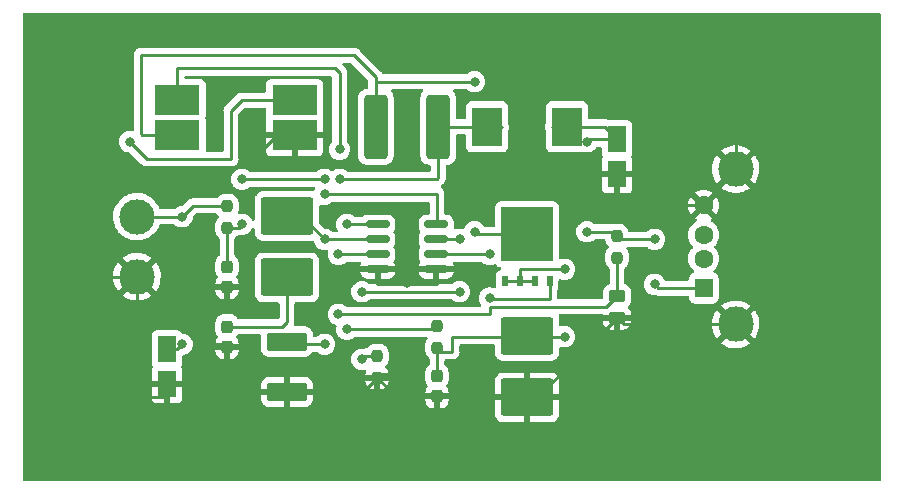
<source format=gbr>
%TF.GenerationSoftware,KiCad,Pcbnew,(6.0.4)*%
%TF.CreationDate,2022-04-27T00:59:47-07:00*%
%TF.ProjectId,SolarChargerV2,536f6c61-7243-4686-9172-67657256322e,rev?*%
%TF.SameCoordinates,Original*%
%TF.FileFunction,Copper,L1,Top*%
%TF.FilePolarity,Positive*%
%FSLAX46Y46*%
G04 Gerber Fmt 4.6, Leading zero omitted, Abs format (unit mm)*
G04 Created by KiCad (PCBNEW (6.0.4)) date 2022-04-27 00:59:47*
%MOMM*%
%LPD*%
G01*
G04 APERTURE LIST*
G04 Aperture macros list*
%AMRoundRect*
0 Rectangle with rounded corners*
0 $1 Rounding radius*
0 $2 $3 $4 $5 $6 $7 $8 $9 X,Y pos of 4 corners*
0 Add a 4 corners polygon primitive as box body*
4,1,4,$2,$3,$4,$5,$6,$7,$8,$9,$2,$3,0*
0 Add four circle primitives for the rounded corners*
1,1,$1+$1,$2,$3*
1,1,$1+$1,$4,$5*
1,1,$1+$1,$6,$7*
1,1,$1+$1,$8,$9*
0 Add four rect primitives between the rounded corners*
20,1,$1+$1,$2,$3,$4,$5,0*
20,1,$1+$1,$4,$5,$6,$7,0*
20,1,$1+$1,$6,$7,$8,$9,0*
20,1,$1+$1,$8,$9,$2,$3,0*%
G04 Aperture macros list end*
%TA.AperFunction,SMDPad,CuDef*%
%ADD10R,2.500000X3.300000*%
%TD*%
%TA.AperFunction,ComponentPad*%
%ADD11C,3.000000*%
%TD*%
%TA.AperFunction,SMDPad,CuDef*%
%ADD12RoundRect,0.150000X-0.825000X-0.150000X0.825000X-0.150000X0.825000X0.150000X-0.825000X0.150000X0*%
%TD*%
%TA.AperFunction,SMDPad,CuDef*%
%ADD13R,3.850000X2.500000*%
%TD*%
%TA.AperFunction,SMDPad,CuDef*%
%ADD14RoundRect,0.250000X-1.975000X1.350000X-1.975000X-1.350000X1.975000X-1.350000X1.975000X1.350000X0*%
%TD*%
%TA.AperFunction,SMDPad,CuDef*%
%ADD15RoundRect,0.237500X-0.237500X0.250000X-0.237500X-0.250000X0.237500X-0.250000X0.237500X0.250000X0*%
%TD*%
%TA.AperFunction,SMDPad,CuDef*%
%ADD16RoundRect,0.249999X-0.737501X-2.450001X0.737501X-2.450001X0.737501X2.450001X-0.737501X2.450001X0*%
%TD*%
%TA.AperFunction,SMDPad,CuDef*%
%ADD17RoundRect,0.237500X-0.237500X0.300000X-0.237500X-0.300000X0.237500X-0.300000X0.237500X0.300000X0*%
%TD*%
%TA.AperFunction,SMDPad,CuDef*%
%ADD18R,1.600000X2.200000*%
%TD*%
%TA.AperFunction,SMDPad,CuDef*%
%ADD19RoundRect,0.250000X-0.450000X0.262500X-0.450000X-0.262500X0.450000X-0.262500X0.450000X0.262500X0*%
%TD*%
%TA.AperFunction,SMDPad,CuDef*%
%ADD20R,0.500000X0.850000*%
%TD*%
%TA.AperFunction,SMDPad,CuDef*%
%ADD21R,4.410000X4.550000*%
%TD*%
%TA.AperFunction,ComponentPad*%
%ADD22R,1.500000X1.600000*%
%TD*%
%TA.AperFunction,ComponentPad*%
%ADD23C,1.600000*%
%TD*%
%TA.AperFunction,SMDPad,CuDef*%
%ADD24RoundRect,0.250000X-1.450000X0.537500X-1.450000X-0.537500X1.450000X-0.537500X1.450000X0.537500X0*%
%TD*%
%TA.AperFunction,ViaPad*%
%ADD25C,0.800000*%
%TD*%
%TA.AperFunction,Conductor*%
%ADD26C,0.250000*%
%TD*%
G04 APERTURE END LIST*
D10*
%TO.P,D1,1,K*%
%TO.N,Net-(C7-Pad1)*%
X140560000Y-60960000D03*
%TO.P,D1,2,A*%
%TO.N,Net-(C6-Pad2)*%
X133760000Y-60960000D03*
%TD*%
D11*
%TO.P,SC1,1,+*%
%TO.N,Net-(C1-Pad1)*%
X104140000Y-68580000D03*
%TO.P,SC1,2,-*%
%TO.N,GND*%
X104140000Y-73660000D03*
%TD*%
D12*
%TO.P,U1,1,ISEN*%
%TO.N,Net-(R4-Pad1)*%
X124525000Y-69215000D03*
%TO.P,U1,2,COMP*%
%TO.N,Net-(C4-Pad1)*%
X124525000Y-70485000D03*
%TO.P,U1,3,FB*%
%TO.N,Net-(R6-Pad2)*%
X124525000Y-71755000D03*
%TO.P,U1,4,AGND*%
%TO.N,GND*%
X124525000Y-73025000D03*
%TO.P,U1,5,PGND*%
X129475000Y-73025000D03*
%TO.P,U1,6,DR*%
%TO.N,Net-(U1-Pad6)*%
X129475000Y-71755000D03*
%TO.P,U1,7,FA/SD*%
%TO.N,Net-(R3-Pad1)*%
X129475000Y-70485000D03*
%TO.P,U1,8,VIN*%
%TO.N,Net-(C2-Pad1)*%
X129475000Y-69215000D03*
%TD*%
D13*
%TO.P,L1,1,1*%
%TO.N,Net-(Q1-Pad5)*%
X107525000Y-61700000D03*
%TO.P,L1,2,2*%
%TO.N,Net-(C6-Pad2)*%
X107525000Y-58700000D03*
%TO.P,L1,3,3*%
%TO.N,Net-(C1-Pad1)*%
X117475000Y-58700000D03*
%TO.P,L1,4,4*%
%TO.N,GND*%
X117475000Y-61700000D03*
%TD*%
D14*
%TO.P,R2,1*%
%TO.N,Net-(C4-Pad1)*%
X116840000Y-68520000D03*
%TO.P,R2,2*%
%TO.N,Net-(C3-Pad1)*%
X116840000Y-73720000D03*
%TD*%
D15*
%TO.P,R3,1*%
%TO.N,Net-(R3-Pad1)*%
X124460000Y-80367500D03*
%TO.P,R3,2*%
%TO.N,GND*%
X124460000Y-82192500D03*
%TD*%
D16*
%TO.P,C6,1*%
%TO.N,Net-(Q1-Pad5)*%
X124362500Y-60960000D03*
%TO.P,C6,2*%
%TO.N,Net-(C6-Pad2)*%
X129637500Y-60960000D03*
%TD*%
D15*
%TO.P,R4,1*%
%TO.N,Net-(R4-Pad1)*%
X129540000Y-77827500D03*
%TO.P,R4,2*%
%TO.N,Net-(C5-Pad1)*%
X129540000Y-79652500D03*
%TD*%
D17*
%TO.P,C3,1*%
%TO.N,Net-(C3-Pad1)*%
X111760000Y-77877500D03*
%TO.P,C3,2*%
%TO.N,GND*%
X111760000Y-79602500D03*
%TD*%
%TO.P,C2,1*%
%TO.N,Net-(C2-Pad1)*%
X111760000Y-72797500D03*
%TO.P,C2,2*%
%TO.N,GND*%
X111760000Y-74522500D03*
%TD*%
D15*
%TO.P,R1,1*%
%TO.N,Net-(C1-Pad1)*%
X111760000Y-67667500D03*
%TO.P,R1,2*%
%TO.N,Net-(C2-Pad1)*%
X111760000Y-69492500D03*
%TD*%
%TO.P,R6,1*%
%TO.N,Net-(C7-Pad1)*%
X144780000Y-70207500D03*
%TO.P,R6,2*%
%TO.N,Net-(R6-Pad2)*%
X144780000Y-72032500D03*
%TD*%
D18*
%TO.P,C1,1*%
%TO.N,Net-(C1-Pad1)*%
X106680000Y-79780000D03*
%TO.P,C1,2*%
%TO.N,GND*%
X106680000Y-82780000D03*
%TD*%
D19*
%TO.P,R7,1*%
%TO.N,Net-(R6-Pad2)*%
X144780000Y-75287500D03*
%TO.P,R7,2*%
%TO.N,GND*%
X144780000Y-77112500D03*
%TD*%
D20*
%TO.P,Q1,1,S*%
%TO.N,Net-(C5-Pad1)*%
X135255000Y-74020000D03*
%TO.P,Q1,2,S*%
X136525000Y-74020000D03*
%TO.P,Q1,3,S*%
X137795000Y-74020000D03*
%TO.P,Q1,4,G*%
%TO.N,Net-(U1-Pad6)*%
X139065000Y-74020000D03*
D21*
%TO.P,Q1,5,D*%
%TO.N,Net-(Q1-Pad5)*%
X137160000Y-70070000D03*
%TD*%
D22*
%TO.P,J1,1,VBUS*%
%TO.N,Net-(C7-Pad1)*%
X152120000Y-74620000D03*
D23*
%TO.P,J1,2,D-*%
%TO.N,unconnected-(J1-Pad2)*%
X152120000Y-72120000D03*
%TO.P,J1,3,D+*%
%TO.N,unconnected-(J1-Pad3)*%
X152120000Y-70120000D03*
%TO.P,J1,4,GND*%
%TO.N,GND*%
X152120000Y-67620000D03*
D11*
%TO.P,J1,5,Shield*%
X154830000Y-64550000D03*
X154830000Y-77690000D03*
%TD*%
D18*
%TO.P,C7,1*%
%TO.N,Net-(C7-Pad1)*%
X144780000Y-62000000D03*
%TO.P,C7,2*%
%TO.N,GND*%
X144780000Y-65000000D03*
%TD*%
D17*
%TO.P,C5,1*%
%TO.N,Net-(C5-Pad1)*%
X129540000Y-82045000D03*
%TO.P,C5,2*%
%TO.N,GND*%
X129540000Y-83770000D03*
%TD*%
D24*
%TO.P,C4,1*%
%TO.N,Net-(C4-Pad1)*%
X116840000Y-79142500D03*
%TO.P,C4,2*%
%TO.N,GND*%
X116840000Y-83417500D03*
%TD*%
D14*
%TO.P,R5,1*%
%TO.N,Net-(C5-Pad1)*%
X137160000Y-78680000D03*
%TO.P,R5,2*%
%TO.N,GND*%
X137160000Y-83880000D03*
%TD*%
D25*
%TO.N,Net-(C4-Pad1)*%
X120015000Y-70485000D03*
X120015000Y-79375000D03*
%TO.N,Net-(C5-Pad1)*%
X140335000Y-78740000D03*
X140335000Y-73025000D03*
%TO.N,GND*%
X127000000Y-81915000D03*
X100965000Y-64365000D03*
X127000000Y-74205500D03*
X147320000Y-64770000D03*
X104140000Y-76835000D03*
X147320000Y-59690000D03*
X109855000Y-74930000D03*
X109855000Y-79375000D03*
X100965000Y-73660000D03*
X104140000Y-83820000D03*
X109855000Y-82550000D03*
%TO.N,Net-(C1-Pad1)*%
X103505000Y-62230000D03*
X107950000Y-79375000D03*
X107950000Y-68580000D03*
%TO.N,Net-(C2-Pad1)*%
X120015000Y-65405000D03*
X113030000Y-69215000D03*
X120015000Y-66675000D03*
X113030000Y-65405000D03*
%TO.N,Net-(R3-Pad1)*%
X123190000Y-74930000D03*
X131445000Y-70485000D03*
X131445000Y-74930000D03*
X123190000Y-80645000D03*
%TO.N,Net-(R4-Pad1)*%
X121920000Y-69215000D03*
X121920000Y-78105000D03*
%TO.N,Net-(C7-Pad1)*%
X142240000Y-62230000D03*
X147955000Y-70485000D03*
X142240000Y-69850000D03*
X147955000Y-74295000D03*
%TO.N,Net-(R6-Pad2)*%
X121195500Y-71755000D03*
X121195500Y-76835000D03*
%TO.N,Net-(U1-Pad6)*%
X133985000Y-71755000D03*
X133985000Y-75475500D03*
%TO.N,Net-(Q1-Pad5)*%
X132715000Y-69850000D03*
X132715000Y-57150000D03*
%TO.N,Net-(C6-Pad2)*%
X121285000Y-65405000D03*
X121285000Y-62865000D03*
%TD*%
D26*
%TO.N,Net-(C4-Pad1)*%
X120015000Y-70485000D02*
X118050000Y-68520000D01*
X117072500Y-79375000D02*
X120015000Y-79375000D01*
X120015000Y-70485000D02*
X124525000Y-70485000D01*
X116840000Y-79142500D02*
X117072500Y-79375000D01*
X118050000Y-68520000D02*
X116840000Y-68520000D01*
%TO.N,Net-(C3-Pad1)*%
X116432500Y-77877500D02*
X116840000Y-77470000D01*
X111760000Y-77877500D02*
X116432500Y-77877500D01*
X116840000Y-77470000D02*
X116840000Y-73720000D01*
%TO.N,Net-(C5-Pad1)*%
X137100000Y-78740000D02*
X130810000Y-78740000D01*
X136525000Y-73025000D02*
X136525000Y-74020000D01*
X136525000Y-74020000D02*
X135255000Y-74020000D01*
X137160000Y-78680000D02*
X137100000Y-78740000D01*
X140335000Y-73025000D02*
X136525000Y-73025000D01*
X130810000Y-80010000D02*
X129897500Y-80010000D01*
X137160000Y-78680000D02*
X137220000Y-78740000D01*
X129897500Y-80010000D02*
X129540000Y-79652500D01*
X129540000Y-79652500D02*
X129540000Y-82045000D01*
X130810000Y-78740000D02*
X130810000Y-80010000D01*
X137220000Y-78740000D02*
X140335000Y-78740000D01*
X137795000Y-74020000D02*
X136525000Y-74020000D01*
%TO.N,GND*%
X154830000Y-77690000D02*
X145357500Y-77690000D01*
X110262500Y-74522500D02*
X109855000Y-74930000D01*
X154940000Y-59690000D02*
X154830000Y-59800000D01*
X109855000Y-79375000D02*
X111532500Y-79375000D01*
X117475000Y-61700000D02*
X116000000Y-61700000D01*
X137160000Y-83880000D02*
X138012500Y-83880000D01*
X152120000Y-67620000D02*
X150170000Y-67620000D01*
X154830000Y-64550000D02*
X156845000Y-66565000D01*
X154830000Y-59800000D02*
X154830000Y-64550000D01*
X106680000Y-82780000D02*
X109625000Y-82780000D01*
X129540000Y-73090000D02*
X129475000Y-73025000D01*
X123235000Y-83417500D02*
X124460000Y-82192500D01*
X156845000Y-66565000D02*
X156845000Y-75675000D01*
X124460000Y-74295000D02*
X127000000Y-74295000D01*
X137050000Y-83770000D02*
X137160000Y-83880000D01*
X129540000Y-83770000D02*
X137050000Y-83770000D01*
X145357500Y-77690000D02*
X144780000Y-77112500D01*
X127000000Y-74295000D02*
X127000000Y-74205500D01*
X111532500Y-79375000D02*
X111760000Y-79602500D01*
X100965000Y-73660000D02*
X104140000Y-73660000D01*
X127000000Y-74295000D02*
X129540000Y-74295000D01*
X111760000Y-83185000D02*
X111992500Y-83417500D01*
X116840000Y-83417500D02*
X123235000Y-83417500D01*
X113300000Y-64400000D02*
X101000000Y-64400000D01*
X109625000Y-82780000D02*
X109855000Y-82550000D01*
X126037500Y-83770000D02*
X124460000Y-82192500D01*
X129540000Y-83770000D02*
X126037500Y-83770000D01*
X111760000Y-79602500D02*
X111760000Y-83185000D01*
X106680000Y-83820000D02*
X106680000Y-82780000D01*
X150170000Y-67620000D02*
X147320000Y-64770000D01*
X104140000Y-76835000D02*
X104140000Y-73660000D01*
X156845000Y-75675000D02*
X154830000Y-77690000D01*
X124525000Y-73025000D02*
X124525000Y-74230000D01*
X124737500Y-81915000D02*
X124460000Y-82192500D01*
X138012500Y-83880000D02*
X144780000Y-77112500D01*
X147090000Y-65000000D02*
X147320000Y-64770000D01*
X111760000Y-74522500D02*
X110262500Y-74522500D01*
X116000000Y-61700000D02*
X113300000Y-64400000D01*
X124525000Y-74230000D02*
X124460000Y-74295000D01*
X101000000Y-64400000D02*
X100965000Y-64365000D01*
X111992500Y-83417500D02*
X116840000Y-83417500D01*
X127000000Y-81915000D02*
X124737500Y-81915000D01*
X129540000Y-74295000D02*
X129540000Y-73090000D01*
X104140000Y-83820000D02*
X106680000Y-83820000D01*
X144780000Y-65000000D02*
X147090000Y-65000000D01*
X147320000Y-59690000D02*
X154940000Y-59690000D01*
%TO.N,Net-(C1-Pad1)*%
X106680000Y-79780000D02*
X107545000Y-79780000D01*
X108862500Y-67667500D02*
X107950000Y-68580000D01*
X104975000Y-63700000D02*
X103505000Y-62230000D01*
X113000000Y-58700000D02*
X112100000Y-59600000D01*
X107950000Y-68580000D02*
X104140000Y-68580000D01*
X117475000Y-58700000D02*
X113000000Y-58700000D01*
X112100000Y-59600000D02*
X112100000Y-63700000D01*
X111760000Y-67667500D02*
X108862500Y-67667500D01*
X112100000Y-63700000D02*
X104975000Y-63700000D01*
X107545000Y-79780000D02*
X107950000Y-79375000D01*
%TO.N,Net-(C2-Pad1)*%
X120015000Y-66675000D02*
X129540000Y-66675000D01*
X111760000Y-69492500D02*
X111760000Y-72797500D01*
X113030000Y-65405000D02*
X120015000Y-65405000D01*
X112752500Y-69492500D02*
X113030000Y-69215000D01*
X129540000Y-66675000D02*
X129540000Y-69150000D01*
X111760000Y-69492500D02*
X112752500Y-69492500D01*
X129540000Y-69150000D02*
X129475000Y-69215000D01*
%TO.N,Net-(R3-Pad1)*%
X123467500Y-80367500D02*
X123190000Y-80645000D01*
X123190000Y-74930000D02*
X131445000Y-74930000D01*
X131445000Y-70485000D02*
X129475000Y-70485000D01*
X124460000Y-80367500D02*
X123467500Y-80367500D01*
%TO.N,Net-(R4-Pad1)*%
X124525000Y-69215000D02*
X121920000Y-69215000D01*
X121920000Y-78105000D02*
X129262500Y-78105000D01*
X129262500Y-78105000D02*
X129540000Y-77827500D01*
%TO.N,Net-(C7-Pad1)*%
X152120000Y-74620000D02*
X148280000Y-74620000D01*
X142470000Y-62000000D02*
X142240000Y-62230000D01*
X142240000Y-69850000D02*
X144422500Y-69850000D01*
X139310000Y-60960000D02*
X143740000Y-60960000D01*
X144780000Y-62000000D02*
X142470000Y-62000000D01*
X147955000Y-70485000D02*
X145057500Y-70485000D01*
X148280000Y-74620000D02*
X147955000Y-74295000D01*
X145057500Y-70485000D02*
X144780000Y-70207500D01*
X143740000Y-60960000D02*
X144780000Y-62000000D01*
X144422500Y-69850000D02*
X144780000Y-70207500D01*
%TO.N,Net-(R6-Pad2)*%
X144780000Y-72032500D02*
X144780000Y-75287500D01*
X133985000Y-76200000D02*
X143867500Y-76200000D01*
X133985000Y-76835000D02*
X133985000Y-76200000D01*
X143867500Y-76200000D02*
X144780000Y-75287500D01*
X121195500Y-76835000D02*
X133985000Y-76835000D01*
X124525000Y-71755000D02*
X121195500Y-71755000D01*
%TO.N,Net-(U1-Pad6)*%
X139065000Y-75565000D02*
X139065000Y-74020000D01*
X134074500Y-75565000D02*
X139065000Y-75565000D01*
X133985000Y-75475500D02*
X134074500Y-75565000D01*
X129475000Y-71755000D02*
X133985000Y-71755000D01*
%TO.N,Net-(Q1-Pad5)*%
X137160000Y-70070000D02*
X132935000Y-70070000D01*
X104500000Y-54900000D02*
X122500000Y-54900000D01*
X122500000Y-54900000D02*
X124362500Y-56762500D01*
X104600000Y-61700000D02*
X104500000Y-61600000D01*
X124460000Y-57150000D02*
X124362500Y-57247500D01*
X132935000Y-70070000D02*
X132715000Y-69850000D01*
X124362500Y-57247500D02*
X124362500Y-60960000D01*
X104500000Y-61600000D02*
X104500000Y-54900000D01*
X132715000Y-57150000D02*
X124460000Y-57150000D01*
X124362500Y-56762500D02*
X124362500Y-60960000D01*
X107525000Y-61700000D02*
X104600000Y-61700000D01*
%TO.N,Net-(C6-Pad2)*%
X107525000Y-56025000D02*
X107500000Y-56000000D01*
X135010000Y-60960000D02*
X129637500Y-60960000D01*
X107525000Y-58700000D02*
X107525000Y-56025000D01*
X121285000Y-65405000D02*
X129540000Y-65405000D01*
X129637500Y-65307500D02*
X129637500Y-60960000D01*
X121285000Y-56385000D02*
X121285000Y-62865000D01*
X107500000Y-56000000D02*
X120900000Y-56000000D01*
X120900000Y-56000000D02*
X121285000Y-56385000D01*
X129540000Y-65405000D02*
X129637500Y-65307500D01*
%TD*%
%TA.AperFunction,Conductor*%
%TO.N,GND*%
G36*
X167073621Y-51328502D02*
G01*
X167120114Y-51382158D01*
X167131500Y-51434500D01*
X167131500Y-90805500D01*
X167111498Y-90873621D01*
X167057842Y-90920114D01*
X167005500Y-90931500D01*
X94614500Y-90931500D01*
X94546379Y-90911498D01*
X94499886Y-90857842D01*
X94488500Y-90805500D01*
X94488500Y-85277095D01*
X134427001Y-85277095D01*
X134427338Y-85283614D01*
X134437257Y-85379206D01*
X134440149Y-85392600D01*
X134491588Y-85546784D01*
X134497761Y-85559962D01*
X134583063Y-85697807D01*
X134592099Y-85709208D01*
X134706829Y-85823739D01*
X134718240Y-85832751D01*
X134856243Y-85917816D01*
X134869424Y-85923963D01*
X135023710Y-85975138D01*
X135037086Y-85978005D01*
X135131438Y-85987672D01*
X135137854Y-85988000D01*
X136887885Y-85988000D01*
X136903124Y-85983525D01*
X136904329Y-85982135D01*
X136906000Y-85974452D01*
X136906000Y-85969884D01*
X137414000Y-85969884D01*
X137418475Y-85985123D01*
X137419865Y-85986328D01*
X137427548Y-85987999D01*
X139182095Y-85987999D01*
X139188614Y-85987662D01*
X139284206Y-85977743D01*
X139297600Y-85974851D01*
X139451784Y-85923412D01*
X139464962Y-85917239D01*
X139602807Y-85831937D01*
X139614208Y-85822901D01*
X139728739Y-85708171D01*
X139737751Y-85696760D01*
X139822816Y-85558757D01*
X139828963Y-85545576D01*
X139880138Y-85391290D01*
X139883005Y-85377914D01*
X139892672Y-85283562D01*
X139893000Y-85277146D01*
X139893000Y-84152115D01*
X139888525Y-84136876D01*
X139887135Y-84135671D01*
X139879452Y-84134000D01*
X137432115Y-84134000D01*
X137416876Y-84138475D01*
X137415671Y-84139865D01*
X137414000Y-84147548D01*
X137414000Y-85969884D01*
X136906000Y-85969884D01*
X136906000Y-84152115D01*
X136901525Y-84136876D01*
X136900135Y-84135671D01*
X136892452Y-84134000D01*
X134445116Y-84134000D01*
X134429877Y-84138475D01*
X134428672Y-84139865D01*
X134427001Y-84147548D01*
X134427001Y-85277095D01*
X94488500Y-85277095D01*
X94488500Y-83924669D01*
X105372001Y-83924669D01*
X105372371Y-83931490D01*
X105377895Y-83982352D01*
X105381521Y-83997604D01*
X105426676Y-84118054D01*
X105435214Y-84133649D01*
X105511715Y-84235724D01*
X105524276Y-84248285D01*
X105626351Y-84324786D01*
X105641946Y-84333324D01*
X105762394Y-84378478D01*
X105777649Y-84382105D01*
X105828514Y-84387631D01*
X105835328Y-84388000D01*
X106407885Y-84388000D01*
X106423124Y-84383525D01*
X106424329Y-84382135D01*
X106426000Y-84374452D01*
X106426000Y-84369884D01*
X106934000Y-84369884D01*
X106938475Y-84385123D01*
X106939865Y-84386328D01*
X106947548Y-84387999D01*
X107524669Y-84387999D01*
X107531490Y-84387629D01*
X107582352Y-84382105D01*
X107597604Y-84378479D01*
X107718054Y-84333324D01*
X107733649Y-84324786D01*
X107835724Y-84248285D01*
X107848285Y-84235724D01*
X107924786Y-84133649D01*
X107933324Y-84118054D01*
X107976795Y-84002095D01*
X114632001Y-84002095D01*
X114632338Y-84008614D01*
X114642257Y-84104206D01*
X114645149Y-84117600D01*
X114696588Y-84271784D01*
X114702761Y-84284962D01*
X114788063Y-84422807D01*
X114797099Y-84434208D01*
X114911829Y-84548739D01*
X114923240Y-84557751D01*
X115061243Y-84642816D01*
X115074424Y-84648963D01*
X115228710Y-84700138D01*
X115242086Y-84703005D01*
X115336438Y-84712672D01*
X115342854Y-84713000D01*
X116567885Y-84713000D01*
X116583124Y-84708525D01*
X116584329Y-84707135D01*
X116586000Y-84699452D01*
X116586000Y-84694884D01*
X117094000Y-84694884D01*
X117098475Y-84710123D01*
X117099865Y-84711328D01*
X117107548Y-84712999D01*
X118337095Y-84712999D01*
X118343614Y-84712662D01*
X118439206Y-84702743D01*
X118452600Y-84699851D01*
X118606784Y-84648412D01*
X118619962Y-84642239D01*
X118757807Y-84556937D01*
X118769208Y-84547901D01*
X118883739Y-84433171D01*
X118892751Y-84421760D01*
X118977816Y-84283757D01*
X118983963Y-84270576D01*
X119035138Y-84116290D01*
X119035143Y-84116266D01*
X128557000Y-84116266D01*
X128557337Y-84122782D01*
X128567075Y-84216632D01*
X128569968Y-84230028D01*
X128620488Y-84381453D01*
X128626653Y-84394615D01*
X128710426Y-84529992D01*
X128719460Y-84541390D01*
X128832129Y-84653863D01*
X128843540Y-84662875D01*
X128979063Y-84746412D01*
X128992241Y-84752556D01*
X129143766Y-84802815D01*
X129157132Y-84805681D01*
X129249770Y-84815172D01*
X129256185Y-84815500D01*
X129267885Y-84815500D01*
X129283124Y-84811025D01*
X129284329Y-84809635D01*
X129286000Y-84801952D01*
X129286000Y-84797385D01*
X129794000Y-84797385D01*
X129798475Y-84812624D01*
X129799865Y-84813829D01*
X129807548Y-84815500D01*
X129823766Y-84815500D01*
X129830282Y-84815163D01*
X129924132Y-84805425D01*
X129937528Y-84802532D01*
X130088953Y-84752012D01*
X130102115Y-84745847D01*
X130237492Y-84662074D01*
X130248890Y-84653040D01*
X130361363Y-84540371D01*
X130370375Y-84528960D01*
X130453912Y-84393437D01*
X130460056Y-84380259D01*
X130510315Y-84228734D01*
X130513181Y-84215368D01*
X130522672Y-84122730D01*
X130523000Y-84116315D01*
X130523000Y-84042115D01*
X130518525Y-84026876D01*
X130517135Y-84025671D01*
X130509452Y-84024000D01*
X129812115Y-84024000D01*
X129796876Y-84028475D01*
X129795671Y-84029865D01*
X129794000Y-84037548D01*
X129794000Y-84797385D01*
X129286000Y-84797385D01*
X129286000Y-84042115D01*
X129281525Y-84026876D01*
X129280135Y-84025671D01*
X129272452Y-84024000D01*
X128575115Y-84024000D01*
X128559876Y-84028475D01*
X128558671Y-84029865D01*
X128557000Y-84037548D01*
X128557000Y-84116266D01*
X119035143Y-84116266D01*
X119038005Y-84102914D01*
X119047672Y-84008562D01*
X119048000Y-84002146D01*
X119048000Y-83689615D01*
X119043525Y-83674376D01*
X119042135Y-83673171D01*
X119034452Y-83671500D01*
X117112115Y-83671500D01*
X117096876Y-83675975D01*
X117095671Y-83677365D01*
X117094000Y-83685048D01*
X117094000Y-84694884D01*
X116586000Y-84694884D01*
X116586000Y-83689615D01*
X116581525Y-83674376D01*
X116580135Y-83673171D01*
X116572452Y-83671500D01*
X114650116Y-83671500D01*
X114634877Y-83675975D01*
X114633672Y-83677365D01*
X114632001Y-83685048D01*
X114632001Y-84002095D01*
X107976795Y-84002095D01*
X107978478Y-83997606D01*
X107982105Y-83982351D01*
X107987631Y-83931486D01*
X107988000Y-83924672D01*
X107988000Y-83607885D01*
X134427000Y-83607885D01*
X134431475Y-83623124D01*
X134432865Y-83624329D01*
X134440548Y-83626000D01*
X136887885Y-83626000D01*
X136903124Y-83621525D01*
X136904329Y-83620135D01*
X136906000Y-83612452D01*
X136906000Y-83607885D01*
X137414000Y-83607885D01*
X137418475Y-83623124D01*
X137419865Y-83624329D01*
X137427548Y-83626000D01*
X139874884Y-83626000D01*
X139890123Y-83621525D01*
X139891328Y-83620135D01*
X139892999Y-83612452D01*
X139892999Y-82482905D01*
X139892662Y-82476386D01*
X139882743Y-82380794D01*
X139879851Y-82367400D01*
X139828412Y-82213216D01*
X139822239Y-82200038D01*
X139736937Y-82062193D01*
X139727901Y-82050792D01*
X139613171Y-81936261D01*
X139601760Y-81927249D01*
X139463757Y-81842184D01*
X139450576Y-81836037D01*
X139296290Y-81784862D01*
X139282914Y-81781995D01*
X139188562Y-81772328D01*
X139182145Y-81772000D01*
X137432115Y-81772000D01*
X137416876Y-81776475D01*
X137415671Y-81777865D01*
X137414000Y-81785548D01*
X137414000Y-83607885D01*
X136906000Y-83607885D01*
X136906000Y-81790116D01*
X136901525Y-81774877D01*
X136900135Y-81773672D01*
X136892452Y-81772001D01*
X135137905Y-81772001D01*
X135131386Y-81772338D01*
X135035794Y-81782257D01*
X135022400Y-81785149D01*
X134868216Y-81836588D01*
X134855038Y-81842761D01*
X134717193Y-81928063D01*
X134705792Y-81937099D01*
X134591261Y-82051829D01*
X134582249Y-82063240D01*
X134497184Y-82201243D01*
X134491037Y-82214424D01*
X134439862Y-82368710D01*
X134436995Y-82382086D01*
X134427328Y-82476438D01*
X134427000Y-82482855D01*
X134427000Y-83607885D01*
X107988000Y-83607885D01*
X107988000Y-83145385D01*
X114632000Y-83145385D01*
X114636475Y-83160624D01*
X114637865Y-83161829D01*
X114645548Y-83163500D01*
X116567885Y-83163500D01*
X116583124Y-83159025D01*
X116584329Y-83157635D01*
X116586000Y-83149952D01*
X116586000Y-83145385D01*
X117094000Y-83145385D01*
X117098475Y-83160624D01*
X117099865Y-83161829D01*
X117107548Y-83163500D01*
X119029884Y-83163500D01*
X119045123Y-83159025D01*
X119046328Y-83157635D01*
X119047999Y-83149952D01*
X119047999Y-82832905D01*
X119047662Y-82826386D01*
X119037743Y-82730794D01*
X119034851Y-82717400D01*
X118983412Y-82563216D01*
X118977239Y-82550038D01*
X118939322Y-82488766D01*
X123477000Y-82488766D01*
X123477337Y-82495282D01*
X123487075Y-82589132D01*
X123489968Y-82602528D01*
X123540488Y-82753953D01*
X123546653Y-82767115D01*
X123630426Y-82902492D01*
X123639460Y-82913890D01*
X123752129Y-83026363D01*
X123763540Y-83035375D01*
X123899063Y-83118912D01*
X123912241Y-83125056D01*
X124063766Y-83175315D01*
X124077132Y-83178181D01*
X124169770Y-83187672D01*
X124176185Y-83188000D01*
X124187885Y-83188000D01*
X124203124Y-83183525D01*
X124204329Y-83182135D01*
X124206000Y-83174452D01*
X124206000Y-83169885D01*
X124714000Y-83169885D01*
X124718475Y-83185124D01*
X124719865Y-83186329D01*
X124727548Y-83188000D01*
X124743766Y-83188000D01*
X124750282Y-83187663D01*
X124844132Y-83177925D01*
X124857528Y-83175032D01*
X125008953Y-83124512D01*
X125022115Y-83118347D01*
X125157492Y-83034574D01*
X125168890Y-83025540D01*
X125281363Y-82912871D01*
X125290375Y-82901460D01*
X125373912Y-82765937D01*
X125380056Y-82752759D01*
X125430315Y-82601234D01*
X125433181Y-82587868D01*
X125442672Y-82495230D01*
X125443000Y-82488815D01*
X125443000Y-82464615D01*
X125438525Y-82449376D01*
X125437135Y-82448171D01*
X125429452Y-82446500D01*
X124732115Y-82446500D01*
X124716876Y-82450975D01*
X124715671Y-82452365D01*
X124714000Y-82460048D01*
X124714000Y-83169885D01*
X124206000Y-83169885D01*
X124206000Y-82464615D01*
X124201525Y-82449376D01*
X124200135Y-82448171D01*
X124192452Y-82446500D01*
X123495115Y-82446500D01*
X123479876Y-82450975D01*
X123478671Y-82452365D01*
X123477000Y-82460048D01*
X123477000Y-82488766D01*
X118939322Y-82488766D01*
X118891937Y-82412193D01*
X118882901Y-82400792D01*
X118768171Y-82286261D01*
X118756760Y-82277249D01*
X118618757Y-82192184D01*
X118605576Y-82186037D01*
X118451290Y-82134862D01*
X118437914Y-82131995D01*
X118343562Y-82122328D01*
X118337145Y-82122000D01*
X117112115Y-82122000D01*
X117096876Y-82126475D01*
X117095671Y-82127865D01*
X117094000Y-82135548D01*
X117094000Y-83145385D01*
X116586000Y-83145385D01*
X116586000Y-82140116D01*
X116581525Y-82124877D01*
X116580135Y-82123672D01*
X116572452Y-82122001D01*
X115342905Y-82122001D01*
X115336386Y-82122338D01*
X115240794Y-82132257D01*
X115227400Y-82135149D01*
X115073216Y-82186588D01*
X115060038Y-82192761D01*
X114922193Y-82278063D01*
X114910792Y-82287099D01*
X114796261Y-82401829D01*
X114787249Y-82413240D01*
X114702184Y-82551243D01*
X114696037Y-82564424D01*
X114644862Y-82718710D01*
X114641995Y-82732086D01*
X114632328Y-82826438D01*
X114632000Y-82832855D01*
X114632000Y-83145385D01*
X107988000Y-83145385D01*
X107988000Y-83052115D01*
X107983525Y-83036876D01*
X107982135Y-83035671D01*
X107974452Y-83034000D01*
X106952115Y-83034000D01*
X106936876Y-83038475D01*
X106935671Y-83039865D01*
X106934000Y-83047548D01*
X106934000Y-84369884D01*
X106426000Y-84369884D01*
X106426000Y-83052115D01*
X106421525Y-83036876D01*
X106420135Y-83035671D01*
X106412452Y-83034000D01*
X105390116Y-83034000D01*
X105374877Y-83038475D01*
X105373672Y-83039865D01*
X105372001Y-83047548D01*
X105372001Y-83924669D01*
X94488500Y-83924669D01*
X94488500Y-80928134D01*
X105371500Y-80928134D01*
X105378255Y-80990316D01*
X105429385Y-81126705D01*
X105474463Y-81186852D01*
X105487953Y-81204852D01*
X105512801Y-81271358D01*
X105497748Y-81340741D01*
X105487953Y-81355982D01*
X105435214Y-81426352D01*
X105426676Y-81441946D01*
X105381522Y-81562394D01*
X105377895Y-81577649D01*
X105372369Y-81628514D01*
X105372000Y-81635328D01*
X105372000Y-82507885D01*
X105376475Y-82523124D01*
X105377865Y-82524329D01*
X105385548Y-82526000D01*
X107969884Y-82526000D01*
X107985123Y-82521525D01*
X107986328Y-82520135D01*
X107987999Y-82512452D01*
X107987999Y-81635331D01*
X107987629Y-81628510D01*
X107982105Y-81577648D01*
X107978479Y-81562396D01*
X107933324Y-81441946D01*
X107924786Y-81426352D01*
X107872047Y-81355982D01*
X107847199Y-81289476D01*
X107862252Y-81220093D01*
X107872047Y-81204852D01*
X107885537Y-81186852D01*
X107930615Y-81126705D01*
X107981745Y-80990316D01*
X107988500Y-80928134D01*
X107988500Y-80397646D01*
X108008502Y-80329525D01*
X108062158Y-80283032D01*
X108088302Y-80274399D01*
X108232288Y-80243794D01*
X108238319Y-80241109D01*
X108400722Y-80168803D01*
X108400724Y-80168802D01*
X108406752Y-80166118D01*
X108432967Y-80147072D01*
X108500911Y-80097707D01*
X108561253Y-80053866D01*
X108569650Y-80044540D01*
X108655885Y-79948766D01*
X110777000Y-79948766D01*
X110777337Y-79955282D01*
X110787075Y-80049132D01*
X110789968Y-80062528D01*
X110840488Y-80213953D01*
X110846653Y-80227115D01*
X110930426Y-80362492D01*
X110939460Y-80373890D01*
X111052129Y-80486363D01*
X111063540Y-80495375D01*
X111199063Y-80578912D01*
X111212241Y-80585056D01*
X111363766Y-80635315D01*
X111377132Y-80638181D01*
X111469770Y-80647672D01*
X111476185Y-80648000D01*
X111487885Y-80648000D01*
X111503124Y-80643525D01*
X111504329Y-80642135D01*
X111506000Y-80634452D01*
X111506000Y-80629885D01*
X112014000Y-80629885D01*
X112018475Y-80645124D01*
X112019865Y-80646329D01*
X112027548Y-80648000D01*
X112043766Y-80648000D01*
X112050282Y-80647663D01*
X112075947Y-80645000D01*
X122276496Y-80645000D01*
X122296458Y-80834928D01*
X122355473Y-81016556D01*
X122358776Y-81022278D01*
X122358777Y-81022279D01*
X122390239Y-81076772D01*
X122450960Y-81181944D01*
X122455378Y-81186851D01*
X122455379Y-81186852D01*
X122574325Y-81318955D01*
X122578747Y-81323866D01*
X122641704Y-81369607D01*
X122712922Y-81421350D01*
X122733248Y-81436118D01*
X122739276Y-81438802D01*
X122739278Y-81438803D01*
X122837442Y-81482508D01*
X122907712Y-81513794D01*
X123001112Y-81533647D01*
X123088056Y-81552128D01*
X123088061Y-81552128D01*
X123094513Y-81553500D01*
X123285487Y-81553500D01*
X123291939Y-81552128D01*
X123291944Y-81552128D01*
X123372359Y-81535035D01*
X123443150Y-81540437D01*
X123499783Y-81583254D01*
X123524276Y-81649892D01*
X123518149Y-81697949D01*
X123489685Y-81783765D01*
X123486819Y-81797132D01*
X123477328Y-81889770D01*
X123477000Y-81896185D01*
X123477000Y-81920385D01*
X123481475Y-81935624D01*
X123482865Y-81936829D01*
X123490548Y-81938500D01*
X125424885Y-81938500D01*
X125440124Y-81934025D01*
X125441329Y-81932635D01*
X125443000Y-81924952D01*
X125443000Y-81896234D01*
X125442663Y-81889718D01*
X125432925Y-81795868D01*
X125430032Y-81782472D01*
X125379512Y-81631047D01*
X125373347Y-81617885D01*
X125289574Y-81482508D01*
X125280540Y-81471110D01*
X125178860Y-81369607D01*
X125144781Y-81307324D01*
X125149784Y-81236504D01*
X125178705Y-81191416D01*
X125188161Y-81181944D01*
X125286929Y-81083003D01*
X125331762Y-81010271D01*
X125374369Y-80941150D01*
X125374370Y-80941148D01*
X125378209Y-80934920D01*
X125432974Y-80769809D01*
X125437625Y-80724419D01*
X125443172Y-80670271D01*
X125443500Y-80667072D01*
X125443500Y-80067928D01*
X125443163Y-80064678D01*
X125433419Y-79970765D01*
X125433418Y-79970761D01*
X125432707Y-79963907D01*
X125429830Y-79955282D01*
X125379972Y-79805841D01*
X125377654Y-79798893D01*
X125286116Y-79650969D01*
X125280934Y-79645796D01*
X125168184Y-79533242D01*
X125168179Y-79533238D01*
X125163003Y-79528071D01*
X125156772Y-79524230D01*
X125021150Y-79440631D01*
X125021148Y-79440630D01*
X125014920Y-79436791D01*
X124849809Y-79382026D01*
X124842973Y-79381326D01*
X124842970Y-79381325D01*
X124791474Y-79376049D01*
X124747072Y-79371500D01*
X124172928Y-79371500D01*
X124169682Y-79371837D01*
X124169678Y-79371837D01*
X124075765Y-79381581D01*
X124075761Y-79381582D01*
X124068907Y-79382293D01*
X124062371Y-79384474D01*
X124062369Y-79384474D01*
X123929605Y-79428768D01*
X123903893Y-79437346D01*
X123755969Y-79528884D01*
X123633071Y-79651997D01*
X123629235Y-79658220D01*
X123629228Y-79658229D01*
X123620555Y-79672300D01*
X123567784Y-79719794D01*
X123517254Y-79732123D01*
X123468676Y-79733650D01*
X123459514Y-79733938D01*
X123455555Y-79734000D01*
X123427644Y-79734000D01*
X123423710Y-79734497D01*
X123423709Y-79734497D01*
X123423644Y-79734505D01*
X123411807Y-79735438D01*
X123379990Y-79736438D01*
X123375529Y-79736578D01*
X123367610Y-79736827D01*
X123359999Y-79739038D01*
X123352172Y-79740278D01*
X123351864Y-79738332D01*
X123302607Y-79740139D01*
X123291944Y-79737872D01*
X123291940Y-79737872D01*
X123285487Y-79736500D01*
X123094513Y-79736500D01*
X123088061Y-79737872D01*
X123088056Y-79737872D01*
X123020279Y-79752279D01*
X122907712Y-79776206D01*
X122901682Y-79778891D01*
X122901681Y-79778891D01*
X122739278Y-79851197D01*
X122739276Y-79851198D01*
X122733248Y-79853882D01*
X122727907Y-79857762D01*
X122727906Y-79857763D01*
X122677843Y-79894136D01*
X122578747Y-79966134D01*
X122574326Y-79971044D01*
X122574325Y-79971045D01*
X122467191Y-80090030D01*
X122450960Y-80108056D01*
X122425498Y-80152157D01*
X122371861Y-80245060D01*
X122355473Y-80273444D01*
X122296458Y-80455072D01*
X122295768Y-80461633D01*
X122295768Y-80461635D01*
X122278146Y-80629305D01*
X122276496Y-80645000D01*
X112075947Y-80645000D01*
X112144132Y-80637925D01*
X112157528Y-80635032D01*
X112308953Y-80584512D01*
X112322115Y-80578347D01*
X112457492Y-80494574D01*
X112468890Y-80485540D01*
X112581363Y-80372871D01*
X112590375Y-80361460D01*
X112673912Y-80225937D01*
X112680056Y-80212759D01*
X112730315Y-80061234D01*
X112733181Y-80047868D01*
X112742672Y-79955230D01*
X112743000Y-79948815D01*
X112743000Y-79874615D01*
X112738525Y-79859376D01*
X112737135Y-79858171D01*
X112729452Y-79856500D01*
X112032115Y-79856500D01*
X112016876Y-79860975D01*
X112015671Y-79862365D01*
X112014000Y-79870048D01*
X112014000Y-80629885D01*
X111506000Y-80629885D01*
X111506000Y-79874615D01*
X111501525Y-79859376D01*
X111500135Y-79858171D01*
X111492452Y-79856500D01*
X110795115Y-79856500D01*
X110779876Y-79860975D01*
X110778671Y-79862365D01*
X110777000Y-79870048D01*
X110777000Y-79948766D01*
X108655885Y-79948766D01*
X108684621Y-79916852D01*
X108684622Y-79916851D01*
X108689040Y-79911944D01*
X108784527Y-79746556D01*
X108843542Y-79564928D01*
X108846814Y-79533803D01*
X108862814Y-79381565D01*
X108863504Y-79375000D01*
X108860543Y-79346829D01*
X108844232Y-79191635D01*
X108844232Y-79191633D01*
X108843542Y-79185072D01*
X108784527Y-79003444D01*
X108769771Y-78977885D01*
X108732140Y-78912707D01*
X108689040Y-78838056D01*
X108667276Y-78813884D01*
X108565675Y-78701045D01*
X108565674Y-78701044D01*
X108561253Y-78696134D01*
X108406752Y-78583882D01*
X108400724Y-78581198D01*
X108400722Y-78581197D01*
X108238319Y-78508891D01*
X108238318Y-78508891D01*
X108232288Y-78506206D01*
X108119721Y-78482279D01*
X108051944Y-78467872D01*
X108051939Y-78467872D01*
X108045487Y-78466500D01*
X108018528Y-78466500D01*
X107950407Y-78446498D01*
X107917702Y-78416065D01*
X107848643Y-78323920D01*
X107848642Y-78323919D01*
X107843261Y-78316739D01*
X107726705Y-78229385D01*
X107720535Y-78227072D01*
X110776500Y-78227072D01*
X110776837Y-78230318D01*
X110776837Y-78230322D01*
X110786549Y-78323920D01*
X110787293Y-78331093D01*
X110842346Y-78496107D01*
X110933884Y-78644031D01*
X110939065Y-78649203D01*
X110941139Y-78651273D01*
X110942105Y-78653038D01*
X110943613Y-78654941D01*
X110943287Y-78655199D01*
X110975219Y-78713554D01*
X110970218Y-78784375D01*
X110941292Y-78829470D01*
X110938636Y-78832131D01*
X110929625Y-78843540D01*
X110846088Y-78979063D01*
X110839944Y-78992241D01*
X110789685Y-79143766D01*
X110786819Y-79157132D01*
X110777328Y-79249770D01*
X110777000Y-79256185D01*
X110777000Y-79330385D01*
X110781475Y-79345624D01*
X110782865Y-79346829D01*
X110790548Y-79348500D01*
X112724885Y-79348500D01*
X112740124Y-79344025D01*
X112741329Y-79342635D01*
X112743000Y-79334952D01*
X112743000Y-79256234D01*
X112742663Y-79249718D01*
X112732925Y-79155868D01*
X112730032Y-79142472D01*
X112679512Y-78991047D01*
X112673347Y-78977885D01*
X112589574Y-78842508D01*
X112580536Y-78831106D01*
X112578861Y-78829433D01*
X112578081Y-78828007D01*
X112575993Y-78825373D01*
X112576444Y-78825016D01*
X112544781Y-78767151D01*
X112549784Y-78696331D01*
X112578701Y-78651246D01*
X112581756Y-78648185D01*
X112586929Y-78643003D01*
X112591107Y-78636226D01*
X112631384Y-78570884D01*
X112684156Y-78523391D01*
X112738644Y-78511000D01*
X114505500Y-78511000D01*
X114573621Y-78531002D01*
X114620114Y-78584658D01*
X114631500Y-78637000D01*
X114631500Y-79730400D01*
X114631837Y-79733646D01*
X114631837Y-79733650D01*
X114639328Y-79805841D01*
X114642474Y-79836166D01*
X114644655Y-79842702D01*
X114644655Y-79842704D01*
X114669393Y-79916852D01*
X114698450Y-80003946D01*
X114791522Y-80154348D01*
X114796704Y-80159521D01*
X114828628Y-80191389D01*
X114916697Y-80279305D01*
X114922927Y-80283145D01*
X114922928Y-80283146D01*
X115060090Y-80367694D01*
X115067262Y-80372115D01*
X115144236Y-80397646D01*
X115228611Y-80425632D01*
X115228613Y-80425632D01*
X115235139Y-80427797D01*
X115241975Y-80428497D01*
X115241978Y-80428498D01*
X115278151Y-80432204D01*
X115339600Y-80438500D01*
X118340400Y-80438500D01*
X118343646Y-80438163D01*
X118343650Y-80438163D01*
X118439308Y-80428238D01*
X118439312Y-80428237D01*
X118446166Y-80427526D01*
X118452702Y-80425345D01*
X118452704Y-80425345D01*
X118594310Y-80378101D01*
X118613946Y-80371550D01*
X118764348Y-80278478D01*
X118816798Y-80225937D01*
X118835384Y-80207318D01*
X118889305Y-80153303D01*
X118933385Y-80081793D01*
X118941650Y-80068384D01*
X118994422Y-80020891D01*
X119048910Y-80008500D01*
X119306800Y-80008500D01*
X119374921Y-80028502D01*
X119394147Y-80044843D01*
X119394420Y-80044540D01*
X119399332Y-80048963D01*
X119403747Y-80053866D01*
X119409273Y-80057881D01*
X119540610Y-80153303D01*
X119558248Y-80166118D01*
X119564276Y-80168802D01*
X119564278Y-80168803D01*
X119726681Y-80241109D01*
X119732712Y-80243794D01*
X119826113Y-80263647D01*
X119913056Y-80282128D01*
X119913061Y-80282128D01*
X119919513Y-80283500D01*
X120110487Y-80283500D01*
X120116939Y-80282128D01*
X120116944Y-80282128D01*
X120203887Y-80263647D01*
X120297288Y-80243794D01*
X120303319Y-80241109D01*
X120465722Y-80168803D01*
X120465724Y-80168802D01*
X120471752Y-80166118D01*
X120497967Y-80147072D01*
X120565911Y-80097707D01*
X120626253Y-80053866D01*
X120634650Y-80044540D01*
X120749621Y-79916852D01*
X120749622Y-79916851D01*
X120754040Y-79911944D01*
X120849527Y-79746556D01*
X120908542Y-79564928D01*
X120911814Y-79533803D01*
X120927814Y-79381565D01*
X120928504Y-79375000D01*
X120925543Y-79346829D01*
X120909232Y-79191635D01*
X120909232Y-79191633D01*
X120908542Y-79185072D01*
X120849527Y-79003444D01*
X120834771Y-78977885D01*
X120797140Y-78912707D01*
X120754040Y-78838056D01*
X120732276Y-78813884D01*
X120630675Y-78701045D01*
X120630674Y-78701044D01*
X120626253Y-78696134D01*
X120471752Y-78583882D01*
X120465724Y-78581198D01*
X120465722Y-78581197D01*
X120303319Y-78508891D01*
X120303318Y-78508891D01*
X120297288Y-78506206D01*
X120184721Y-78482279D01*
X120116944Y-78467872D01*
X120116939Y-78467872D01*
X120110487Y-78466500D01*
X119919513Y-78466500D01*
X119913061Y-78467872D01*
X119913056Y-78467872D01*
X119845279Y-78482279D01*
X119732712Y-78506206D01*
X119726682Y-78508891D01*
X119726681Y-78508891D01*
X119564278Y-78581197D01*
X119564276Y-78581198D01*
X119558248Y-78583882D01*
X119552907Y-78587762D01*
X119552906Y-78587763D01*
X119469743Y-78648185D01*
X119403747Y-78696134D01*
X119399332Y-78701037D01*
X119394420Y-78705460D01*
X119393295Y-78704211D01*
X119339986Y-78737051D01*
X119306800Y-78741500D01*
X119174500Y-78741500D01*
X119106379Y-78721498D01*
X119059886Y-78667842D01*
X119048500Y-78615500D01*
X119048500Y-78554600D01*
X119043976Y-78511000D01*
X119038238Y-78455692D01*
X119038237Y-78455688D01*
X119037526Y-78448834D01*
X119029945Y-78426109D01*
X118983868Y-78288002D01*
X118981550Y-78281054D01*
X118888478Y-78130652D01*
X118872683Y-78114884D01*
X118768483Y-78010866D01*
X118763303Y-78005695D01*
X118743623Y-77993564D01*
X118618968Y-77916725D01*
X118618966Y-77916724D01*
X118612738Y-77912885D01*
X118492639Y-77873050D01*
X118451389Y-77859368D01*
X118451387Y-77859368D01*
X118444861Y-77857203D01*
X118438025Y-77856503D01*
X118438022Y-77856502D01*
X118394969Y-77852091D01*
X118340400Y-77846500D01*
X117559817Y-77846500D01*
X117491696Y-77826498D01*
X117445203Y-77772842D01*
X117435099Y-77702568D01*
X117437775Y-77689168D01*
X117438737Y-77685424D01*
X117445137Y-77666734D01*
X117450033Y-77655420D01*
X117450033Y-77655419D01*
X117453181Y-77648145D01*
X117454420Y-77640322D01*
X117454423Y-77640312D01*
X117460099Y-77604476D01*
X117462505Y-77592856D01*
X117471528Y-77557711D01*
X117471528Y-77557710D01*
X117473500Y-77550030D01*
X117473500Y-77529776D01*
X117475051Y-77510065D01*
X117476980Y-77497886D01*
X117478220Y-77490057D01*
X117474059Y-77446038D01*
X117473500Y-77434181D01*
X117473500Y-75954500D01*
X117493502Y-75886379D01*
X117547158Y-75839886D01*
X117599500Y-75828500D01*
X118865400Y-75828500D01*
X118868646Y-75828163D01*
X118868650Y-75828163D01*
X118964308Y-75818238D01*
X118964312Y-75818237D01*
X118971166Y-75817526D01*
X118977702Y-75815345D01*
X118977704Y-75815345D01*
X119109806Y-75771272D01*
X119138946Y-75761550D01*
X119289348Y-75668478D01*
X119414305Y-75543303D01*
X119427153Y-75522460D01*
X119503275Y-75398968D01*
X119503276Y-75398966D01*
X119507115Y-75392738D01*
X119544024Y-75281460D01*
X119560632Y-75231389D01*
X119560632Y-75231387D01*
X119562797Y-75224861D01*
X119573500Y-75120400D01*
X119573500Y-74930000D01*
X122276496Y-74930000D01*
X122277186Y-74936565D01*
X122295439Y-75110229D01*
X122296458Y-75119928D01*
X122355473Y-75301556D01*
X122358776Y-75307278D01*
X122358777Y-75307279D01*
X122370060Y-75326822D01*
X122450960Y-75466944D01*
X122455378Y-75471851D01*
X122455379Y-75471852D01*
X122570350Y-75599540D01*
X122578747Y-75608866D01*
X122733248Y-75721118D01*
X122739276Y-75723802D01*
X122739278Y-75723803D01*
X122872824Y-75783261D01*
X122907712Y-75798794D01*
X122985578Y-75815345D01*
X123088056Y-75837128D01*
X123088061Y-75837128D01*
X123094513Y-75838500D01*
X123285487Y-75838500D01*
X123291939Y-75837128D01*
X123291944Y-75837128D01*
X123394422Y-75815345D01*
X123472288Y-75798794D01*
X123507176Y-75783261D01*
X123640722Y-75723803D01*
X123640724Y-75723802D01*
X123646752Y-75721118D01*
X123719205Y-75668478D01*
X123781797Y-75623002D01*
X123801253Y-75608866D01*
X123805668Y-75603963D01*
X123810580Y-75599540D01*
X123811705Y-75600789D01*
X123865014Y-75567949D01*
X123898200Y-75563500D01*
X130736800Y-75563500D01*
X130804921Y-75583502D01*
X130824147Y-75599843D01*
X130824420Y-75599540D01*
X130829332Y-75603963D01*
X130833747Y-75608866D01*
X130853203Y-75623002D01*
X130915796Y-75668478D01*
X130988248Y-75721118D01*
X130994276Y-75723802D01*
X130994278Y-75723803D01*
X131127824Y-75783261D01*
X131162712Y-75798794D01*
X131240578Y-75815345D01*
X131343056Y-75837128D01*
X131343061Y-75837128D01*
X131349513Y-75838500D01*
X131540487Y-75838500D01*
X131546939Y-75837128D01*
X131546944Y-75837128D01*
X131649422Y-75815345D01*
X131727288Y-75798794D01*
X131762176Y-75783261D01*
X131895722Y-75723803D01*
X131895724Y-75723802D01*
X131901752Y-75721118D01*
X132056253Y-75608866D01*
X132064650Y-75599540D01*
X132179621Y-75471852D01*
X132179622Y-75471851D01*
X132184040Y-75466944D01*
X132264940Y-75326822D01*
X132276223Y-75307279D01*
X132276224Y-75307278D01*
X132279527Y-75301556D01*
X132338542Y-75119928D01*
X132339562Y-75110229D01*
X132357814Y-74936565D01*
X132358504Y-74930000D01*
X132352748Y-74875230D01*
X132339232Y-74746635D01*
X132339232Y-74746633D01*
X132338542Y-74740072D01*
X132279527Y-74558444D01*
X132273186Y-74547460D01*
X132213325Y-74443779D01*
X132184040Y-74393056D01*
X132133320Y-74336725D01*
X132060675Y-74256045D01*
X132060674Y-74256044D01*
X132056253Y-74251134D01*
X131901752Y-74138882D01*
X131895724Y-74136198D01*
X131895722Y-74136197D01*
X131733319Y-74063891D01*
X131733318Y-74063891D01*
X131727288Y-74061206D01*
X131633887Y-74041353D01*
X131546944Y-74022872D01*
X131546939Y-74022872D01*
X131540487Y-74021500D01*
X131349513Y-74021500D01*
X131343061Y-74022872D01*
X131343056Y-74022872D01*
X131256113Y-74041353D01*
X131162712Y-74061206D01*
X131156682Y-74063891D01*
X131156681Y-74063891D01*
X130994278Y-74136197D01*
X130994276Y-74136198D01*
X130988248Y-74138882D01*
X130982907Y-74142762D01*
X130982906Y-74142763D01*
X130855329Y-74235454D01*
X130833747Y-74251134D01*
X130829332Y-74256037D01*
X130824420Y-74260460D01*
X130823295Y-74259211D01*
X130769986Y-74292051D01*
X130736800Y-74296500D01*
X123898200Y-74296500D01*
X123830079Y-74276498D01*
X123810853Y-74260157D01*
X123810580Y-74260460D01*
X123805668Y-74256037D01*
X123801253Y-74251134D01*
X123779671Y-74235454D01*
X123652094Y-74142763D01*
X123652093Y-74142762D01*
X123646752Y-74138882D01*
X123640724Y-74136198D01*
X123640722Y-74136197D01*
X123478319Y-74063891D01*
X123478318Y-74063891D01*
X123472288Y-74061206D01*
X123378887Y-74041353D01*
X123291944Y-74022872D01*
X123291939Y-74022872D01*
X123285487Y-74021500D01*
X123094513Y-74021500D01*
X123088061Y-74022872D01*
X123088056Y-74022872D01*
X123001113Y-74041353D01*
X122907712Y-74061206D01*
X122901682Y-74063891D01*
X122901681Y-74063891D01*
X122739278Y-74136197D01*
X122739276Y-74136198D01*
X122733248Y-74138882D01*
X122578747Y-74251134D01*
X122574326Y-74256044D01*
X122574325Y-74256045D01*
X122501681Y-74336725D01*
X122450960Y-74393056D01*
X122421675Y-74443779D01*
X122361815Y-74547460D01*
X122355473Y-74558444D01*
X122296458Y-74740072D01*
X122295768Y-74746633D01*
X122295768Y-74746635D01*
X122282252Y-74875230D01*
X122276496Y-74930000D01*
X119573500Y-74930000D01*
X119573500Y-73290871D01*
X123048456Y-73290871D01*
X123089107Y-73430790D01*
X123095352Y-73445221D01*
X123171911Y-73574678D01*
X123181551Y-73587104D01*
X123287896Y-73693449D01*
X123300322Y-73703089D01*
X123429779Y-73779648D01*
X123444210Y-73785893D01*
X123590065Y-73828269D01*
X123602667Y-73830570D01*
X123631084Y-73832807D01*
X123636014Y-73833000D01*
X124252885Y-73833000D01*
X124268124Y-73828525D01*
X124269329Y-73827135D01*
X124271000Y-73819452D01*
X124271000Y-73814884D01*
X124779000Y-73814884D01*
X124783475Y-73830123D01*
X124784865Y-73831328D01*
X124792548Y-73832999D01*
X125413984Y-73832999D01*
X125418920Y-73832805D01*
X125447336Y-73830570D01*
X125459931Y-73828270D01*
X125605790Y-73785893D01*
X125620221Y-73779648D01*
X125749678Y-73703089D01*
X125762104Y-73693449D01*
X125868449Y-73587104D01*
X125878089Y-73574678D01*
X125954648Y-73445221D01*
X125960893Y-73430790D01*
X125999939Y-73296395D01*
X125999923Y-73290871D01*
X127998456Y-73290871D01*
X128039107Y-73430790D01*
X128045352Y-73445221D01*
X128121911Y-73574678D01*
X128131551Y-73587104D01*
X128237896Y-73693449D01*
X128250322Y-73703089D01*
X128379779Y-73779648D01*
X128394210Y-73785893D01*
X128540065Y-73828269D01*
X128552667Y-73830570D01*
X128581084Y-73832807D01*
X128586014Y-73833000D01*
X129202885Y-73833000D01*
X129218124Y-73828525D01*
X129219329Y-73827135D01*
X129221000Y-73819452D01*
X129221000Y-73814884D01*
X129729000Y-73814884D01*
X129733475Y-73830123D01*
X129734865Y-73831328D01*
X129742548Y-73832999D01*
X130363984Y-73832999D01*
X130368920Y-73832805D01*
X130397336Y-73830570D01*
X130409931Y-73828270D01*
X130555790Y-73785893D01*
X130570221Y-73779648D01*
X130699678Y-73703089D01*
X130712104Y-73693449D01*
X130818449Y-73587104D01*
X130828089Y-73574678D01*
X130904648Y-73445221D01*
X130910893Y-73430790D01*
X130949939Y-73296395D01*
X130949899Y-73282294D01*
X130942630Y-73279000D01*
X129747115Y-73279000D01*
X129731876Y-73283475D01*
X129730671Y-73284865D01*
X129729000Y-73292548D01*
X129729000Y-73814884D01*
X129221000Y-73814884D01*
X129221000Y-73297115D01*
X129216525Y-73281876D01*
X129215135Y-73280671D01*
X129207452Y-73279000D01*
X128013122Y-73279000D01*
X127999591Y-73282973D01*
X127998456Y-73290871D01*
X125999923Y-73290871D01*
X125999899Y-73282294D01*
X125992630Y-73279000D01*
X124797115Y-73279000D01*
X124781876Y-73283475D01*
X124780671Y-73284865D01*
X124779000Y-73292548D01*
X124779000Y-73814884D01*
X124271000Y-73814884D01*
X124271000Y-73297115D01*
X124266525Y-73281876D01*
X124265135Y-73280671D01*
X124257452Y-73279000D01*
X123063122Y-73279000D01*
X123049591Y-73282973D01*
X123048456Y-73290871D01*
X119573500Y-73290871D01*
X119573500Y-72319600D01*
X119572834Y-72313181D01*
X119563238Y-72220692D01*
X119563237Y-72220688D01*
X119562526Y-72213834D01*
X119549713Y-72175427D01*
X119508868Y-72053002D01*
X119506550Y-72046054D01*
X119413478Y-71895652D01*
X119288303Y-71770695D01*
X119279259Y-71765120D01*
X119143968Y-71681725D01*
X119143966Y-71681724D01*
X119137738Y-71677885D01*
X119057592Y-71651302D01*
X118976389Y-71624368D01*
X118976387Y-71624368D01*
X118969861Y-71622203D01*
X118963025Y-71621503D01*
X118963022Y-71621502D01*
X118919969Y-71617091D01*
X118865400Y-71611500D01*
X114814600Y-71611500D01*
X114811354Y-71611837D01*
X114811350Y-71611837D01*
X114715692Y-71621762D01*
X114715688Y-71621763D01*
X114708834Y-71622474D01*
X114702298Y-71624655D01*
X114702296Y-71624655D01*
X114579045Y-71665775D01*
X114541054Y-71678450D01*
X114390652Y-71771522D01*
X114265695Y-71896697D01*
X114261855Y-71902927D01*
X114261854Y-71902928D01*
X114178454Y-72038228D01*
X114172885Y-72047262D01*
X114170581Y-72054209D01*
X114126921Y-72185841D01*
X114117203Y-72215139D01*
X114116503Y-72221975D01*
X114116502Y-72221978D01*
X114114929Y-72237332D01*
X114106500Y-72319600D01*
X114106500Y-75120400D01*
X114106837Y-75123646D01*
X114106837Y-75123650D01*
X114116703Y-75218732D01*
X114117474Y-75226166D01*
X114119655Y-75232702D01*
X114119655Y-75232704D01*
X114149450Y-75322009D01*
X114173450Y-75393946D01*
X114266522Y-75544348D01*
X114391697Y-75669305D01*
X114397927Y-75673145D01*
X114397928Y-75673146D01*
X114535090Y-75757694D01*
X114542262Y-75762115D01*
X114606016Y-75783261D01*
X114703611Y-75815632D01*
X114703613Y-75815632D01*
X114710139Y-75817797D01*
X114716975Y-75818497D01*
X114716978Y-75818498D01*
X114760031Y-75822909D01*
X114814600Y-75828500D01*
X116080500Y-75828500D01*
X116148621Y-75848502D01*
X116195114Y-75902158D01*
X116206500Y-75954500D01*
X116206500Y-77118000D01*
X116186498Y-77186121D01*
X116132842Y-77232614D01*
X116080500Y-77244000D01*
X112738640Y-77244000D01*
X112670519Y-77223998D01*
X112631497Y-77184304D01*
X112586116Y-77110969D01*
X112580934Y-77105796D01*
X112468184Y-76993242D01*
X112468179Y-76993238D01*
X112463003Y-76988071D01*
X112456772Y-76984230D01*
X112321150Y-76900631D01*
X112321148Y-76900630D01*
X112314920Y-76896791D01*
X112149809Y-76842026D01*
X112142973Y-76841326D01*
X112142970Y-76841325D01*
X112088085Y-76835702D01*
X112047072Y-76831500D01*
X111472928Y-76831500D01*
X111469682Y-76831837D01*
X111469678Y-76831837D01*
X111375765Y-76841581D01*
X111375761Y-76841582D01*
X111368907Y-76842293D01*
X111362371Y-76844474D01*
X111362369Y-76844474D01*
X111269688Y-76875395D01*
X111203893Y-76897346D01*
X111055969Y-76988884D01*
X111050796Y-76994066D01*
X110938242Y-77106816D01*
X110938238Y-77106821D01*
X110933071Y-77111997D01*
X110929231Y-77118227D01*
X110929230Y-77118228D01*
X110890727Y-77180692D01*
X110841791Y-77260080D01*
X110787026Y-77425191D01*
X110786326Y-77432027D01*
X110786325Y-77432030D01*
X110782589Y-77468500D01*
X110776500Y-77527928D01*
X110776500Y-78227072D01*
X107720535Y-78227072D01*
X107590316Y-78178255D01*
X107528134Y-78171500D01*
X105831866Y-78171500D01*
X105769684Y-78178255D01*
X105633295Y-78229385D01*
X105516739Y-78316739D01*
X105429385Y-78433295D01*
X105378255Y-78569684D01*
X105371500Y-78631866D01*
X105371500Y-80928134D01*
X94488500Y-80928134D01*
X94488500Y-75249654D01*
X102915618Y-75249654D01*
X102922673Y-75259627D01*
X102953679Y-75285551D01*
X102960598Y-75290579D01*
X103185272Y-75431515D01*
X103192807Y-75435556D01*
X103434520Y-75544694D01*
X103442551Y-75547680D01*
X103696832Y-75623002D01*
X103705184Y-75624869D01*
X103967340Y-75664984D01*
X103975874Y-75665700D01*
X104241045Y-75669867D01*
X104249596Y-75669418D01*
X104512883Y-75637557D01*
X104521284Y-75635955D01*
X104777824Y-75568653D01*
X104785926Y-75565926D01*
X105030949Y-75464434D01*
X105038617Y-75460628D01*
X105267598Y-75326822D01*
X105274679Y-75322009D01*
X105354655Y-75259301D01*
X105363125Y-75247442D01*
X105356608Y-75235818D01*
X104152812Y-74032022D01*
X104138868Y-74024408D01*
X104137035Y-74024539D01*
X104130420Y-74028790D01*
X102922910Y-75236300D01*
X102915618Y-75249654D01*
X94488500Y-75249654D01*
X94488500Y-73643204D01*
X102127665Y-73643204D01*
X102142932Y-73907969D01*
X102144005Y-73916470D01*
X102195065Y-74176722D01*
X102197276Y-74184974D01*
X102283184Y-74435894D01*
X102286499Y-74443779D01*
X102405664Y-74680713D01*
X102410020Y-74688079D01*
X102539347Y-74876250D01*
X102549601Y-74884594D01*
X102563342Y-74877448D01*
X103767978Y-73672812D01*
X103774356Y-73661132D01*
X104504408Y-73661132D01*
X104504539Y-73662965D01*
X104508790Y-73669580D01*
X105715730Y-74876520D01*
X105727939Y-74883187D01*
X105739439Y-74874497D01*
X105743649Y-74868766D01*
X110777000Y-74868766D01*
X110777337Y-74875282D01*
X110787075Y-74969132D01*
X110789968Y-74982528D01*
X110840488Y-75133953D01*
X110846653Y-75147115D01*
X110930426Y-75282492D01*
X110939460Y-75293890D01*
X111052129Y-75406363D01*
X111063540Y-75415375D01*
X111199063Y-75498912D01*
X111212241Y-75505056D01*
X111363766Y-75555315D01*
X111377132Y-75558181D01*
X111469770Y-75567672D01*
X111476185Y-75568000D01*
X111487885Y-75568000D01*
X111503124Y-75563525D01*
X111504329Y-75562135D01*
X111506000Y-75554452D01*
X111506000Y-75549885D01*
X112014000Y-75549885D01*
X112018475Y-75565124D01*
X112019865Y-75566329D01*
X112027548Y-75568000D01*
X112043766Y-75568000D01*
X112050282Y-75567663D01*
X112144132Y-75557925D01*
X112157528Y-75555032D01*
X112308953Y-75504512D01*
X112322115Y-75498347D01*
X112457492Y-75414574D01*
X112468890Y-75405540D01*
X112581363Y-75292871D01*
X112590375Y-75281460D01*
X112673912Y-75145937D01*
X112680056Y-75132759D01*
X112730315Y-74981234D01*
X112733181Y-74967868D01*
X112742672Y-74875230D01*
X112743000Y-74868815D01*
X112743000Y-74794615D01*
X112738525Y-74779376D01*
X112737135Y-74778171D01*
X112729452Y-74776500D01*
X112032115Y-74776500D01*
X112016876Y-74780975D01*
X112015671Y-74782365D01*
X112014000Y-74790048D01*
X112014000Y-75549885D01*
X111506000Y-75549885D01*
X111506000Y-74794615D01*
X111501525Y-74779376D01*
X111500135Y-74778171D01*
X111492452Y-74776500D01*
X110795115Y-74776500D01*
X110779876Y-74780975D01*
X110778671Y-74782365D01*
X110777000Y-74790048D01*
X110777000Y-74868766D01*
X105743649Y-74868766D01*
X105836831Y-74741913D01*
X105841418Y-74734685D01*
X105967962Y-74501621D01*
X105971530Y-74493827D01*
X106065271Y-74245750D01*
X106067748Y-74237544D01*
X106126954Y-73979038D01*
X106128294Y-73970577D01*
X106152031Y-73704616D01*
X106152277Y-73699677D01*
X106152666Y-73662485D01*
X106152523Y-73657519D01*
X106134362Y-73391123D01*
X106133201Y-73382649D01*
X106079419Y-73122944D01*
X106077120Y-73114709D01*
X105988588Y-72864705D01*
X105985191Y-72856854D01*
X105863550Y-72621178D01*
X105859122Y-72613866D01*
X105740031Y-72444417D01*
X105729509Y-72436037D01*
X105716121Y-72443089D01*
X104512022Y-73647188D01*
X104504408Y-73661132D01*
X103774356Y-73661132D01*
X103775592Y-73658868D01*
X103775461Y-73657035D01*
X103771210Y-73650420D01*
X102563814Y-72443024D01*
X102551804Y-72436466D01*
X102540064Y-72445434D01*
X102431935Y-72595911D01*
X102427418Y-72603196D01*
X102303325Y-72837567D01*
X102299839Y-72845395D01*
X102208700Y-73094446D01*
X102206311Y-73102670D01*
X102149812Y-73361795D01*
X102148563Y-73370250D01*
X102127754Y-73634653D01*
X102127665Y-73643204D01*
X94488500Y-73643204D01*
X94488500Y-72072500D01*
X102916584Y-72072500D01*
X102922980Y-72083770D01*
X104127188Y-73287978D01*
X104141132Y-73295592D01*
X104142965Y-73295461D01*
X104149580Y-73291210D01*
X105356604Y-72084186D01*
X105363795Y-72071017D01*
X105356473Y-72060780D01*
X105309233Y-72022115D01*
X105302261Y-72017160D01*
X105076122Y-71878582D01*
X105068552Y-71874624D01*
X104825704Y-71768022D01*
X104817644Y-71765120D01*
X104562592Y-71692467D01*
X104554214Y-71690685D01*
X104291656Y-71653318D01*
X104283111Y-71652691D01*
X104017908Y-71651302D01*
X104009374Y-71651839D01*
X103746433Y-71686456D01*
X103738035Y-71688149D01*
X103482238Y-71758127D01*
X103474143Y-71760946D01*
X103230199Y-71864997D01*
X103222577Y-71868881D01*
X102995013Y-72005075D01*
X102987981Y-72009962D01*
X102925053Y-72060377D01*
X102916584Y-72072500D01*
X94488500Y-72072500D01*
X94488500Y-68558918D01*
X102126917Y-68558918D01*
X102142682Y-68832320D01*
X102143507Y-68836525D01*
X102143508Y-68836533D01*
X102166075Y-68951556D01*
X102195405Y-69101053D01*
X102196792Y-69105103D01*
X102196793Y-69105108D01*
X102269948Y-69318774D01*
X102284112Y-69360144D01*
X102311214Y-69414031D01*
X102400861Y-69592274D01*
X102407160Y-69604799D01*
X102409586Y-69608328D01*
X102409589Y-69608334D01*
X102544004Y-69803907D01*
X102562274Y-69830490D01*
X102565161Y-69833663D01*
X102565162Y-69833664D01*
X102651176Y-69928193D01*
X102746582Y-70033043D01*
X102749877Y-70035798D01*
X102749878Y-70035799D01*
X102794382Y-70073010D01*
X102956675Y-70208707D01*
X102960316Y-70210991D01*
X103185024Y-70351951D01*
X103185028Y-70351953D01*
X103188664Y-70354234D01*
X103313461Y-70410582D01*
X103434345Y-70465164D01*
X103434349Y-70465166D01*
X103438257Y-70466930D01*
X103494197Y-70483500D01*
X103696723Y-70543491D01*
X103696727Y-70543492D01*
X103700836Y-70544709D01*
X103705070Y-70545357D01*
X103705075Y-70545358D01*
X103967298Y-70585483D01*
X103967300Y-70585483D01*
X103971540Y-70586132D01*
X104110912Y-70588322D01*
X104241071Y-70590367D01*
X104241077Y-70590367D01*
X104245362Y-70590434D01*
X104517235Y-70557534D01*
X104782127Y-70488041D01*
X104786087Y-70486401D01*
X104786092Y-70486399D01*
X105014347Y-70391852D01*
X105035136Y-70383241D01*
X105271582Y-70245073D01*
X105487089Y-70076094D01*
X105495575Y-70067338D01*
X105649515Y-69908484D01*
X105677669Y-69879431D01*
X105680202Y-69875983D01*
X105680206Y-69875978D01*
X105834615Y-69665775D01*
X105839795Y-69658723D01*
X105842471Y-69653794D01*
X105968418Y-69421830D01*
X105968419Y-69421828D01*
X105970468Y-69418054D01*
X106016980Y-69294963D01*
X106059769Y-69238310D01*
X106126395Y-69213784D01*
X106134846Y-69213500D01*
X107241800Y-69213500D01*
X107309921Y-69233502D01*
X107329147Y-69249843D01*
X107329420Y-69249540D01*
X107334332Y-69253963D01*
X107338747Y-69258866D01*
X107356553Y-69271803D01*
X107483768Y-69364230D01*
X107493248Y-69371118D01*
X107499276Y-69373802D01*
X107499278Y-69373803D01*
X107640099Y-69436500D01*
X107667712Y-69448794D01*
X107759188Y-69468238D01*
X107848056Y-69487128D01*
X107848061Y-69487128D01*
X107854513Y-69488500D01*
X108045487Y-69488500D01*
X108051939Y-69487128D01*
X108051944Y-69487128D01*
X108140812Y-69468238D01*
X108232288Y-69448794D01*
X108259901Y-69436500D01*
X108400722Y-69373803D01*
X108400724Y-69373802D01*
X108406752Y-69371118D01*
X108416233Y-69364230D01*
X108538083Y-69275700D01*
X108561253Y-69258866D01*
X108584091Y-69233502D01*
X108684621Y-69121852D01*
X108684622Y-69121851D01*
X108689040Y-69116944D01*
X108784527Y-68951556D01*
X108843542Y-68769928D01*
X108844524Y-68760591D01*
X108860907Y-68604708D01*
X108887920Y-68539051D01*
X108897122Y-68528782D01*
X109088001Y-68337904D01*
X109150313Y-68303879D01*
X109177096Y-68301000D01*
X110812301Y-68301000D01*
X110880422Y-68321002D01*
X110919445Y-68360698D01*
X110933884Y-68384031D01*
X110939066Y-68389204D01*
X111040786Y-68490747D01*
X111074865Y-68553030D01*
X111069862Y-68623850D01*
X111040941Y-68668937D01*
X110938246Y-68771812D01*
X110938242Y-68771817D01*
X110933071Y-68776997D01*
X110929231Y-68783227D01*
X110929230Y-68783228D01*
X110879467Y-68863959D01*
X110841791Y-68925080D01*
X110787026Y-69090191D01*
X110786326Y-69097027D01*
X110786325Y-69097030D01*
X110781145Y-69147596D01*
X110776500Y-69192928D01*
X110776500Y-69792072D01*
X110776837Y-69795318D01*
X110776837Y-69795322D01*
X110786308Y-69886598D01*
X110787293Y-69896093D01*
X110842346Y-70061107D01*
X110933884Y-70209031D01*
X110939066Y-70214204D01*
X111051816Y-70326758D01*
X111051821Y-70326762D01*
X111056997Y-70331929D01*
X111063227Y-70335769D01*
X111063228Y-70335770D01*
X111066614Y-70337857D01*
X111068441Y-70339886D01*
X111068973Y-70340307D01*
X111068901Y-70340398D01*
X111114108Y-70390628D01*
X111126500Y-70445118D01*
X111126500Y-71795036D01*
X111106498Y-71863157D01*
X111066804Y-71902179D01*
X111055969Y-71908884D01*
X111050796Y-71914066D01*
X110938242Y-72026816D01*
X110938238Y-72026821D01*
X110933071Y-72031997D01*
X110929231Y-72038227D01*
X110929230Y-72038228D01*
X110846364Y-72172662D01*
X110841791Y-72180080D01*
X110787026Y-72345191D01*
X110786326Y-72352027D01*
X110786325Y-72352030D01*
X110783535Y-72379266D01*
X110776500Y-72447928D01*
X110776500Y-73147072D01*
X110776837Y-73150318D01*
X110776837Y-73150322D01*
X110786030Y-73238919D01*
X110787293Y-73251093D01*
X110789474Y-73257629D01*
X110789474Y-73257631D01*
X110799599Y-73287978D01*
X110842346Y-73416107D01*
X110933884Y-73564031D01*
X110939065Y-73569203D01*
X110941139Y-73571273D01*
X110942105Y-73573038D01*
X110943613Y-73574941D01*
X110943287Y-73575199D01*
X110975219Y-73633554D01*
X110970218Y-73704375D01*
X110941292Y-73749470D01*
X110938636Y-73752131D01*
X110929625Y-73763540D01*
X110846088Y-73899063D01*
X110839944Y-73912241D01*
X110789685Y-74063766D01*
X110786819Y-74077132D01*
X110777328Y-74169770D01*
X110777000Y-74176185D01*
X110777000Y-74250385D01*
X110781475Y-74265624D01*
X110782865Y-74266829D01*
X110790548Y-74268500D01*
X112724885Y-74268500D01*
X112740124Y-74264025D01*
X112741329Y-74262635D01*
X112743000Y-74254952D01*
X112743000Y-74176234D01*
X112742663Y-74169718D01*
X112732925Y-74075868D01*
X112730032Y-74062472D01*
X112679512Y-73911047D01*
X112673347Y-73897885D01*
X112589574Y-73762508D01*
X112580536Y-73751106D01*
X112578861Y-73749433D01*
X112578081Y-73748007D01*
X112575993Y-73745373D01*
X112576444Y-73745016D01*
X112544781Y-73687151D01*
X112549784Y-73616331D01*
X112578701Y-73571246D01*
X112581756Y-73568185D01*
X112586929Y-73563003D01*
X112590770Y-73556772D01*
X112674369Y-73421150D01*
X112674370Y-73421148D01*
X112678209Y-73414920D01*
X112732974Y-73249809D01*
X112734826Y-73231739D01*
X112743172Y-73150271D01*
X112743500Y-73147072D01*
X112743500Y-72447928D01*
X112742991Y-72443024D01*
X112733419Y-72350765D01*
X112733418Y-72350761D01*
X112732707Y-72343907D01*
X112677654Y-72178893D01*
X112586116Y-72030969D01*
X112557518Y-72002421D01*
X112468184Y-71913242D01*
X112468179Y-71913238D01*
X112463003Y-71908071D01*
X112454660Y-71902928D01*
X112453386Y-71902143D01*
X112451559Y-71900114D01*
X112451027Y-71899693D01*
X112451099Y-71899602D01*
X112405892Y-71849372D01*
X112393500Y-71794882D01*
X112393500Y-70444964D01*
X112413502Y-70376843D01*
X112453196Y-70337821D01*
X112464031Y-70331116D01*
X112586929Y-70208003D01*
X112590765Y-70201780D01*
X112590772Y-70201771D01*
X112599445Y-70187700D01*
X112652216Y-70140206D01*
X112702746Y-70127877D01*
X112760485Y-70126062D01*
X112764445Y-70126000D01*
X112792356Y-70126000D01*
X112796291Y-70125503D01*
X112796356Y-70125495D01*
X112808193Y-70124562D01*
X112841988Y-70123500D01*
X112844470Y-70123422D01*
X112852389Y-70123173D01*
X112859999Y-70120962D01*
X112867828Y-70119722D01*
X112868136Y-70121668D01*
X112917393Y-70119861D01*
X112928056Y-70122128D01*
X112928060Y-70122128D01*
X112934513Y-70123500D01*
X113125487Y-70123500D01*
X113131939Y-70122128D01*
X113131944Y-70122128D01*
X113218888Y-70103647D01*
X113312288Y-70083794D01*
X113323029Y-70079012D01*
X113480722Y-70008803D01*
X113480724Y-70008802D01*
X113486752Y-70006118D01*
X113641253Y-69893866D01*
X113654250Y-69879431D01*
X113764621Y-69756852D01*
X113764622Y-69756851D01*
X113769040Y-69751944D01*
X113822861Y-69658723D01*
X113861226Y-69592274D01*
X113861227Y-69592272D01*
X113864527Y-69586556D01*
X113865907Y-69582308D01*
X113911374Y-69528817D01*
X113979302Y-69508168D01*
X114047609Y-69527521D01*
X114094611Y-69580732D01*
X114106500Y-69634162D01*
X114106500Y-69920400D01*
X114106837Y-69923646D01*
X114106837Y-69923650D01*
X114115394Y-70006118D01*
X114117474Y-70026166D01*
X114119655Y-70032702D01*
X114119655Y-70032704D01*
X114150781Y-70126000D01*
X114173450Y-70193946D01*
X114266522Y-70344348D01*
X114391697Y-70469305D01*
X114397927Y-70473145D01*
X114397928Y-70473146D01*
X114533064Y-70556445D01*
X114542262Y-70562115D01*
X114569134Y-70571028D01*
X114703611Y-70615632D01*
X114703613Y-70615632D01*
X114710139Y-70617797D01*
X114716975Y-70618497D01*
X114716978Y-70618498D01*
X114760031Y-70622909D01*
X114814600Y-70628500D01*
X118865400Y-70628500D01*
X118868646Y-70628163D01*
X118868650Y-70628163D01*
X118964308Y-70618238D01*
X118964312Y-70618237D01*
X118971166Y-70617526D01*
X118977704Y-70615345D01*
X118982685Y-70614269D01*
X119053493Y-70619441D01*
X119110264Y-70662074D01*
X119129114Y-70698492D01*
X119180473Y-70856556D01*
X119275960Y-71021944D01*
X119280378Y-71026851D01*
X119280379Y-71026852D01*
X119378312Y-71135618D01*
X119403747Y-71163866D01*
X119558248Y-71276118D01*
X119564276Y-71278802D01*
X119564278Y-71278803D01*
X119704872Y-71341399D01*
X119732712Y-71353794D01*
X119826112Y-71373647D01*
X119913056Y-71392128D01*
X119913061Y-71392128D01*
X119919513Y-71393500D01*
X120110487Y-71393500D01*
X120116939Y-71392128D01*
X120116944Y-71392128D01*
X120162576Y-71382428D01*
X120233367Y-71387830D01*
X120289999Y-71430647D01*
X120314493Y-71497284D01*
X120308606Y-71544610D01*
X120303998Y-71558791D01*
X120303996Y-71558798D01*
X120301958Y-71565072D01*
X120301268Y-71571633D01*
X120301268Y-71571635D01*
X120292749Y-71652691D01*
X120281996Y-71755000D01*
X120282686Y-71761565D01*
X120298170Y-71908884D01*
X120301958Y-71944928D01*
X120360973Y-72126556D01*
X120456460Y-72291944D01*
X120460878Y-72296851D01*
X120460879Y-72296852D01*
X120511797Y-72353402D01*
X120584247Y-72433866D01*
X120738748Y-72546118D01*
X120744776Y-72548802D01*
X120744778Y-72548803D01*
X120876251Y-72607338D01*
X120913212Y-72623794D01*
X121006613Y-72643647D01*
X121093556Y-72662128D01*
X121093561Y-72662128D01*
X121100013Y-72663500D01*
X121290987Y-72663500D01*
X121297439Y-72662128D01*
X121297444Y-72662128D01*
X121384387Y-72643647D01*
X121477788Y-72623794D01*
X121514749Y-72607338D01*
X121646222Y-72548803D01*
X121646224Y-72548802D01*
X121652252Y-72546118D01*
X121738923Y-72483148D01*
X121796473Y-72441335D01*
X121806753Y-72433866D01*
X121811168Y-72428963D01*
X121816080Y-72424540D01*
X121817205Y-72425789D01*
X121870514Y-72392949D01*
X121903700Y-72388500D01*
X123002357Y-72388500D01*
X123070478Y-72408502D01*
X123116971Y-72462158D01*
X123127075Y-72532432D01*
X123110811Y-72578639D01*
X123095352Y-72604779D01*
X123089107Y-72619210D01*
X123050061Y-72753605D01*
X123050101Y-72767706D01*
X123057370Y-72771000D01*
X125986878Y-72771000D01*
X126000409Y-72767027D01*
X126001544Y-72759129D01*
X125960893Y-72619210D01*
X125954648Y-72604779D01*
X125878089Y-72475323D01*
X125872129Y-72467640D01*
X125846180Y-72401556D01*
X125860078Y-72331933D01*
X125870421Y-72315839D01*
X125874453Y-72311807D01*
X125959145Y-72168601D01*
X125969698Y-72132279D01*
X125976528Y-72108769D01*
X126005562Y-72008831D01*
X126008500Y-71971502D01*
X126008500Y-71538498D01*
X126005562Y-71501169D01*
X125959145Y-71341399D01*
X125874453Y-71198193D01*
X125871771Y-71195511D01*
X125846498Y-71131139D01*
X125860400Y-71061516D01*
X125870572Y-71045688D01*
X125874453Y-71041807D01*
X125959145Y-70898601D01*
X125969698Y-70862279D01*
X125994732Y-70776107D01*
X126005562Y-70738831D01*
X126006769Y-70723502D01*
X126008307Y-70703958D01*
X126008307Y-70703950D01*
X126008500Y-70701502D01*
X126008500Y-70268498D01*
X126006827Y-70247237D01*
X126006067Y-70237579D01*
X126006066Y-70237574D01*
X126005562Y-70231169D01*
X125971360Y-70113444D01*
X125961357Y-70079012D01*
X125961356Y-70079010D01*
X125959145Y-70071399D01*
X125874453Y-69928193D01*
X125871771Y-69925511D01*
X125846498Y-69861139D01*
X125860400Y-69791516D01*
X125870572Y-69775688D01*
X125874453Y-69771807D01*
X125959145Y-69628601D01*
X125969698Y-69592279D01*
X125987830Y-69529865D01*
X126005562Y-69468831D01*
X126007351Y-69446109D01*
X126008307Y-69433958D01*
X126008307Y-69433950D01*
X126008500Y-69431502D01*
X126008500Y-68998498D01*
X126008307Y-68996042D01*
X126006067Y-68967579D01*
X126006066Y-68967574D01*
X126005562Y-68961169D01*
X125969699Y-68837726D01*
X125961357Y-68809012D01*
X125961356Y-68809010D01*
X125959145Y-68801399D01*
X125931074Y-68753934D01*
X125878491Y-68665020D01*
X125878489Y-68665017D01*
X125874453Y-68658193D01*
X125756807Y-68540547D01*
X125749983Y-68536511D01*
X125749980Y-68536509D01*
X125620427Y-68459892D01*
X125620428Y-68459892D01*
X125613601Y-68455855D01*
X125605990Y-68453644D01*
X125605988Y-68453643D01*
X125553769Y-68438472D01*
X125453831Y-68409438D01*
X125447426Y-68408934D01*
X125447421Y-68408933D01*
X125418958Y-68406693D01*
X125418950Y-68406693D01*
X125416502Y-68406500D01*
X123633498Y-68406500D01*
X123631050Y-68406693D01*
X123631042Y-68406693D01*
X123602579Y-68408933D01*
X123602574Y-68408934D01*
X123596169Y-68409438D01*
X123496231Y-68438472D01*
X123444012Y-68453643D01*
X123444010Y-68453644D01*
X123436399Y-68455855D01*
X123429572Y-68459892D01*
X123429573Y-68459892D01*
X123300020Y-68536509D01*
X123300017Y-68536511D01*
X123293193Y-68540547D01*
X123287585Y-68546155D01*
X123281325Y-68551011D01*
X123280156Y-68549504D01*
X123226833Y-68578621D01*
X123200050Y-68581500D01*
X122628200Y-68581500D01*
X122560079Y-68561498D01*
X122540853Y-68545157D01*
X122540580Y-68545460D01*
X122535668Y-68541037D01*
X122531253Y-68536134D01*
X122420759Y-68455855D01*
X122382094Y-68427763D01*
X122382093Y-68427762D01*
X122376752Y-68423882D01*
X122370724Y-68421198D01*
X122370722Y-68421197D01*
X122208319Y-68348891D01*
X122208318Y-68348891D01*
X122202288Y-68346206D01*
X122101788Y-68324844D01*
X122021944Y-68307872D01*
X122021939Y-68307872D01*
X122015487Y-68306500D01*
X121824513Y-68306500D01*
X121818061Y-68307872D01*
X121818056Y-68307872D01*
X121738212Y-68324844D01*
X121637712Y-68346206D01*
X121631682Y-68348891D01*
X121631681Y-68348891D01*
X121469278Y-68421197D01*
X121469276Y-68421198D01*
X121463248Y-68423882D01*
X121308747Y-68536134D01*
X121304326Y-68541044D01*
X121304325Y-68541045D01*
X121192698Y-68665020D01*
X121180960Y-68678056D01*
X121171589Y-68694287D01*
X121106802Y-68806502D01*
X121085473Y-68843444D01*
X121026458Y-69025072D01*
X121025768Y-69031633D01*
X121025768Y-69031635D01*
X121020300Y-69083665D01*
X121006496Y-69215000D01*
X121007186Y-69221565D01*
X121023187Y-69373803D01*
X121026458Y-69404928D01*
X121085473Y-69586556D01*
X121088776Y-69592278D01*
X121088777Y-69592279D01*
X121129319Y-69662500D01*
X121146057Y-69731496D01*
X121122836Y-69798587D01*
X121067029Y-69842474D01*
X121020200Y-69851500D01*
X120723200Y-69851500D01*
X120655079Y-69831498D01*
X120635853Y-69815157D01*
X120635580Y-69815460D01*
X120630668Y-69811037D01*
X120626253Y-69806134D01*
X120587313Y-69777842D01*
X120477094Y-69697763D01*
X120477093Y-69697762D01*
X120471752Y-69693882D01*
X120465724Y-69691198D01*
X120465722Y-69691197D01*
X120303319Y-69618891D01*
X120303318Y-69618891D01*
X120297288Y-69616206D01*
X120184721Y-69592279D01*
X120116944Y-69577872D01*
X120116939Y-69577872D01*
X120110487Y-69576500D01*
X120054594Y-69576500D01*
X119986473Y-69556498D01*
X119965499Y-69539595D01*
X119610405Y-69184501D01*
X119576379Y-69122189D01*
X119573500Y-69095406D01*
X119573500Y-67664762D01*
X119593502Y-67596641D01*
X119647158Y-67550148D01*
X119717432Y-67540044D01*
X119731786Y-67543382D01*
X119732712Y-67543794D01*
X119739168Y-67545166D01*
X119739167Y-67545166D01*
X119913056Y-67582128D01*
X119913061Y-67582128D01*
X119919513Y-67583500D01*
X120110487Y-67583500D01*
X120116939Y-67582128D01*
X120116944Y-67582128D01*
X120203888Y-67563647D01*
X120297288Y-67543794D01*
X120303319Y-67541109D01*
X120465722Y-67468803D01*
X120465724Y-67468802D01*
X120471752Y-67466118D01*
X120519071Y-67431739D01*
X120620914Y-67357745D01*
X120626253Y-67353866D01*
X120630668Y-67348963D01*
X120635580Y-67344540D01*
X120636705Y-67345789D01*
X120690014Y-67312949D01*
X120723200Y-67308500D01*
X128780500Y-67308500D01*
X128848621Y-67328502D01*
X128895114Y-67382158D01*
X128906500Y-67434500D01*
X128906500Y-68280500D01*
X128886498Y-68348621D01*
X128832842Y-68395114D01*
X128780500Y-68406500D01*
X128583498Y-68406500D01*
X128581050Y-68406693D01*
X128581042Y-68406693D01*
X128552579Y-68408933D01*
X128552574Y-68408934D01*
X128546169Y-68409438D01*
X128446231Y-68438472D01*
X128394012Y-68453643D01*
X128394010Y-68453644D01*
X128386399Y-68455855D01*
X128379572Y-68459892D01*
X128379573Y-68459892D01*
X128250020Y-68536509D01*
X128250017Y-68536511D01*
X128243193Y-68540547D01*
X128125547Y-68658193D01*
X128121511Y-68665017D01*
X128121509Y-68665020D01*
X128068926Y-68753934D01*
X128040855Y-68801399D01*
X128038644Y-68809010D01*
X128038643Y-68809012D01*
X128030301Y-68837726D01*
X127994438Y-68961169D01*
X127993934Y-68967574D01*
X127993933Y-68967579D01*
X127991693Y-68996042D01*
X127991500Y-68998498D01*
X127991500Y-69431502D01*
X127991693Y-69433950D01*
X127991693Y-69433958D01*
X127992650Y-69446109D01*
X127994438Y-69468831D01*
X128012170Y-69529865D01*
X128030303Y-69592279D01*
X128040855Y-69628601D01*
X128125547Y-69771807D01*
X128128229Y-69774489D01*
X128153502Y-69838861D01*
X128139600Y-69908484D01*
X128129428Y-69924312D01*
X128125547Y-69928193D01*
X128040855Y-70071399D01*
X128038644Y-70079010D01*
X128038643Y-70079012D01*
X128028640Y-70113444D01*
X127994438Y-70231169D01*
X127993934Y-70237574D01*
X127993933Y-70237579D01*
X127993173Y-70247237D01*
X127991500Y-70268498D01*
X127991500Y-70701502D01*
X127991693Y-70703950D01*
X127991693Y-70703958D01*
X127993232Y-70723502D01*
X127994438Y-70738831D01*
X128005268Y-70776107D01*
X128030303Y-70862279D01*
X128040855Y-70898601D01*
X128125547Y-71041807D01*
X128128229Y-71044489D01*
X128153502Y-71108861D01*
X128139600Y-71178484D01*
X128129428Y-71194312D01*
X128125547Y-71198193D01*
X128040855Y-71341399D01*
X127994438Y-71501169D01*
X127991500Y-71538498D01*
X127991500Y-71971502D01*
X127994438Y-72008831D01*
X128023472Y-72108769D01*
X128030303Y-72132279D01*
X128040855Y-72168601D01*
X128044892Y-72175427D01*
X128116703Y-72296852D01*
X128125547Y-72311807D01*
X128128487Y-72314747D01*
X128153820Y-72379266D01*
X128139921Y-72448889D01*
X128127874Y-72467636D01*
X128121910Y-72475324D01*
X128045352Y-72604779D01*
X128039107Y-72619210D01*
X128000061Y-72753605D01*
X128000101Y-72767706D01*
X128007370Y-72771000D01*
X130936878Y-72771000D01*
X130950409Y-72767027D01*
X130951544Y-72759129D01*
X130910893Y-72619210D01*
X130904648Y-72604779D01*
X130889189Y-72578639D01*
X130871730Y-72509823D01*
X130894247Y-72442491D01*
X130949591Y-72398022D01*
X130997643Y-72388500D01*
X133276800Y-72388500D01*
X133344921Y-72408502D01*
X133364147Y-72424843D01*
X133364420Y-72424540D01*
X133369332Y-72428963D01*
X133373747Y-72433866D01*
X133384027Y-72441335D01*
X133441578Y-72483148D01*
X133528248Y-72546118D01*
X133534276Y-72548802D01*
X133534278Y-72548803D01*
X133665751Y-72607338D01*
X133702712Y-72623794D01*
X133796113Y-72643647D01*
X133883056Y-72662128D01*
X133883061Y-72662128D01*
X133889513Y-72663500D01*
X134080487Y-72663500D01*
X134086939Y-72662128D01*
X134086944Y-72662128D01*
X134173887Y-72643647D01*
X134267288Y-72623794D01*
X134371291Y-72577489D01*
X134441658Y-72568055D01*
X134505955Y-72598161D01*
X134523365Y-72617030D01*
X134591739Y-72708261D01*
X134708295Y-72795615D01*
X134844684Y-72846745D01*
X134863673Y-72848808D01*
X134867411Y-72849214D01*
X134932973Y-72876457D01*
X134973398Y-72934820D01*
X134975853Y-73005774D01*
X134939558Y-73066792D01*
X134893913Y-73091197D01*
X134894684Y-73093255D01*
X134758295Y-73144385D01*
X134641739Y-73231739D01*
X134554385Y-73348295D01*
X134503255Y-73484684D01*
X134496500Y-73546866D01*
X134496500Y-74493134D01*
X134497450Y-74501876D01*
X134484923Y-74571757D01*
X134436604Y-74623774D01*
X134367833Y-74641410D01*
X134320939Y-74630592D01*
X134273323Y-74609392D01*
X134273315Y-74609389D01*
X134267288Y-74606706D01*
X134173888Y-74586853D01*
X134086944Y-74568372D01*
X134086939Y-74568372D01*
X134080487Y-74567000D01*
X133889513Y-74567000D01*
X133883061Y-74568372D01*
X133883056Y-74568372D01*
X133796112Y-74586853D01*
X133702712Y-74606706D01*
X133696682Y-74609391D01*
X133696681Y-74609391D01*
X133534278Y-74681697D01*
X133534276Y-74681698D01*
X133528248Y-74684382D01*
X133373747Y-74796634D01*
X133369326Y-74801544D01*
X133369325Y-74801545D01*
X133294548Y-74884594D01*
X133245960Y-74938556D01*
X133221320Y-74981234D01*
X133163006Y-75082237D01*
X133150473Y-75103944D01*
X133091458Y-75285572D01*
X133090768Y-75292133D01*
X133090768Y-75292135D01*
X133077815Y-75415375D01*
X133071496Y-75475500D01*
X133072186Y-75482065D01*
X133090709Y-75658297D01*
X133091458Y-75665428D01*
X133150473Y-75847056D01*
X133153776Y-75852778D01*
X133153777Y-75852779D01*
X133245960Y-76012444D01*
X133243223Y-76014024D01*
X133262649Y-76067847D01*
X133246822Y-76137057D01*
X133196089Y-76186723D01*
X133136882Y-76201500D01*
X121903700Y-76201500D01*
X121835579Y-76181498D01*
X121816353Y-76165157D01*
X121816080Y-76165460D01*
X121811168Y-76161037D01*
X121806753Y-76156134D01*
X121745155Y-76111380D01*
X121657594Y-76047763D01*
X121657593Y-76047762D01*
X121652252Y-76043882D01*
X121646224Y-76041198D01*
X121646222Y-76041197D01*
X121483819Y-75968891D01*
X121483818Y-75968891D01*
X121477788Y-75966206D01*
X121384388Y-75946353D01*
X121297444Y-75927872D01*
X121297439Y-75927872D01*
X121290987Y-75926500D01*
X121100013Y-75926500D01*
X121093561Y-75927872D01*
X121093556Y-75927872D01*
X121006612Y-75946353D01*
X120913212Y-75966206D01*
X120907182Y-75968891D01*
X120907181Y-75968891D01*
X120744778Y-76041197D01*
X120744776Y-76041198D01*
X120738748Y-76043882D01*
X120584247Y-76156134D01*
X120579826Y-76161044D01*
X120579825Y-76161045D01*
X120520181Y-76227287D01*
X120456460Y-76298056D01*
X120360973Y-76463444D01*
X120301958Y-76645072D01*
X120301268Y-76651633D01*
X120301268Y-76651635D01*
X120293024Y-76730073D01*
X120281996Y-76835000D01*
X120282686Y-76841565D01*
X120300704Y-77012993D01*
X120301958Y-77024928D01*
X120360973Y-77206556D01*
X120456460Y-77371944D01*
X120460878Y-77376851D01*
X120460879Y-77376852D01*
X120579825Y-77508955D01*
X120584247Y-77513866D01*
X120738748Y-77626118D01*
X120744776Y-77628802D01*
X120744778Y-77628803D01*
X120903747Y-77699580D01*
X120913212Y-77703794D01*
X120919667Y-77705166D01*
X120919676Y-77705169D01*
X120946478Y-77710866D01*
X121008951Y-77744594D01*
X121043272Y-77806744D01*
X121040113Y-77873046D01*
X121026458Y-77915072D01*
X121025768Y-77921633D01*
X121025768Y-77921635D01*
X121010284Y-78068963D01*
X121006496Y-78105000D01*
X121007186Y-78111565D01*
X121018055Y-78214974D01*
X121026458Y-78294928D01*
X121085473Y-78476556D01*
X121180960Y-78641944D01*
X121185378Y-78646851D01*
X121185379Y-78646852D01*
X121271905Y-78742949D01*
X121308747Y-78783866D01*
X121463248Y-78896118D01*
X121469276Y-78898802D01*
X121469278Y-78898803D01*
X121631681Y-78971109D01*
X121637712Y-78973794D01*
X121718881Y-78991047D01*
X121818056Y-79012128D01*
X121818061Y-79012128D01*
X121824513Y-79013500D01*
X122015487Y-79013500D01*
X122021939Y-79012128D01*
X122021944Y-79012128D01*
X122121119Y-78991047D01*
X122202288Y-78973794D01*
X122208319Y-78971109D01*
X122370722Y-78898803D01*
X122370724Y-78898802D01*
X122376752Y-78896118D01*
X122463423Y-78833148D01*
X122509671Y-78799546D01*
X122531253Y-78783866D01*
X122535668Y-78778963D01*
X122540580Y-78774540D01*
X122541705Y-78775789D01*
X122595014Y-78742949D01*
X122628200Y-78738500D01*
X128610850Y-78738500D01*
X128678971Y-78758502D01*
X128725464Y-78812158D01*
X128735568Y-78882432D01*
X128712332Y-78936541D01*
X128713071Y-78936997D01*
X128621791Y-79085080D01*
X128567026Y-79250191D01*
X128566326Y-79257027D01*
X128566325Y-79257030D01*
X128561049Y-79308526D01*
X128556500Y-79352928D01*
X128556500Y-79952072D01*
X128556837Y-79955318D01*
X128556837Y-79955322D01*
X128566571Y-80049132D01*
X128567293Y-80056093D01*
X128569474Y-80062629D01*
X128569474Y-80062631D01*
X128582992Y-80103148D01*
X128622346Y-80221107D01*
X128713884Y-80369031D01*
X128719066Y-80374204D01*
X128831816Y-80486758D01*
X128831821Y-80486762D01*
X128836997Y-80491929D01*
X128843227Y-80495769D01*
X128843228Y-80495770D01*
X128846614Y-80497857D01*
X128848441Y-80499886D01*
X128848973Y-80500307D01*
X128848901Y-80500398D01*
X128894108Y-80550628D01*
X128906500Y-80605118D01*
X128906500Y-81042536D01*
X128886498Y-81110657D01*
X128846804Y-81149679D01*
X128835969Y-81156384D01*
X128830796Y-81161566D01*
X128718242Y-81274316D01*
X128718238Y-81274321D01*
X128713071Y-81279497D01*
X128709231Y-81285727D01*
X128709230Y-81285728D01*
X128626364Y-81420162D01*
X128621791Y-81427580D01*
X128567026Y-81592691D01*
X128566326Y-81599527D01*
X128566325Y-81599530D01*
X128562657Y-81635331D01*
X128556500Y-81695428D01*
X128556500Y-82394572D01*
X128556837Y-82397818D01*
X128556837Y-82397822D01*
X128564989Y-82476386D01*
X128567293Y-82498593D01*
X128569474Y-82505129D01*
X128569474Y-82505131D01*
X128584456Y-82550038D01*
X128622346Y-82663607D01*
X128713884Y-82811531D01*
X128719065Y-82816703D01*
X128721139Y-82818773D01*
X128722105Y-82820538D01*
X128723613Y-82822441D01*
X128723287Y-82822699D01*
X128755219Y-82881054D01*
X128750218Y-82951875D01*
X128721292Y-82996970D01*
X128718636Y-82999631D01*
X128709625Y-83011040D01*
X128626088Y-83146563D01*
X128619944Y-83159741D01*
X128569685Y-83311266D01*
X128566819Y-83324632D01*
X128557328Y-83417270D01*
X128557000Y-83423685D01*
X128557000Y-83497885D01*
X128561475Y-83513124D01*
X128562865Y-83514329D01*
X128570548Y-83516000D01*
X130504885Y-83516000D01*
X130520124Y-83511525D01*
X130521329Y-83510135D01*
X130523000Y-83502452D01*
X130523000Y-83423734D01*
X130522663Y-83417218D01*
X130512925Y-83323368D01*
X130510032Y-83309972D01*
X130459512Y-83158547D01*
X130453347Y-83145385D01*
X130369574Y-83010008D01*
X130360536Y-82998606D01*
X130358861Y-82996933D01*
X130358081Y-82995507D01*
X130355993Y-82992873D01*
X130356444Y-82992516D01*
X130324781Y-82934651D01*
X130329784Y-82863831D01*
X130358701Y-82818746D01*
X130361756Y-82815685D01*
X130366929Y-82810503D01*
X130424319Y-82717400D01*
X130454369Y-82668650D01*
X130454370Y-82668648D01*
X130458209Y-82662420D01*
X130512974Y-82497309D01*
X130513845Y-82488815D01*
X130521587Y-82413240D01*
X130523500Y-82394572D01*
X130523500Y-81695428D01*
X130523163Y-81692178D01*
X130513419Y-81598265D01*
X130513418Y-81598261D01*
X130512707Y-81591407D01*
X130499603Y-81552128D01*
X130461794Y-81438803D01*
X130457654Y-81426393D01*
X130366116Y-81278469D01*
X130353835Y-81266209D01*
X130248184Y-81160742D01*
X130248179Y-81160738D01*
X130243003Y-81155571D01*
X130233386Y-81149643D01*
X130231559Y-81147614D01*
X130231027Y-81147193D01*
X130231099Y-81147102D01*
X130185892Y-81096872D01*
X130173500Y-81042382D01*
X130173500Y-80769500D01*
X130193502Y-80701379D01*
X130247158Y-80654886D01*
X130299500Y-80643500D01*
X130738207Y-80643500D01*
X130761816Y-80645732D01*
X130762119Y-80645790D01*
X130762123Y-80645790D01*
X130769906Y-80647275D01*
X130825951Y-80643749D01*
X130833862Y-80643500D01*
X130849856Y-80643500D01*
X130865730Y-80641494D01*
X130873590Y-80640752D01*
X130901049Y-80639024D01*
X130921737Y-80637723D01*
X130921738Y-80637723D01*
X130929650Y-80637225D01*
X130937191Y-80634775D01*
X130937487Y-80634679D01*
X130960631Y-80629506D01*
X130960935Y-80629468D01*
X130960940Y-80629467D01*
X130968797Y-80628474D01*
X130976162Y-80625558D01*
X130976166Y-80625557D01*
X131021011Y-80607801D01*
X131028430Y-80605129D01*
X131081875Y-80587764D01*
X131088572Y-80583514D01*
X131088831Y-80583350D01*
X131109958Y-80572585D01*
X131110246Y-80572471D01*
X131110251Y-80572468D01*
X131117617Y-80569552D01*
X131124025Y-80564896D01*
X131124031Y-80564893D01*
X131163052Y-80536542D01*
X131169589Y-80532099D01*
X131217018Y-80502000D01*
X131222659Y-80495993D01*
X131240446Y-80480312D01*
X131240691Y-80480134D01*
X131240693Y-80480132D01*
X131247107Y-80475472D01*
X131252162Y-80469362D01*
X131282903Y-80432204D01*
X131288134Y-80426270D01*
X131321158Y-80391102D01*
X131321160Y-80391099D01*
X131326586Y-80385321D01*
X131330558Y-80378097D01*
X131343881Y-80358494D01*
X131344080Y-80358254D01*
X131344084Y-80358247D01*
X131349133Y-80352144D01*
X131373047Y-80301324D01*
X131376629Y-80294292D01*
X131403695Y-80245060D01*
X131405665Y-80237385D01*
X131405668Y-80237379D01*
X131405744Y-80237081D01*
X131413776Y-80214772D01*
X131413906Y-80214497D01*
X131413909Y-80214489D01*
X131417283Y-80207318D01*
X131427806Y-80152151D01*
X131429532Y-80144429D01*
X131441529Y-80097707D01*
X131441529Y-80097706D01*
X131443500Y-80090030D01*
X131443500Y-80081793D01*
X131445732Y-80058184D01*
X131445790Y-80057881D01*
X131445790Y-80057877D01*
X131447275Y-80050094D01*
X131443749Y-79994049D01*
X131443500Y-79986138D01*
X131443500Y-79499500D01*
X131463502Y-79431379D01*
X131517158Y-79384886D01*
X131569500Y-79373500D01*
X134300500Y-79373500D01*
X134368621Y-79393502D01*
X134415114Y-79447158D01*
X134426500Y-79499500D01*
X134426500Y-80080400D01*
X134426837Y-80083646D01*
X134426837Y-80083650D01*
X134435394Y-80166118D01*
X134437474Y-80186166D01*
X134439655Y-80192702D01*
X134439655Y-80192704D01*
X134469558Y-80282332D01*
X134493450Y-80353946D01*
X134586522Y-80504348D01*
X134711697Y-80629305D01*
X134717927Y-80633145D01*
X134717928Y-80633146D01*
X134855090Y-80717694D01*
X134862262Y-80722115D01*
X134942005Y-80748564D01*
X135023611Y-80775632D01*
X135023613Y-80775632D01*
X135030139Y-80777797D01*
X135036975Y-80778497D01*
X135036978Y-80778498D01*
X135080031Y-80782909D01*
X135134600Y-80788500D01*
X139185400Y-80788500D01*
X139188646Y-80788163D01*
X139188650Y-80788163D01*
X139284308Y-80778238D01*
X139284312Y-80778237D01*
X139291166Y-80777526D01*
X139297702Y-80775345D01*
X139297704Y-80775345D01*
X139429806Y-80731272D01*
X139458946Y-80721550D01*
X139609348Y-80628478D01*
X139734305Y-80503303D01*
X139738146Y-80497072D01*
X139823275Y-80358968D01*
X139823276Y-80358966D01*
X139827115Y-80352738D01*
X139863250Y-80243794D01*
X139880632Y-80191389D01*
X139880632Y-80191387D01*
X139882797Y-80184861D01*
X139884443Y-80168803D01*
X139887909Y-80134969D01*
X139893500Y-80080400D01*
X139893500Y-79729762D01*
X139913502Y-79661641D01*
X139967158Y-79615148D01*
X140037432Y-79605044D01*
X140051786Y-79608382D01*
X140052712Y-79608794D01*
X140059168Y-79610166D01*
X140059167Y-79610166D01*
X140233056Y-79647128D01*
X140233061Y-79647128D01*
X140239513Y-79648500D01*
X140430487Y-79648500D01*
X140436939Y-79647128D01*
X140436944Y-79647128D01*
X140523887Y-79628647D01*
X140617288Y-79608794D01*
X140625711Y-79605044D01*
X140785722Y-79533803D01*
X140785724Y-79533802D01*
X140791752Y-79531118D01*
X140800132Y-79525030D01*
X140887552Y-79461515D01*
X140946253Y-79418866D01*
X140977220Y-79384474D01*
X141069621Y-79281852D01*
X141069622Y-79281851D01*
X141071600Y-79279654D01*
X153605618Y-79279654D01*
X153612673Y-79289627D01*
X153643679Y-79315551D01*
X153650598Y-79320579D01*
X153875272Y-79461515D01*
X153882807Y-79465556D01*
X154124520Y-79574694D01*
X154132551Y-79577680D01*
X154386832Y-79653002D01*
X154395184Y-79654869D01*
X154657340Y-79694984D01*
X154665874Y-79695700D01*
X154931045Y-79699867D01*
X154939596Y-79699418D01*
X155202883Y-79667557D01*
X155211284Y-79665955D01*
X155467824Y-79598653D01*
X155475926Y-79595926D01*
X155720949Y-79494434D01*
X155728617Y-79490628D01*
X155957598Y-79356822D01*
X155964679Y-79352009D01*
X156044655Y-79289301D01*
X156053125Y-79277442D01*
X156046608Y-79265818D01*
X154842812Y-78062022D01*
X154828868Y-78054408D01*
X154827035Y-78054539D01*
X154820420Y-78058790D01*
X153612910Y-79266300D01*
X153605618Y-79279654D01*
X141071600Y-79279654D01*
X141074040Y-79276944D01*
X141169527Y-79111556D01*
X141228542Y-78929928D01*
X141231814Y-78898803D01*
X141247814Y-78746565D01*
X141248504Y-78740000D01*
X141244874Y-78705460D01*
X141229232Y-78556635D01*
X141229232Y-78556633D01*
X141228542Y-78550072D01*
X141169527Y-78368444D01*
X141074040Y-78203056D01*
X141010962Y-78133000D01*
X140950675Y-78066045D01*
X140950674Y-78066044D01*
X140946253Y-78061134D01*
X140791752Y-77948882D01*
X140785724Y-77946198D01*
X140785722Y-77946197D01*
X140623319Y-77873891D01*
X140623318Y-77873891D01*
X140617288Y-77871206D01*
X140523888Y-77851353D01*
X140436944Y-77832872D01*
X140436939Y-77832872D01*
X140430487Y-77831500D01*
X140239513Y-77831500D01*
X140233061Y-77832872D01*
X140233056Y-77832872D01*
X140108405Y-77859368D01*
X140052712Y-77871206D01*
X140052507Y-77870242D01*
X139987464Y-77872097D01*
X139926667Y-77835432D01*
X139895345Y-77771719D01*
X139893500Y-77750238D01*
X139893500Y-77422095D01*
X143572001Y-77422095D01*
X143572338Y-77428614D01*
X143582257Y-77524206D01*
X143585149Y-77537600D01*
X143636588Y-77691784D01*
X143642761Y-77704962D01*
X143728063Y-77842807D01*
X143737099Y-77854208D01*
X143851829Y-77968739D01*
X143863240Y-77977751D01*
X144001243Y-78062816D01*
X144014424Y-78068963D01*
X144168710Y-78120138D01*
X144182086Y-78123005D01*
X144276438Y-78132672D01*
X144282854Y-78133000D01*
X144507885Y-78133000D01*
X144523124Y-78128525D01*
X144524329Y-78127135D01*
X144526000Y-78119452D01*
X144526000Y-78114884D01*
X145034000Y-78114884D01*
X145038475Y-78130123D01*
X145039865Y-78131328D01*
X145047548Y-78132999D01*
X145277095Y-78132999D01*
X145283614Y-78132662D01*
X145379206Y-78122743D01*
X145392600Y-78119851D01*
X145546784Y-78068412D01*
X145559962Y-78062239D01*
X145697807Y-77976937D01*
X145709208Y-77967901D01*
X145823739Y-77853171D01*
X145832751Y-77841760D01*
X145917816Y-77703757D01*
X145923963Y-77690576D01*
X145929725Y-77673204D01*
X152817665Y-77673204D01*
X152832932Y-77937969D01*
X152834005Y-77946470D01*
X152885065Y-78206722D01*
X152887276Y-78214974D01*
X152973184Y-78465894D01*
X152976499Y-78473779D01*
X153095664Y-78710713D01*
X153100020Y-78718079D01*
X153229347Y-78906250D01*
X153239601Y-78914594D01*
X153253342Y-78907448D01*
X154457978Y-77702812D01*
X154464356Y-77691132D01*
X155194408Y-77691132D01*
X155194539Y-77692965D01*
X155198790Y-77699580D01*
X156405730Y-78906520D01*
X156417939Y-78913187D01*
X156429439Y-78904497D01*
X156526831Y-78771913D01*
X156531418Y-78764685D01*
X156657962Y-78531621D01*
X156661530Y-78523827D01*
X156755271Y-78275750D01*
X156757748Y-78267544D01*
X156816954Y-78009038D01*
X156818294Y-78000577D01*
X156842031Y-77734616D01*
X156842277Y-77729677D01*
X156842666Y-77692485D01*
X156842523Y-77687519D01*
X156824362Y-77421123D01*
X156823201Y-77412649D01*
X156769419Y-77152944D01*
X156767120Y-77144709D01*
X156678588Y-76894705D01*
X156675191Y-76886854D01*
X156553550Y-76651178D01*
X156549122Y-76643866D01*
X156430031Y-76474417D01*
X156419509Y-76466037D01*
X156406121Y-76473089D01*
X155202022Y-77677188D01*
X155194408Y-77691132D01*
X154464356Y-77691132D01*
X154465592Y-77688868D01*
X154465461Y-77687035D01*
X154461210Y-77680420D01*
X153253814Y-76473024D01*
X153241804Y-76466466D01*
X153230064Y-76475434D01*
X153121935Y-76625911D01*
X153117418Y-76633196D01*
X152993325Y-76867567D01*
X152989839Y-76875395D01*
X152898700Y-77124446D01*
X152896311Y-77132670D01*
X152839812Y-77391795D01*
X152838563Y-77400250D01*
X152817754Y-77664653D01*
X152817665Y-77673204D01*
X145929725Y-77673204D01*
X145975138Y-77536290D01*
X145978005Y-77522914D01*
X145987672Y-77428562D01*
X145988000Y-77422146D01*
X145988000Y-77384615D01*
X145983525Y-77369376D01*
X145982135Y-77368171D01*
X145974452Y-77366500D01*
X145052115Y-77366500D01*
X145036876Y-77370975D01*
X145035671Y-77372365D01*
X145034000Y-77380048D01*
X145034000Y-78114884D01*
X144526000Y-78114884D01*
X144526000Y-77384615D01*
X144521525Y-77369376D01*
X144520135Y-77368171D01*
X144512452Y-77366500D01*
X143590116Y-77366500D01*
X143574877Y-77370975D01*
X143573672Y-77372365D01*
X143572001Y-77380048D01*
X143572001Y-77422095D01*
X139893500Y-77422095D01*
X139893500Y-77279600D01*
X139891475Y-77260080D01*
X139883238Y-77180692D01*
X139883237Y-77180688D01*
X139882526Y-77173834D01*
X139861896Y-77111997D01*
X139828865Y-77012993D01*
X139826550Y-77006054D01*
X139827724Y-77005662D01*
X139818061Y-76942773D01*
X139846929Y-76877911D01*
X139906282Y-76838952D01*
X139942946Y-76833500D01*
X143503947Y-76833500D01*
X143572068Y-76853502D01*
X143575957Y-76856414D01*
X143585548Y-76858500D01*
X145969884Y-76858500D01*
X145985123Y-76854025D01*
X145986328Y-76852635D01*
X145987999Y-76844952D01*
X145987999Y-76802905D01*
X145987662Y-76796386D01*
X145977743Y-76700794D01*
X145974851Y-76687400D01*
X145923412Y-76533216D01*
X145917239Y-76520038D01*
X145831937Y-76382193D01*
X145822901Y-76370792D01*
X145741538Y-76289570D01*
X145707459Y-76227287D01*
X145712462Y-76156467D01*
X145741383Y-76111380D01*
X145750247Y-76102500D01*
X153606584Y-76102500D01*
X153612980Y-76113770D01*
X154817188Y-77317978D01*
X154831132Y-77325592D01*
X154832965Y-77325461D01*
X154839580Y-77321210D01*
X156046604Y-76114186D01*
X156053795Y-76101017D01*
X156046473Y-76090780D01*
X155999233Y-76052115D01*
X155992261Y-76047160D01*
X155766122Y-75908582D01*
X155758552Y-75904624D01*
X155515704Y-75798022D01*
X155507644Y-75795120D01*
X155252592Y-75722467D01*
X155244214Y-75720685D01*
X154981656Y-75683318D01*
X154973111Y-75682691D01*
X154707908Y-75681302D01*
X154699374Y-75681839D01*
X154436433Y-75716456D01*
X154428035Y-75718149D01*
X154172238Y-75788127D01*
X154164143Y-75790946D01*
X153920199Y-75894997D01*
X153912577Y-75898881D01*
X153685013Y-76035075D01*
X153677981Y-76039962D01*
X153615053Y-76090377D01*
X153606584Y-76102500D01*
X145750247Y-76102500D01*
X145824130Y-76028488D01*
X145824134Y-76028483D01*
X145829305Y-76023303D01*
X145888130Y-75927872D01*
X145918275Y-75878968D01*
X145918276Y-75878966D01*
X145922115Y-75872738D01*
X145958994Y-75761550D01*
X145975632Y-75711389D01*
X145975632Y-75711387D01*
X145977797Y-75704861D01*
X145981047Y-75673146D01*
X145986184Y-75623002D01*
X145988500Y-75600400D01*
X145988500Y-74974600D01*
X145987933Y-74969132D01*
X145978238Y-74875692D01*
X145978237Y-74875688D01*
X145977526Y-74868834D01*
X145965219Y-74831944D01*
X145923868Y-74708002D01*
X145921550Y-74701054D01*
X145828478Y-74550652D01*
X145703303Y-74425695D01*
X145697072Y-74421854D01*
X145558968Y-74336725D01*
X145558966Y-74336724D01*
X145552738Y-74332885D01*
X145499832Y-74315337D01*
X145470477Y-74295000D01*
X147041496Y-74295000D01*
X147061458Y-74484928D01*
X147120473Y-74666556D01*
X147123776Y-74672278D01*
X147123777Y-74672279D01*
X147137491Y-74696032D01*
X147215960Y-74831944D01*
X147220378Y-74836851D01*
X147220379Y-74836852D01*
X147310161Y-74936565D01*
X147343747Y-74973866D01*
X147498248Y-75086118D01*
X147504276Y-75088802D01*
X147504278Y-75088803D01*
X147632604Y-75145937D01*
X147672712Y-75163794D01*
X147766113Y-75183647D01*
X147853056Y-75202128D01*
X147853061Y-75202128D01*
X147859513Y-75203500D01*
X147997853Y-75203500D01*
X148041562Y-75211838D01*
X148044940Y-75213695D01*
X148052613Y-75215665D01*
X148052618Y-75215667D01*
X148064558Y-75218732D01*
X148083266Y-75225137D01*
X148101855Y-75233181D01*
X148109680Y-75234420D01*
X148109682Y-75234421D01*
X148145519Y-75240097D01*
X148157140Y-75242504D01*
X148192289Y-75251528D01*
X148199970Y-75253500D01*
X148220231Y-75253500D01*
X148239940Y-75255051D01*
X148259943Y-75258219D01*
X148267835Y-75257473D01*
X148273062Y-75256979D01*
X148303954Y-75254059D01*
X148315811Y-75253500D01*
X150735500Y-75253500D01*
X150803621Y-75273502D01*
X150850114Y-75327158D01*
X150861500Y-75379500D01*
X150861500Y-75468134D01*
X150868255Y-75530316D01*
X150919385Y-75666705D01*
X151006739Y-75783261D01*
X151123295Y-75870615D01*
X151259684Y-75921745D01*
X151321866Y-75928500D01*
X152918134Y-75928500D01*
X152980316Y-75921745D01*
X153116705Y-75870615D01*
X153233261Y-75783261D01*
X153320615Y-75666705D01*
X153371745Y-75530316D01*
X153378500Y-75468134D01*
X153378500Y-73771866D01*
X153371745Y-73709684D01*
X153320615Y-73573295D01*
X153233261Y-73456739D01*
X153116705Y-73369385D01*
X153108296Y-73366233D01*
X153108295Y-73366232D01*
X153041279Y-73341109D01*
X153012223Y-73330217D01*
X152955459Y-73287576D01*
X152930759Y-73221015D01*
X152945966Y-73151666D01*
X152967358Y-73123140D01*
X153126198Y-72964300D01*
X153149776Y-72930628D01*
X153186754Y-72877818D01*
X153257523Y-72776749D01*
X153259846Y-72771767D01*
X153259849Y-72771762D01*
X153351961Y-72574225D01*
X153351961Y-72574224D01*
X153354284Y-72569243D01*
X153360481Y-72546118D01*
X153412119Y-72353402D01*
X153412119Y-72353400D01*
X153413543Y-72348087D01*
X153433498Y-72120000D01*
X153413543Y-71891913D01*
X153409971Y-71878582D01*
X153355707Y-71676067D01*
X153355706Y-71676065D01*
X153354284Y-71670757D01*
X153345860Y-71652691D01*
X153259849Y-71468238D01*
X153259846Y-71468233D01*
X153257523Y-71463251D01*
X153172201Y-71341399D01*
X153129357Y-71280211D01*
X153129355Y-71280208D01*
X153126198Y-71275700D01*
X153059593Y-71209095D01*
X153025567Y-71146783D01*
X153030632Y-71075968D01*
X153059593Y-71030905D01*
X153126198Y-70964300D01*
X153139988Y-70944607D01*
X153237647Y-70805135D01*
X153257523Y-70776749D01*
X153259846Y-70771767D01*
X153259849Y-70771762D01*
X153351961Y-70574225D01*
X153351961Y-70574224D01*
X153354284Y-70569243D01*
X153357422Y-70557534D01*
X153412119Y-70353402D01*
X153412119Y-70353400D01*
X153413543Y-70348087D01*
X153433498Y-70120000D01*
X153413543Y-69891913D01*
X153411023Y-69882509D01*
X153355707Y-69676067D01*
X153355706Y-69676065D01*
X153354284Y-69670757D01*
X153349302Y-69660072D01*
X153259849Y-69468238D01*
X153259846Y-69468233D01*
X153257523Y-69463251D01*
X153152355Y-69313056D01*
X153129357Y-69280211D01*
X153129355Y-69280208D01*
X153126198Y-69275700D01*
X152964300Y-69113802D01*
X152959792Y-69110645D01*
X152959789Y-69110643D01*
X152799629Y-68998498D01*
X152776749Y-68982477D01*
X152771765Y-68980153D01*
X152769472Y-68978829D01*
X152720479Y-68927447D01*
X152707043Y-68857733D01*
X152733429Y-68791822D01*
X152769472Y-68760591D01*
X152781002Y-68753934D01*
X152833048Y-68717491D01*
X152841424Y-68707012D01*
X152834356Y-68693566D01*
X152132812Y-67992022D01*
X152118868Y-67984408D01*
X152117035Y-67984539D01*
X152110420Y-67988790D01*
X151404923Y-68694287D01*
X151398493Y-68706062D01*
X151407789Y-68718077D01*
X151458998Y-68753934D01*
X151470528Y-68760591D01*
X151519521Y-68811973D01*
X151532958Y-68881687D01*
X151506571Y-68947598D01*
X151470528Y-68978829D01*
X151468235Y-68980153D01*
X151463251Y-68982477D01*
X151440371Y-68998498D01*
X151280211Y-69110643D01*
X151280208Y-69110645D01*
X151275700Y-69113802D01*
X151113802Y-69275700D01*
X151110645Y-69280208D01*
X151110643Y-69280211D01*
X151087645Y-69313056D01*
X150982477Y-69463251D01*
X150980154Y-69468233D01*
X150980151Y-69468238D01*
X150890698Y-69660072D01*
X150885716Y-69670757D01*
X150884294Y-69676065D01*
X150884293Y-69676067D01*
X150828977Y-69882509D01*
X150826457Y-69891913D01*
X150806502Y-70120000D01*
X150826457Y-70348087D01*
X150827881Y-70353400D01*
X150827881Y-70353402D01*
X150882579Y-70557534D01*
X150885716Y-70569243D01*
X150888039Y-70574224D01*
X150888039Y-70574225D01*
X150980151Y-70771762D01*
X150980154Y-70771767D01*
X150982477Y-70776749D01*
X151002353Y-70805135D01*
X151100013Y-70944607D01*
X151113802Y-70964300D01*
X151180407Y-71030905D01*
X151214433Y-71093217D01*
X151209368Y-71164032D01*
X151180407Y-71209095D01*
X151113802Y-71275700D01*
X151110645Y-71280208D01*
X151110643Y-71280211D01*
X151067799Y-71341399D01*
X150982477Y-71463251D01*
X150980154Y-71468233D01*
X150980151Y-71468238D01*
X150894140Y-71652691D01*
X150885716Y-71670757D01*
X150884294Y-71676065D01*
X150884293Y-71676067D01*
X150830029Y-71878582D01*
X150826457Y-71891913D01*
X150806502Y-72120000D01*
X150826457Y-72348087D01*
X150827881Y-72353400D01*
X150827881Y-72353402D01*
X150879520Y-72546118D01*
X150885716Y-72569243D01*
X150888039Y-72574224D01*
X150888039Y-72574225D01*
X150980151Y-72771762D01*
X150980154Y-72771767D01*
X150982477Y-72776749D01*
X151053246Y-72877818D01*
X151090225Y-72930628D01*
X151113802Y-72964300D01*
X151272642Y-73123140D01*
X151306668Y-73185452D01*
X151301603Y-73256267D01*
X151259056Y-73313103D01*
X151227777Y-73330216D01*
X151198721Y-73341109D01*
X151131705Y-73366232D01*
X151131704Y-73366233D01*
X151123295Y-73369385D01*
X151006739Y-73456739D01*
X150919385Y-73573295D01*
X150868255Y-73709684D01*
X150861500Y-73771866D01*
X150861500Y-73860500D01*
X150841498Y-73928621D01*
X150787842Y-73975114D01*
X150735500Y-73986500D01*
X148898671Y-73986500D01*
X148830550Y-73966498D01*
X148792226Y-73921886D01*
X148789527Y-73923444D01*
X148773201Y-73895166D01*
X148694040Y-73758056D01*
X148648744Y-73707749D01*
X148570675Y-73621045D01*
X148570674Y-73621044D01*
X148566253Y-73616134D01*
X148411752Y-73503882D01*
X148405724Y-73501198D01*
X148405722Y-73501197D01*
X148243319Y-73428891D01*
X148243318Y-73428891D01*
X148237288Y-73426206D01*
X148124721Y-73402279D01*
X148056944Y-73387872D01*
X148056939Y-73387872D01*
X148050487Y-73386500D01*
X147859513Y-73386500D01*
X147853061Y-73387872D01*
X147853056Y-73387872D01*
X147785279Y-73402279D01*
X147672712Y-73426206D01*
X147666682Y-73428891D01*
X147666681Y-73428891D01*
X147504278Y-73501197D01*
X147504276Y-73501198D01*
X147498248Y-73503882D01*
X147343747Y-73616134D01*
X147339326Y-73621044D01*
X147339325Y-73621045D01*
X147261257Y-73707749D01*
X147215960Y-73758056D01*
X147175422Y-73828270D01*
X147129408Y-73907969D01*
X147120473Y-73923444D01*
X147061458Y-74105072D01*
X147060768Y-74111633D01*
X147060768Y-74111635D01*
X147044457Y-74266829D01*
X147041496Y-74295000D01*
X145470477Y-74295000D01*
X145441473Y-74274906D01*
X145414236Y-74209342D01*
X145413500Y-74195744D01*
X145413500Y-72984964D01*
X145433502Y-72916843D01*
X145473196Y-72877821D01*
X145484031Y-72871116D01*
X145507508Y-72847598D01*
X145601758Y-72753184D01*
X145601762Y-72753179D01*
X145606929Y-72748003D01*
X145628110Y-72713642D01*
X145694369Y-72606150D01*
X145694370Y-72606148D01*
X145698209Y-72599920D01*
X145752974Y-72434809D01*
X145763500Y-72332072D01*
X145763500Y-71732928D01*
X145758248Y-71682306D01*
X145753419Y-71635765D01*
X145753418Y-71635761D01*
X145752707Y-71628907D01*
X145750471Y-71622203D01*
X145699972Y-71470841D01*
X145697654Y-71463893D01*
X145606116Y-71315969D01*
X145607357Y-71315201D01*
X145583782Y-71256947D01*
X145596957Y-71187183D01*
X145645758Y-71135618D01*
X145709166Y-71118500D01*
X147246800Y-71118500D01*
X147314921Y-71138502D01*
X147334147Y-71154843D01*
X147334420Y-71154540D01*
X147339332Y-71158963D01*
X147343747Y-71163866D01*
X147363867Y-71178484D01*
X147389662Y-71197225D01*
X147498248Y-71276118D01*
X147504276Y-71278802D01*
X147504278Y-71278803D01*
X147644872Y-71341399D01*
X147672712Y-71353794D01*
X147766112Y-71373647D01*
X147853056Y-71392128D01*
X147853061Y-71392128D01*
X147859513Y-71393500D01*
X148050487Y-71393500D01*
X148056939Y-71392128D01*
X148056944Y-71392128D01*
X148143888Y-71373647D01*
X148237288Y-71353794D01*
X148265128Y-71341399D01*
X148405722Y-71278803D01*
X148405724Y-71278802D01*
X148411752Y-71276118D01*
X148566253Y-71163866D01*
X148591688Y-71135618D01*
X148689621Y-71026852D01*
X148689622Y-71026851D01*
X148694040Y-71021944D01*
X148789527Y-70856556D01*
X148848542Y-70674928D01*
X148851814Y-70643803D01*
X148867814Y-70491565D01*
X148868504Y-70485000D01*
X148858198Y-70386944D01*
X148849232Y-70301635D01*
X148849232Y-70301633D01*
X148848542Y-70295072D01*
X148789527Y-70113444D01*
X148769494Y-70078745D01*
X148697341Y-69953774D01*
X148694040Y-69948056D01*
X148669139Y-69920400D01*
X148570675Y-69811045D01*
X148570674Y-69811044D01*
X148566253Y-69806134D01*
X148411752Y-69693882D01*
X148405724Y-69691198D01*
X148405722Y-69691197D01*
X148243319Y-69618891D01*
X148243318Y-69618891D01*
X148237288Y-69616206D01*
X148124721Y-69592279D01*
X148056944Y-69577872D01*
X148056939Y-69577872D01*
X148050487Y-69576500D01*
X147859513Y-69576500D01*
X147853061Y-69577872D01*
X147853056Y-69577872D01*
X147785279Y-69592279D01*
X147672712Y-69616206D01*
X147666682Y-69618891D01*
X147666681Y-69618891D01*
X147504278Y-69691197D01*
X147504276Y-69691198D01*
X147498248Y-69693882D01*
X147492907Y-69697762D01*
X147492906Y-69697763D01*
X147382687Y-69777842D01*
X147343747Y-69806134D01*
X147339332Y-69811037D01*
X147334420Y-69815460D01*
X147333295Y-69814211D01*
X147279986Y-69847051D01*
X147246800Y-69851500D01*
X145859376Y-69851500D01*
X145791255Y-69831498D01*
X145744762Y-69777842D01*
X145739852Y-69765376D01*
X145699972Y-69645841D01*
X145697654Y-69638893D01*
X145606116Y-69490969D01*
X145565242Y-69450166D01*
X145488184Y-69373242D01*
X145488179Y-69373238D01*
X145483003Y-69368071D01*
X145403024Y-69318771D01*
X145341150Y-69280631D01*
X145341148Y-69280630D01*
X145334920Y-69276791D01*
X145169809Y-69222026D01*
X145162973Y-69221326D01*
X145162970Y-69221325D01*
X145111474Y-69216049D01*
X145067072Y-69211500D01*
X144492928Y-69211500D01*
X144489672Y-69211838D01*
X144489670Y-69211838D01*
X144477838Y-69213065D01*
X144458333Y-69212543D01*
X144458310Y-69213270D01*
X144450390Y-69213021D01*
X144442557Y-69211780D01*
X144434665Y-69212526D01*
X144434663Y-69212526D01*
X144398539Y-69215941D01*
X144386681Y-69216500D01*
X142948200Y-69216500D01*
X142880079Y-69196498D01*
X142860853Y-69180157D01*
X142860580Y-69180460D01*
X142855668Y-69176037D01*
X142851253Y-69171134D01*
X142783886Y-69122189D01*
X142702094Y-69062763D01*
X142702093Y-69062762D01*
X142696752Y-69058882D01*
X142690724Y-69056198D01*
X142690722Y-69056197D01*
X142528319Y-68983891D01*
X142528318Y-68983891D01*
X142522288Y-68981206D01*
X142398962Y-68954992D01*
X142341944Y-68942872D01*
X142341939Y-68942872D01*
X142335487Y-68941500D01*
X142144513Y-68941500D01*
X142138061Y-68942872D01*
X142138056Y-68942872D01*
X142081038Y-68954992D01*
X141957712Y-68981206D01*
X141951682Y-68983891D01*
X141951681Y-68983891D01*
X141789278Y-69056197D01*
X141789276Y-69056198D01*
X141783248Y-69058882D01*
X141628747Y-69171134D01*
X141624326Y-69176044D01*
X141624325Y-69176045D01*
X141530156Y-69280631D01*
X141500960Y-69313056D01*
X141473774Y-69360144D01*
X141434001Y-69429033D01*
X141405473Y-69478444D01*
X141346458Y-69660072D01*
X141345768Y-69666633D01*
X141345768Y-69666635D01*
X141330158Y-69815157D01*
X141326496Y-69850000D01*
X141327186Y-69856565D01*
X141345401Y-70029867D01*
X141346458Y-70039928D01*
X141405473Y-70221556D01*
X141408776Y-70227278D01*
X141408777Y-70227279D01*
X141420300Y-70247237D01*
X141500960Y-70386944D01*
X141505378Y-70391851D01*
X141505379Y-70391852D01*
X141620350Y-70519540D01*
X141628747Y-70528866D01*
X141684321Y-70569243D01*
X141751757Y-70618238D01*
X141783248Y-70641118D01*
X141789276Y-70643802D01*
X141789278Y-70643803D01*
X141947827Y-70714393D01*
X141957712Y-70718794D01*
X142021822Y-70732421D01*
X142138056Y-70757128D01*
X142138061Y-70757128D01*
X142144513Y-70758500D01*
X142335487Y-70758500D01*
X142341939Y-70757128D01*
X142341944Y-70757128D01*
X142458178Y-70732421D01*
X142522288Y-70718794D01*
X142532173Y-70714393D01*
X142690722Y-70643803D01*
X142690724Y-70643802D01*
X142696752Y-70641118D01*
X142728244Y-70618238D01*
X142831123Y-70543491D01*
X142851253Y-70528866D01*
X142855668Y-70523963D01*
X142860580Y-70519540D01*
X142861705Y-70520789D01*
X142915014Y-70487949D01*
X142948200Y-70483500D01*
X143680451Y-70483500D01*
X143748572Y-70503502D01*
X143795065Y-70557158D01*
X143805778Y-70596493D01*
X143807293Y-70611093D01*
X143809474Y-70617629D01*
X143809474Y-70617631D01*
X143836452Y-70698493D01*
X143862346Y-70776107D01*
X143953884Y-70924031D01*
X143959066Y-70929204D01*
X144060786Y-71030747D01*
X144094865Y-71093030D01*
X144089862Y-71163850D01*
X144060941Y-71208937D01*
X143958246Y-71311812D01*
X143958242Y-71311817D01*
X143953071Y-71316997D01*
X143949231Y-71323227D01*
X143949230Y-71323228D01*
X143866364Y-71457662D01*
X143861791Y-71465080D01*
X143807026Y-71630191D01*
X143806326Y-71637027D01*
X143806325Y-71637030D01*
X143801261Y-71686456D01*
X143796500Y-71732928D01*
X143796500Y-72332072D01*
X143796837Y-72335318D01*
X143796837Y-72335322D01*
X143806224Y-72425789D01*
X143807293Y-72436093D01*
X143809474Y-72442629D01*
X143809474Y-72442631D01*
X143817818Y-72467640D01*
X143862346Y-72601107D01*
X143953884Y-72749031D01*
X143959066Y-72754204D01*
X144071816Y-72866758D01*
X144071821Y-72866762D01*
X144076997Y-72871929D01*
X144083227Y-72875769D01*
X144083228Y-72875770D01*
X144086614Y-72877857D01*
X144088441Y-72879886D01*
X144088973Y-72880307D01*
X144088901Y-72880398D01*
X144134108Y-72930628D01*
X144146500Y-72985118D01*
X144146500Y-74195803D01*
X144126498Y-74263924D01*
X144072842Y-74310417D01*
X144060377Y-74315326D01*
X144012998Y-74331133D01*
X144012996Y-74331134D01*
X144006054Y-74333450D01*
X143855652Y-74426522D01*
X143730695Y-74551697D01*
X143726855Y-74557927D01*
X143726854Y-74557928D01*
X143646628Y-74688079D01*
X143637885Y-74702262D01*
X143582203Y-74870139D01*
X143571500Y-74974600D01*
X143571500Y-75440500D01*
X143551498Y-75508621D01*
X143497842Y-75555114D01*
X143445500Y-75566500D01*
X139824500Y-75566500D01*
X139756379Y-75546498D01*
X139709886Y-75492842D01*
X139698500Y-75440500D01*
X139698500Y-74823232D01*
X139718502Y-74755111D01*
X139723674Y-74747667D01*
X139760229Y-74698892D01*
X139760230Y-74698890D01*
X139765615Y-74691705D01*
X139816745Y-74555316D01*
X139823500Y-74493134D01*
X139823500Y-73985766D01*
X139843502Y-73917645D01*
X139897158Y-73871152D01*
X139967432Y-73861048D01*
X140000748Y-73870659D01*
X140046677Y-73891108D01*
X140046685Y-73891111D01*
X140052712Y-73893794D01*
X140119400Y-73907969D01*
X140233056Y-73932128D01*
X140233061Y-73932128D01*
X140239513Y-73933500D01*
X140430487Y-73933500D01*
X140436939Y-73932128D01*
X140436944Y-73932128D01*
X140550600Y-73907969D01*
X140617288Y-73893794D01*
X140668143Y-73871152D01*
X140785722Y-73818803D01*
X140785724Y-73818802D01*
X140791752Y-73816118D01*
X140946253Y-73703866D01*
X140950675Y-73698955D01*
X141069621Y-73566852D01*
X141069622Y-73566851D01*
X141074040Y-73561944D01*
X141169527Y-73396556D01*
X141228542Y-73214928D01*
X141237242Y-73132157D01*
X141247814Y-73031565D01*
X141248504Y-73025000D01*
X141246483Y-73005774D01*
X141229232Y-72841635D01*
X141229232Y-72841633D01*
X141228542Y-72835072D01*
X141169527Y-72653444D01*
X141074040Y-72488056D01*
X141055658Y-72467640D01*
X140950675Y-72351045D01*
X140950674Y-72351044D01*
X140946253Y-72346134D01*
X140791752Y-72233882D01*
X140785724Y-72231198D01*
X140785722Y-72231197D01*
X140623319Y-72158891D01*
X140623318Y-72158891D01*
X140617288Y-72156206D01*
X140504721Y-72132279D01*
X140436944Y-72117872D01*
X140436939Y-72117872D01*
X140430487Y-72116500D01*
X140239513Y-72116500D01*
X140233061Y-72117872D01*
X140233056Y-72117872D01*
X140165279Y-72132279D01*
X140052712Y-72156206D01*
X140046680Y-72158892D01*
X140040400Y-72160932D01*
X140039632Y-72158570D01*
X139980383Y-72166514D01*
X139916085Y-72136408D01*
X139878272Y-72076320D01*
X139873500Y-72041973D01*
X139873500Y-67746866D01*
X139866745Y-67684684D01*
X139844549Y-67625475D01*
X150807483Y-67625475D01*
X150826472Y-67842519D01*
X150828375Y-67853312D01*
X150884764Y-68063761D01*
X150888510Y-68074053D01*
X150980586Y-68271511D01*
X150986069Y-68281006D01*
X151022509Y-68333048D01*
X151032988Y-68341424D01*
X151046434Y-68334356D01*
X151747978Y-67632812D01*
X151754356Y-67621132D01*
X152484408Y-67621132D01*
X152484539Y-67622965D01*
X152488790Y-67629580D01*
X153194287Y-68335077D01*
X153206062Y-68341507D01*
X153218077Y-68332211D01*
X153253931Y-68281006D01*
X153259414Y-68271511D01*
X153351490Y-68074053D01*
X153355236Y-68063761D01*
X153411625Y-67853312D01*
X153413528Y-67842519D01*
X153432517Y-67625475D01*
X153432517Y-67614525D01*
X153413528Y-67397481D01*
X153411625Y-67386688D01*
X153355236Y-67176239D01*
X153351490Y-67165947D01*
X153259414Y-66968489D01*
X153253931Y-66958994D01*
X153217491Y-66906952D01*
X153207012Y-66898576D01*
X153193566Y-66905644D01*
X152492022Y-67607188D01*
X152484408Y-67621132D01*
X151754356Y-67621132D01*
X151755592Y-67618868D01*
X151755461Y-67617035D01*
X151751210Y-67610420D01*
X151045713Y-66904923D01*
X151033938Y-66898493D01*
X151021923Y-66907789D01*
X150986069Y-66958994D01*
X150980586Y-66968489D01*
X150888510Y-67165947D01*
X150884764Y-67176239D01*
X150828375Y-67386688D01*
X150826472Y-67397481D01*
X150807483Y-67614525D01*
X150807483Y-67625475D01*
X139844549Y-67625475D01*
X139815615Y-67548295D01*
X139728261Y-67431739D01*
X139611705Y-67344385D01*
X139475316Y-67293255D01*
X139413134Y-67286500D01*
X134906866Y-67286500D01*
X134844684Y-67293255D01*
X134708295Y-67344385D01*
X134591739Y-67431739D01*
X134504385Y-67548295D01*
X134453255Y-67684684D01*
X134446500Y-67746866D01*
X134446500Y-69310500D01*
X134426498Y-69378621D01*
X134372842Y-69425114D01*
X134320500Y-69436500D01*
X133598057Y-69436500D01*
X133529936Y-69416498D01*
X133488938Y-69373501D01*
X133454040Y-69313056D01*
X133424845Y-69280631D01*
X133330675Y-69176045D01*
X133330674Y-69176044D01*
X133326253Y-69171134D01*
X133171752Y-69058882D01*
X133165724Y-69056198D01*
X133165722Y-69056197D01*
X133003319Y-68983891D01*
X133003318Y-68983891D01*
X132997288Y-68981206D01*
X132873962Y-68954992D01*
X132816944Y-68942872D01*
X132816939Y-68942872D01*
X132810487Y-68941500D01*
X132619513Y-68941500D01*
X132613061Y-68942872D01*
X132613056Y-68942872D01*
X132556038Y-68954992D01*
X132432712Y-68981206D01*
X132426682Y-68983891D01*
X132426681Y-68983891D01*
X132264278Y-69056197D01*
X132264276Y-69056198D01*
X132258248Y-69058882D01*
X132103747Y-69171134D01*
X132099326Y-69176044D01*
X132099325Y-69176045D01*
X132005156Y-69280631D01*
X131975960Y-69313056D01*
X131880473Y-69478444D01*
X131878433Y-69484724D01*
X131878432Y-69484725D01*
X131863765Y-69529865D01*
X131823691Y-69588470D01*
X131758294Y-69616107D01*
X131717735Y-69614175D01*
X131546944Y-69577872D01*
X131546939Y-69577872D01*
X131540487Y-69576500D01*
X131349513Y-69576500D01*
X131343061Y-69577872D01*
X131343056Y-69577872D01*
X131275279Y-69592279D01*
X131162712Y-69616206D01*
X131156685Y-69618889D01*
X131156677Y-69618892D01*
X131123584Y-69633626D01*
X131053217Y-69643060D01*
X130988920Y-69612953D01*
X130951107Y-69552864D01*
X130951339Y-69483367D01*
X130955562Y-69468831D01*
X130957351Y-69446109D01*
X130958307Y-69433958D01*
X130958307Y-69433950D01*
X130958500Y-69431502D01*
X130958500Y-68998498D01*
X130958307Y-68996042D01*
X130956067Y-68967579D01*
X130956066Y-68967574D01*
X130955562Y-68961169D01*
X130919699Y-68837726D01*
X130911357Y-68809012D01*
X130911356Y-68809010D01*
X130909145Y-68801399D01*
X130881074Y-68753934D01*
X130828491Y-68665020D01*
X130828489Y-68665017D01*
X130824453Y-68658193D01*
X130706807Y-68540547D01*
X130699983Y-68536511D01*
X130699980Y-68536509D01*
X130570427Y-68459892D01*
X130570428Y-68459892D01*
X130563601Y-68455855D01*
X130555990Y-68453644D01*
X130555988Y-68453643D01*
X130503769Y-68438472D01*
X130403831Y-68409438D01*
X130397426Y-68408934D01*
X130397421Y-68408933D01*
X130368958Y-68406693D01*
X130368950Y-68406693D01*
X130366502Y-68406500D01*
X130299500Y-68406500D01*
X130231379Y-68386498D01*
X130184886Y-68332842D01*
X130173500Y-68280500D01*
X130173500Y-66746793D01*
X130175732Y-66723184D01*
X130175790Y-66722881D01*
X130175790Y-66722877D01*
X130177275Y-66715094D01*
X130173749Y-66659049D01*
X130173500Y-66651138D01*
X130173500Y-66635144D01*
X130171494Y-66619270D01*
X130170751Y-66611402D01*
X130170516Y-66607658D01*
X130168286Y-66572213D01*
X130167723Y-66563263D01*
X130167723Y-66563262D01*
X130167225Y-66555350D01*
X130164679Y-66547513D01*
X130159506Y-66524369D01*
X130159468Y-66524065D01*
X130159467Y-66524060D01*
X130158474Y-66516203D01*
X130155558Y-66508838D01*
X130155557Y-66508834D01*
X130137801Y-66463989D01*
X130135129Y-66456570D01*
X130117764Y-66403125D01*
X130113514Y-66396428D01*
X130113350Y-66396169D01*
X130102585Y-66375042D01*
X130102471Y-66374754D01*
X130102468Y-66374749D01*
X130099552Y-66367383D01*
X130094896Y-66360975D01*
X130094893Y-66360969D01*
X130066542Y-66321948D01*
X130062092Y-66315401D01*
X130058492Y-66309728D01*
X130032000Y-66267982D01*
X130025993Y-66262341D01*
X130010312Y-66244554D01*
X130010134Y-66244309D01*
X130010132Y-66244307D01*
X130005472Y-66237893D01*
X129999362Y-66232838D01*
X129962204Y-66202097D01*
X129956270Y-66196866D01*
X129921102Y-66163842D01*
X129921099Y-66163840D01*
X129915321Y-66158414D01*
X129908097Y-66154442D01*
X129893717Y-66144669D01*
X143472001Y-66144669D01*
X143472371Y-66151490D01*
X143477895Y-66202352D01*
X143481521Y-66217604D01*
X143526676Y-66338054D01*
X143535214Y-66353649D01*
X143611715Y-66455724D01*
X143624276Y-66468285D01*
X143726351Y-66544786D01*
X143741946Y-66553324D01*
X143862394Y-66598478D01*
X143877649Y-66602105D01*
X143928514Y-66607631D01*
X143935328Y-66608000D01*
X144507885Y-66608000D01*
X144523124Y-66603525D01*
X144524329Y-66602135D01*
X144526000Y-66594452D01*
X144526000Y-66589884D01*
X145034000Y-66589884D01*
X145038475Y-66605123D01*
X145039865Y-66606328D01*
X145047548Y-66607999D01*
X145624669Y-66607999D01*
X145631490Y-66607629D01*
X145682352Y-66602105D01*
X145697604Y-66598479D01*
X145818054Y-66553324D01*
X145833649Y-66544786D01*
X145849391Y-66532988D01*
X151398576Y-66532988D01*
X151405644Y-66546434D01*
X152107188Y-67247978D01*
X152121132Y-67255592D01*
X152122965Y-67255461D01*
X152129580Y-67251210D01*
X152835077Y-66545713D01*
X152841507Y-66533938D01*
X152832211Y-66521923D01*
X152781006Y-66486069D01*
X152771511Y-66480586D01*
X152574053Y-66388510D01*
X152563761Y-66384764D01*
X152353312Y-66328375D01*
X152342519Y-66326472D01*
X152125475Y-66307483D01*
X152114525Y-66307483D01*
X151897481Y-66326472D01*
X151886688Y-66328375D01*
X151676239Y-66384764D01*
X151665947Y-66388510D01*
X151468489Y-66480586D01*
X151458994Y-66486069D01*
X151406952Y-66522509D01*
X151398576Y-66532988D01*
X145849391Y-66532988D01*
X145935724Y-66468285D01*
X145948285Y-66455724D01*
X146024786Y-66353649D01*
X146033324Y-66338054D01*
X146078478Y-66217606D01*
X146082105Y-66202351D01*
X146087631Y-66151486D01*
X146088000Y-66144672D01*
X146088000Y-66139654D01*
X153605618Y-66139654D01*
X153612673Y-66149627D01*
X153643679Y-66175551D01*
X153650598Y-66180579D01*
X153875272Y-66321515D01*
X153882807Y-66325556D01*
X154124520Y-66434694D01*
X154132551Y-66437680D01*
X154386832Y-66513002D01*
X154395184Y-66514869D01*
X154657340Y-66554984D01*
X154665874Y-66555700D01*
X154931045Y-66559867D01*
X154939596Y-66559418D01*
X155202883Y-66527557D01*
X155211284Y-66525955D01*
X155467824Y-66458653D01*
X155475926Y-66455926D01*
X155720949Y-66354434D01*
X155728617Y-66350628D01*
X155957598Y-66216822D01*
X155964679Y-66212009D01*
X156044655Y-66149301D01*
X156053125Y-66137442D01*
X156046608Y-66125818D01*
X154842812Y-64922022D01*
X154828868Y-64914408D01*
X154827035Y-64914539D01*
X154820420Y-64918790D01*
X153612910Y-66126300D01*
X153605618Y-66139654D01*
X146088000Y-66139654D01*
X146088000Y-65272115D01*
X146083525Y-65256876D01*
X146082135Y-65255671D01*
X146074452Y-65254000D01*
X145052115Y-65254000D01*
X145036876Y-65258475D01*
X145035671Y-65259865D01*
X145034000Y-65267548D01*
X145034000Y-66589884D01*
X144526000Y-66589884D01*
X144526000Y-65272115D01*
X144521525Y-65256876D01*
X144520135Y-65255671D01*
X144512452Y-65254000D01*
X143490116Y-65254000D01*
X143474877Y-65258475D01*
X143473672Y-65259865D01*
X143472001Y-65267548D01*
X143472001Y-66144669D01*
X129893717Y-66144669D01*
X129888494Y-66141119D01*
X129882145Y-66135867D01*
X129884182Y-66133405D01*
X129847126Y-66091123D01*
X129836628Y-66020907D01*
X129865757Y-65956161D01*
X129897304Y-65929684D01*
X129924535Y-65913580D01*
X129924538Y-65913578D01*
X129931362Y-65909542D01*
X129945686Y-65895218D01*
X129960713Y-65882383D01*
X129977107Y-65870472D01*
X130005291Y-65836404D01*
X130013280Y-65827625D01*
X130029751Y-65811154D01*
X130038039Y-65803612D01*
X130044518Y-65799500D01*
X130091146Y-65749846D01*
X130093900Y-65747005D01*
X130113635Y-65727270D01*
X130116115Y-65724073D01*
X130123820Y-65715051D01*
X130148659Y-65688600D01*
X130154086Y-65682821D01*
X130157905Y-65675875D01*
X130157907Y-65675872D01*
X130163848Y-65665066D01*
X130174699Y-65648547D01*
X130182258Y-65638801D01*
X130187114Y-65632541D01*
X130190259Y-65625272D01*
X130190262Y-65625268D01*
X130204674Y-65591963D01*
X130209891Y-65581313D01*
X130231195Y-65542560D01*
X130236233Y-65522937D01*
X130242637Y-65504234D01*
X130247533Y-65492920D01*
X130247533Y-65492919D01*
X130250681Y-65485645D01*
X130251920Y-65477822D01*
X130251923Y-65477812D01*
X130257599Y-65441976D01*
X130260005Y-65430356D01*
X130269028Y-65395211D01*
X130269028Y-65395210D01*
X130271000Y-65387530D01*
X130271000Y-65367276D01*
X130272551Y-65347565D01*
X130274480Y-65335386D01*
X130275720Y-65327557D01*
X130271559Y-65283538D01*
X130271000Y-65271681D01*
X130271000Y-64294499D01*
X130291002Y-64226378D01*
X130344658Y-64179885D01*
X130397000Y-64168499D01*
X130425400Y-64168499D01*
X130531167Y-64157526D01*
X130646187Y-64119152D01*
X130692002Y-64103867D01*
X130692004Y-64103866D01*
X130698946Y-64101550D01*
X130849349Y-64008479D01*
X130974306Y-63883303D01*
X131042835Y-63772128D01*
X131063275Y-63738969D01*
X131063276Y-63738967D01*
X131067115Y-63732739D01*
X131122797Y-63564862D01*
X131124551Y-63547749D01*
X131130886Y-63485911D01*
X131133500Y-63460401D01*
X131133500Y-61719500D01*
X131153502Y-61651379D01*
X131207158Y-61604886D01*
X131259500Y-61593500D01*
X131875500Y-61593500D01*
X131943621Y-61613502D01*
X131990114Y-61667158D01*
X132001500Y-61719500D01*
X132001500Y-62658134D01*
X132008255Y-62720316D01*
X132059385Y-62856705D01*
X132146739Y-62973261D01*
X132263295Y-63060615D01*
X132399684Y-63111745D01*
X132461866Y-63118500D01*
X135058134Y-63118500D01*
X135120316Y-63111745D01*
X135256705Y-63060615D01*
X135373261Y-62973261D01*
X135460615Y-62856705D01*
X135511745Y-62720316D01*
X135518500Y-62658134D01*
X135518500Y-61384536D01*
X135538502Y-61316415D01*
X135541522Y-61312284D01*
X135544082Y-61308249D01*
X135549133Y-61302144D01*
X135617283Y-61157318D01*
X135647275Y-61000094D01*
X135642231Y-60919906D01*
X138672725Y-60919906D01*
X138682775Y-61079650D01*
X138685224Y-61087186D01*
X138685224Y-61087188D01*
X138710342Y-61164491D01*
X138732236Y-61231875D01*
X138781887Y-61310112D01*
X138801500Y-61377624D01*
X138801500Y-62658134D01*
X138808255Y-62720316D01*
X138859385Y-62856705D01*
X138946739Y-62973261D01*
X139063295Y-63060615D01*
X139199684Y-63111745D01*
X139261866Y-63118500D01*
X141858134Y-63118500D01*
X141861531Y-63118131D01*
X141912466Y-63112598D01*
X141912468Y-63112598D01*
X141920316Y-63111745D01*
X141927710Y-63108973D01*
X141935398Y-63107145D01*
X141936133Y-63110236D01*
X141991873Y-63106055D01*
X142048685Y-63118131D01*
X142138056Y-63137128D01*
X142138061Y-63137128D01*
X142144513Y-63138500D01*
X142335487Y-63138500D01*
X142341939Y-63137128D01*
X142341944Y-63137128D01*
X142431315Y-63118131D01*
X142522288Y-63098794D01*
X142592338Y-63067606D01*
X142690722Y-63023803D01*
X142690724Y-63023802D01*
X142696752Y-63021118D01*
X142735671Y-62992842D01*
X142777432Y-62962500D01*
X142851253Y-62908866D01*
X142859270Y-62899962D01*
X142974621Y-62771852D01*
X142974622Y-62771851D01*
X142979040Y-62766944D01*
X143010976Y-62711629D01*
X143019711Y-62696500D01*
X143071094Y-62647507D01*
X143128830Y-62633500D01*
X143345500Y-62633500D01*
X143413621Y-62653502D01*
X143460114Y-62707158D01*
X143471500Y-62759500D01*
X143471500Y-63148134D01*
X143478255Y-63210316D01*
X143529385Y-63346705D01*
X143571819Y-63403324D01*
X143587953Y-63424852D01*
X143612801Y-63491358D01*
X143597748Y-63560741D01*
X143587953Y-63575982D01*
X143535214Y-63646352D01*
X143526676Y-63661946D01*
X143481522Y-63782394D01*
X143477895Y-63797649D01*
X143472369Y-63848514D01*
X143472000Y-63855328D01*
X143472000Y-64727885D01*
X143476475Y-64743124D01*
X143477865Y-64744329D01*
X143485548Y-64746000D01*
X146069884Y-64746000D01*
X146085123Y-64741525D01*
X146086328Y-64740135D01*
X146087999Y-64732452D01*
X146087999Y-64533204D01*
X152817665Y-64533204D01*
X152832932Y-64797969D01*
X152834005Y-64806470D01*
X152885065Y-65066722D01*
X152887276Y-65074974D01*
X152973184Y-65325894D01*
X152976499Y-65333779D01*
X153095664Y-65570713D01*
X153100020Y-65578079D01*
X153229347Y-65766250D01*
X153239601Y-65774594D01*
X153253342Y-65767448D01*
X154457978Y-64562812D01*
X154464356Y-64551132D01*
X155194408Y-64551132D01*
X155194539Y-64552965D01*
X155198790Y-64559580D01*
X156405730Y-65766520D01*
X156417939Y-65773187D01*
X156429439Y-65764497D01*
X156526831Y-65631913D01*
X156531418Y-65624685D01*
X156657962Y-65391621D01*
X156661530Y-65383827D01*
X156755271Y-65135750D01*
X156757748Y-65127544D01*
X156816954Y-64869038D01*
X156818294Y-64860577D01*
X156842031Y-64594616D01*
X156842277Y-64589677D01*
X156842666Y-64552485D01*
X156842523Y-64547519D01*
X156824362Y-64281123D01*
X156823201Y-64272649D01*
X156769419Y-64012944D01*
X156767120Y-64004709D01*
X156678588Y-63754705D01*
X156675191Y-63746854D01*
X156553550Y-63511178D01*
X156549122Y-63503866D01*
X156430031Y-63334417D01*
X156419509Y-63326037D01*
X156406121Y-63333089D01*
X155202022Y-64537188D01*
X155194408Y-64551132D01*
X154464356Y-64551132D01*
X154465592Y-64548868D01*
X154465461Y-64547035D01*
X154461210Y-64540420D01*
X153253814Y-63333024D01*
X153241804Y-63326466D01*
X153230064Y-63335434D01*
X153121935Y-63485911D01*
X153117418Y-63493196D01*
X152993325Y-63727567D01*
X152989839Y-63735395D01*
X152898700Y-63984446D01*
X152896311Y-63992670D01*
X152839812Y-64251795D01*
X152838563Y-64260250D01*
X152817754Y-64524653D01*
X152817665Y-64533204D01*
X146087999Y-64533204D01*
X146087999Y-63855331D01*
X146087629Y-63848510D01*
X146082105Y-63797648D01*
X146078479Y-63782396D01*
X146033324Y-63661946D01*
X146024786Y-63646352D01*
X145972047Y-63575982D01*
X145947199Y-63509476D01*
X145962252Y-63440093D01*
X145972047Y-63424852D01*
X145988181Y-63403324D01*
X146030615Y-63346705D01*
X146081745Y-63210316D01*
X146088500Y-63148134D01*
X146088500Y-62962500D01*
X153606584Y-62962500D01*
X153612980Y-62973770D01*
X154817188Y-64177978D01*
X154831132Y-64185592D01*
X154832965Y-64185461D01*
X154839580Y-64181210D01*
X156046604Y-62974186D01*
X156053795Y-62961017D01*
X156046473Y-62950780D01*
X155999233Y-62912115D01*
X155992261Y-62907160D01*
X155766122Y-62768582D01*
X155758552Y-62764624D01*
X155515704Y-62658022D01*
X155507644Y-62655120D01*
X155252592Y-62582467D01*
X155244214Y-62580685D01*
X154981656Y-62543318D01*
X154973111Y-62542691D01*
X154707908Y-62541302D01*
X154699374Y-62541839D01*
X154436433Y-62576456D01*
X154428035Y-62578149D01*
X154172238Y-62648127D01*
X154164143Y-62650946D01*
X153920199Y-62754997D01*
X153912577Y-62758881D01*
X153685013Y-62895075D01*
X153677981Y-62899962D01*
X153615053Y-62950377D01*
X153606584Y-62962500D01*
X146088500Y-62962500D01*
X146088500Y-60851866D01*
X146088109Y-60848262D01*
X146082598Y-60797540D01*
X146081745Y-60789684D01*
X146030615Y-60653295D01*
X145943261Y-60536739D01*
X145826705Y-60449385D01*
X145690316Y-60398255D01*
X145628134Y-60391500D01*
X144053241Y-60391500D01*
X143992541Y-60375915D01*
X143982005Y-60370123D01*
X143975060Y-60366305D01*
X143955437Y-60361267D01*
X143936734Y-60354863D01*
X143925420Y-60349967D01*
X143925419Y-60349967D01*
X143918145Y-60346819D01*
X143910322Y-60345580D01*
X143910312Y-60345577D01*
X143874476Y-60339901D01*
X143862856Y-60337495D01*
X143827711Y-60328472D01*
X143827710Y-60328472D01*
X143820030Y-60326500D01*
X143799776Y-60326500D01*
X143780065Y-60324949D01*
X143767886Y-60323020D01*
X143760057Y-60321780D01*
X143752165Y-60322526D01*
X143716039Y-60325941D01*
X143704181Y-60326500D01*
X142444500Y-60326500D01*
X142376379Y-60306498D01*
X142329886Y-60252842D01*
X142318500Y-60200500D01*
X142318500Y-59261866D01*
X142311745Y-59199684D01*
X142260615Y-59063295D01*
X142173261Y-58946739D01*
X142056705Y-58859385D01*
X141920316Y-58808255D01*
X141858134Y-58801500D01*
X139261866Y-58801500D01*
X139199684Y-58808255D01*
X139063295Y-58859385D01*
X138946739Y-58946739D01*
X138859385Y-59063295D01*
X138808255Y-59199684D01*
X138801500Y-59261866D01*
X138801500Y-60535464D01*
X138781498Y-60603585D01*
X138778478Y-60607716D01*
X138775918Y-60611751D01*
X138770867Y-60617856D01*
X138702717Y-60762682D01*
X138672725Y-60919906D01*
X135642231Y-60919906D01*
X135641708Y-60911600D01*
X135637723Y-60848262D01*
X135637723Y-60848260D01*
X135637225Y-60840350D01*
X135620763Y-60789684D01*
X135590215Y-60695667D01*
X135590214Y-60695664D01*
X135587764Y-60688125D01*
X135538113Y-60609888D01*
X135518500Y-60542376D01*
X135518500Y-59261866D01*
X135511745Y-59199684D01*
X135460615Y-59063295D01*
X135373261Y-58946739D01*
X135256705Y-58859385D01*
X135120316Y-58808255D01*
X135058134Y-58801500D01*
X132461866Y-58801500D01*
X132399684Y-58808255D01*
X132263295Y-58859385D01*
X132146739Y-58946739D01*
X132059385Y-59063295D01*
X132008255Y-59199684D01*
X132001500Y-59261866D01*
X132001500Y-60200500D01*
X131981498Y-60268621D01*
X131927842Y-60315114D01*
X131875500Y-60326500D01*
X131259499Y-60326500D01*
X131191378Y-60306498D01*
X131144885Y-60252842D01*
X131133499Y-60200500D01*
X131133499Y-58459600D01*
X131122526Y-58353833D01*
X131097017Y-58277373D01*
X131068867Y-58192998D01*
X131068866Y-58192996D01*
X131066550Y-58186054D01*
X130973479Y-58035651D01*
X130936435Y-57998671D01*
X130902356Y-57936391D01*
X130907359Y-57865571D01*
X130949855Y-57808698D01*
X131016354Y-57783829D01*
X131025453Y-57783500D01*
X132006800Y-57783500D01*
X132074921Y-57803502D01*
X132094147Y-57819843D01*
X132094420Y-57819540D01*
X132099332Y-57823963D01*
X132103747Y-57828866D01*
X132125329Y-57844546D01*
X132212210Y-57907669D01*
X132258248Y-57941118D01*
X132264276Y-57943802D01*
X132264278Y-57943803D01*
X132409863Y-58008621D01*
X132432712Y-58018794D01*
X132512018Y-58035651D01*
X132613056Y-58057128D01*
X132613061Y-58057128D01*
X132619513Y-58058500D01*
X132810487Y-58058500D01*
X132816939Y-58057128D01*
X132816944Y-58057128D01*
X132917982Y-58035651D01*
X132997288Y-58018794D01*
X133020137Y-58008621D01*
X133165722Y-57943803D01*
X133165724Y-57943802D01*
X133171752Y-57941118D01*
X133326253Y-57828866D01*
X133349091Y-57803502D01*
X133449621Y-57691852D01*
X133449622Y-57691851D01*
X133454040Y-57686944D01*
X133549527Y-57521556D01*
X133608542Y-57339928D01*
X133609346Y-57332285D01*
X133627814Y-57156565D01*
X133628504Y-57150000D01*
X133621290Y-57081358D01*
X133609232Y-56966635D01*
X133609232Y-56966633D01*
X133608542Y-56960072D01*
X133549527Y-56778444D01*
X133454040Y-56613056D01*
X133336881Y-56482937D01*
X133330675Y-56476045D01*
X133330674Y-56476044D01*
X133326253Y-56471134D01*
X133227157Y-56399136D01*
X133177094Y-56362763D01*
X133177093Y-56362762D01*
X133171752Y-56358882D01*
X133165724Y-56356198D01*
X133165722Y-56356197D01*
X133003319Y-56283891D01*
X133003318Y-56283891D01*
X132997288Y-56281206D01*
X132903887Y-56261353D01*
X132816944Y-56242872D01*
X132816939Y-56242872D01*
X132810487Y-56241500D01*
X132619513Y-56241500D01*
X132613061Y-56242872D01*
X132613056Y-56242872D01*
X132526113Y-56261353D01*
X132432712Y-56281206D01*
X132426682Y-56283891D01*
X132426681Y-56283891D01*
X132264278Y-56356197D01*
X132264276Y-56356198D01*
X132258248Y-56358882D01*
X132252907Y-56362762D01*
X132252906Y-56362763D01*
X132139592Y-56445091D01*
X132103747Y-56471134D01*
X132099332Y-56476037D01*
X132094420Y-56480460D01*
X132093295Y-56479211D01*
X132039986Y-56512051D01*
X132006800Y-56516500D01*
X125029309Y-56516500D01*
X124961188Y-56496498D01*
X124922219Y-56454762D01*
X124922052Y-56454883D01*
X124921070Y-56453532D01*
X124896064Y-56419113D01*
X124889548Y-56409193D01*
X124871080Y-56377965D01*
X124871078Y-56377962D01*
X124867042Y-56371138D01*
X124852721Y-56356817D01*
X124839880Y-56341783D01*
X124832631Y-56331806D01*
X124827972Y-56325393D01*
X124793895Y-56297202D01*
X124785116Y-56289212D01*
X123003652Y-54507747D01*
X122996112Y-54499461D01*
X122992000Y-54492982D01*
X122942348Y-54446356D01*
X122939507Y-54443602D01*
X122919770Y-54423865D01*
X122916573Y-54421385D01*
X122907551Y-54413680D01*
X122875321Y-54383414D01*
X122868375Y-54379595D01*
X122868372Y-54379593D01*
X122857566Y-54373652D01*
X122841047Y-54362801D01*
X122840583Y-54362441D01*
X122825041Y-54350386D01*
X122817772Y-54347241D01*
X122817768Y-54347238D01*
X122784463Y-54332826D01*
X122773813Y-54327609D01*
X122735060Y-54306305D01*
X122715437Y-54301267D01*
X122696734Y-54294863D01*
X122685420Y-54289967D01*
X122685419Y-54289967D01*
X122678145Y-54286819D01*
X122670322Y-54285580D01*
X122670312Y-54285577D01*
X122634476Y-54279901D01*
X122622856Y-54277495D01*
X122587711Y-54268472D01*
X122587710Y-54268472D01*
X122580030Y-54266500D01*
X122559776Y-54266500D01*
X122540065Y-54264949D01*
X122535766Y-54264268D01*
X122520057Y-54261780D01*
X122494351Y-54264210D01*
X122476039Y-54265941D01*
X122464181Y-54266500D01*
X104571793Y-54266500D01*
X104548184Y-54264268D01*
X104547881Y-54264210D01*
X104547877Y-54264210D01*
X104540094Y-54262725D01*
X104484049Y-54266251D01*
X104476138Y-54266500D01*
X104460144Y-54266500D01*
X104444270Y-54268506D01*
X104436410Y-54269248D01*
X104408951Y-54270976D01*
X104388263Y-54272277D01*
X104388262Y-54272277D01*
X104380350Y-54272775D01*
X104372809Y-54275225D01*
X104372513Y-54275321D01*
X104349369Y-54280494D01*
X104349065Y-54280532D01*
X104349060Y-54280533D01*
X104341203Y-54281526D01*
X104333838Y-54284442D01*
X104333834Y-54284443D01*
X104288989Y-54302199D01*
X104281570Y-54304871D01*
X104228125Y-54322236D01*
X104221429Y-54326486D01*
X104221428Y-54326486D01*
X104221169Y-54326650D01*
X104200042Y-54337415D01*
X104199754Y-54337529D01*
X104199749Y-54337532D01*
X104192383Y-54340448D01*
X104185975Y-54345104D01*
X104185969Y-54345107D01*
X104146948Y-54373458D01*
X104140411Y-54377901D01*
X104092982Y-54408000D01*
X104087556Y-54413778D01*
X104087555Y-54413779D01*
X104087341Y-54414007D01*
X104069554Y-54429688D01*
X104069309Y-54429866D01*
X104069307Y-54429868D01*
X104062893Y-54434528D01*
X104057839Y-54440637D01*
X104057838Y-54440638D01*
X104027097Y-54477796D01*
X104021866Y-54483730D01*
X103988842Y-54518898D01*
X103988840Y-54518901D01*
X103983414Y-54524679D01*
X103979445Y-54531899D01*
X103966119Y-54551506D01*
X103965920Y-54551746D01*
X103965916Y-54551753D01*
X103960867Y-54557856D01*
X103957493Y-54565027D01*
X103936953Y-54608676D01*
X103933371Y-54615708D01*
X103906305Y-54664940D01*
X103904335Y-54672615D01*
X103904332Y-54672621D01*
X103904256Y-54672919D01*
X103896224Y-54695228D01*
X103896094Y-54695503D01*
X103896091Y-54695511D01*
X103892717Y-54702682D01*
X103891231Y-54710474D01*
X103882195Y-54757843D01*
X103880471Y-54765558D01*
X103866500Y-54819970D01*
X103866500Y-54828207D01*
X103864268Y-54851816D01*
X103862725Y-54859906D01*
X103863223Y-54867817D01*
X103866251Y-54915951D01*
X103866500Y-54923862D01*
X103866500Y-61222445D01*
X103846498Y-61290566D01*
X103792842Y-61337059D01*
X103722568Y-61347163D01*
X103714303Y-61345692D01*
X103606944Y-61322872D01*
X103606939Y-61322872D01*
X103600487Y-61321500D01*
X103409513Y-61321500D01*
X103403061Y-61322872D01*
X103403056Y-61322872D01*
X103317689Y-61341018D01*
X103222712Y-61361206D01*
X103216682Y-61363891D01*
X103216681Y-61363891D01*
X103054278Y-61436197D01*
X103054276Y-61436198D01*
X103048248Y-61438882D01*
X102893747Y-61551134D01*
X102889326Y-61556044D01*
X102889325Y-61556045D01*
X102789279Y-61667158D01*
X102765960Y-61693056D01*
X102670473Y-61858444D01*
X102611458Y-62040072D01*
X102591496Y-62230000D01*
X102592186Y-62236565D01*
X102605016Y-62358632D01*
X102611458Y-62419928D01*
X102670473Y-62601556D01*
X102765960Y-62766944D01*
X102770378Y-62771851D01*
X102770379Y-62771852D01*
X102885730Y-62899962D01*
X102893747Y-62908866D01*
X102967568Y-62962500D01*
X103009330Y-62992842D01*
X103048248Y-63021118D01*
X103054276Y-63023802D01*
X103054278Y-63023803D01*
X103152662Y-63067606D01*
X103222712Y-63098794D01*
X103313685Y-63118131D01*
X103403056Y-63137128D01*
X103403061Y-63137128D01*
X103409513Y-63138500D01*
X103465405Y-63138500D01*
X103533526Y-63158502D01*
X103554501Y-63175405D01*
X104471353Y-64092258D01*
X104478887Y-64100537D01*
X104483000Y-64107018D01*
X104499172Y-64122204D01*
X104532651Y-64153643D01*
X104535493Y-64156398D01*
X104555230Y-64176135D01*
X104558427Y-64178615D01*
X104567447Y-64186318D01*
X104599679Y-64216586D01*
X104606625Y-64220405D01*
X104606628Y-64220407D01*
X104617434Y-64226348D01*
X104633953Y-64237199D01*
X104649959Y-64249614D01*
X104657228Y-64252759D01*
X104657232Y-64252762D01*
X104690537Y-64267174D01*
X104701187Y-64272391D01*
X104739940Y-64293695D01*
X104747615Y-64295666D01*
X104747616Y-64295666D01*
X104759562Y-64298733D01*
X104778267Y-64305137D01*
X104796855Y-64313181D01*
X104804678Y-64314420D01*
X104804688Y-64314423D01*
X104840524Y-64320099D01*
X104852144Y-64322505D01*
X104887289Y-64331528D01*
X104894970Y-64333500D01*
X104915224Y-64333500D01*
X104934934Y-64335051D01*
X104954943Y-64338220D01*
X104962835Y-64337474D01*
X104974263Y-64336394D01*
X104998962Y-64334059D01*
X105010819Y-64333500D01*
X112028207Y-64333500D01*
X112051816Y-64335732D01*
X112052119Y-64335790D01*
X112052123Y-64335790D01*
X112059906Y-64337275D01*
X112115951Y-64333749D01*
X112123862Y-64333500D01*
X112139856Y-64333500D01*
X112155730Y-64331494D01*
X112163590Y-64330752D01*
X112191049Y-64329024D01*
X112211737Y-64327723D01*
X112211738Y-64327723D01*
X112219650Y-64327225D01*
X112227191Y-64324775D01*
X112227487Y-64324679D01*
X112250631Y-64319506D01*
X112250935Y-64319468D01*
X112250940Y-64319467D01*
X112258797Y-64318474D01*
X112266162Y-64315558D01*
X112266166Y-64315557D01*
X112311011Y-64297801D01*
X112318430Y-64295129D01*
X112371875Y-64277764D01*
X112378572Y-64273514D01*
X112378831Y-64273350D01*
X112399958Y-64262585D01*
X112400246Y-64262471D01*
X112400251Y-64262468D01*
X112407617Y-64259552D01*
X112414025Y-64254896D01*
X112414031Y-64254893D01*
X112453052Y-64226542D01*
X112459589Y-64222099D01*
X112507018Y-64192000D01*
X112512659Y-64185993D01*
X112530446Y-64170312D01*
X112530691Y-64170134D01*
X112530693Y-64170132D01*
X112537107Y-64165472D01*
X112543092Y-64158238D01*
X112572903Y-64122204D01*
X112578134Y-64116270D01*
X112611158Y-64081102D01*
X112611160Y-64081099D01*
X112616586Y-64075321D01*
X112620558Y-64068097D01*
X112633881Y-64048494D01*
X112634080Y-64048254D01*
X112634084Y-64048247D01*
X112639133Y-64042144D01*
X112657741Y-64002600D01*
X112663047Y-63991324D01*
X112666629Y-63984292D01*
X112693695Y-63935060D01*
X112695665Y-63927385D01*
X112695668Y-63927379D01*
X112695744Y-63927081D01*
X112703776Y-63904772D01*
X112703906Y-63904497D01*
X112703909Y-63904489D01*
X112707283Y-63897318D01*
X112717806Y-63842151D01*
X112719532Y-63834429D01*
X112731529Y-63787707D01*
X112731529Y-63787706D01*
X112733500Y-63780030D01*
X112733500Y-63771793D01*
X112735732Y-63748184D01*
X112735790Y-63747881D01*
X112735790Y-63747877D01*
X112737275Y-63740094D01*
X112733749Y-63684049D01*
X112733500Y-63676138D01*
X112733500Y-62994669D01*
X115042001Y-62994669D01*
X115042371Y-63001490D01*
X115047895Y-63052352D01*
X115051521Y-63067604D01*
X115096676Y-63188054D01*
X115105214Y-63203649D01*
X115181715Y-63305724D01*
X115194276Y-63318285D01*
X115296351Y-63394786D01*
X115311946Y-63403324D01*
X115432394Y-63448478D01*
X115447649Y-63452105D01*
X115498514Y-63457631D01*
X115505328Y-63458000D01*
X117202885Y-63458000D01*
X117218124Y-63453525D01*
X117219329Y-63452135D01*
X117221000Y-63444452D01*
X117221000Y-63439884D01*
X117729000Y-63439884D01*
X117733475Y-63455123D01*
X117734865Y-63456328D01*
X117742548Y-63457999D01*
X119444669Y-63457999D01*
X119451490Y-63457629D01*
X119502352Y-63452105D01*
X119517604Y-63448479D01*
X119638054Y-63403324D01*
X119653649Y-63394786D01*
X119755724Y-63318285D01*
X119768285Y-63305724D01*
X119844786Y-63203649D01*
X119853324Y-63188054D01*
X119898478Y-63067606D01*
X119902105Y-63052351D01*
X119907631Y-63001486D01*
X119908000Y-62994672D01*
X119908000Y-61972115D01*
X119903525Y-61956876D01*
X119902135Y-61955671D01*
X119894452Y-61954000D01*
X117747115Y-61954000D01*
X117731876Y-61958475D01*
X117730671Y-61959865D01*
X117729000Y-61967548D01*
X117729000Y-63439884D01*
X117221000Y-63439884D01*
X117221000Y-61972115D01*
X117216525Y-61956876D01*
X117215135Y-61955671D01*
X117207452Y-61954000D01*
X115060116Y-61954000D01*
X115044877Y-61958475D01*
X115043672Y-61959865D01*
X115042001Y-61967548D01*
X115042001Y-62994669D01*
X112733500Y-62994669D01*
X112733500Y-59914594D01*
X112753502Y-59846473D01*
X112770405Y-59825499D01*
X113225499Y-59370405D01*
X113287811Y-59336379D01*
X113314594Y-59333500D01*
X114915500Y-59333500D01*
X114983621Y-59353502D01*
X115030114Y-59407158D01*
X115041500Y-59459500D01*
X115041500Y-59998134D01*
X115048255Y-60060316D01*
X115051027Y-60067712D01*
X115051029Y-60067718D01*
X115084306Y-60156483D01*
X115089489Y-60227290D01*
X115084306Y-60244941D01*
X115051522Y-60332391D01*
X115047895Y-60347649D01*
X115042369Y-60398514D01*
X115042000Y-60405328D01*
X115042000Y-61427885D01*
X115046475Y-61443124D01*
X115047865Y-61444329D01*
X115055548Y-61446000D01*
X119889884Y-61446000D01*
X119905123Y-61441525D01*
X119906328Y-61440135D01*
X119907999Y-61432452D01*
X119907999Y-60405331D01*
X119907629Y-60398510D01*
X119902105Y-60347648D01*
X119898478Y-60332394D01*
X119865694Y-60244941D01*
X119860511Y-60174134D01*
X119865694Y-60156483D01*
X119898971Y-60067718D01*
X119898973Y-60067712D01*
X119901745Y-60060316D01*
X119908500Y-59998134D01*
X119908500Y-57401866D01*
X119901745Y-57339684D01*
X119850615Y-57203295D01*
X119763261Y-57086739D01*
X119646705Y-56999385D01*
X119510316Y-56948255D01*
X119448134Y-56941500D01*
X115501866Y-56941500D01*
X115439684Y-56948255D01*
X115303295Y-56999385D01*
X115186739Y-57086739D01*
X115099385Y-57203295D01*
X115048255Y-57339684D01*
X115041500Y-57401866D01*
X115041500Y-57940500D01*
X115021498Y-58008621D01*
X114967842Y-58055114D01*
X114915500Y-58066500D01*
X113078767Y-58066500D01*
X113067584Y-58065973D01*
X113060091Y-58064298D01*
X113052165Y-58064547D01*
X113052164Y-58064547D01*
X112992014Y-58066438D01*
X112988055Y-58066500D01*
X112960144Y-58066500D01*
X112956210Y-58066997D01*
X112956209Y-58066997D01*
X112956144Y-58067005D01*
X112944307Y-58067938D01*
X112912490Y-58068938D01*
X112908029Y-58069078D01*
X112900110Y-58069327D01*
X112882454Y-58074456D01*
X112880658Y-58074978D01*
X112861306Y-58078986D01*
X112854235Y-58079880D01*
X112841203Y-58081526D01*
X112833834Y-58084443D01*
X112833832Y-58084444D01*
X112800097Y-58097800D01*
X112788869Y-58101645D01*
X112746407Y-58113982D01*
X112739585Y-58118016D01*
X112739579Y-58118019D01*
X112728968Y-58124294D01*
X112711218Y-58132990D01*
X112699756Y-58137528D01*
X112699751Y-58137531D01*
X112692383Y-58140448D01*
X112685968Y-58145109D01*
X112656625Y-58166427D01*
X112646707Y-58172943D01*
X112635061Y-58179831D01*
X112608637Y-58195458D01*
X112594313Y-58209782D01*
X112579281Y-58222621D01*
X112562893Y-58234528D01*
X112534712Y-58268593D01*
X112526722Y-58277373D01*
X111707747Y-59096348D01*
X111699461Y-59103888D01*
X111692982Y-59108000D01*
X111687557Y-59113777D01*
X111646357Y-59157651D01*
X111643602Y-59160493D01*
X111623865Y-59180230D01*
X111621385Y-59183427D01*
X111613682Y-59192447D01*
X111583414Y-59224679D01*
X111579595Y-59231625D01*
X111579593Y-59231628D01*
X111573652Y-59242434D01*
X111562801Y-59258953D01*
X111550386Y-59274959D01*
X111547241Y-59282228D01*
X111547238Y-59282232D01*
X111532826Y-59315537D01*
X111527609Y-59326187D01*
X111506305Y-59364940D01*
X111504334Y-59372615D01*
X111504334Y-59372616D01*
X111501267Y-59384562D01*
X111494863Y-59403266D01*
X111486819Y-59421855D01*
X111485580Y-59429678D01*
X111485577Y-59429688D01*
X111479901Y-59465524D01*
X111477495Y-59477144D01*
X111466500Y-59519970D01*
X111466500Y-59540224D01*
X111464949Y-59559934D01*
X111461780Y-59579943D01*
X111462526Y-59587835D01*
X111465941Y-59623961D01*
X111466500Y-59635819D01*
X111466500Y-62940500D01*
X111446498Y-63008621D01*
X111392842Y-63055114D01*
X111340500Y-63066500D01*
X110084500Y-63066500D01*
X110016379Y-63046498D01*
X109969886Y-62992842D01*
X109958500Y-62940500D01*
X109958500Y-60401866D01*
X109951745Y-60339684D01*
X109948973Y-60332288D01*
X109948971Y-60332282D01*
X109915961Y-60244229D01*
X109910778Y-60173422D01*
X109915961Y-60155771D01*
X109948971Y-60067718D01*
X109948973Y-60067712D01*
X109951745Y-60060316D01*
X109958500Y-59998134D01*
X109958500Y-57401866D01*
X109951745Y-57339684D01*
X109900615Y-57203295D01*
X109813261Y-57086739D01*
X109696705Y-56999385D01*
X109560316Y-56948255D01*
X109498134Y-56941500D01*
X108284500Y-56941500D01*
X108216379Y-56921498D01*
X108169886Y-56867842D01*
X108158500Y-56815500D01*
X108158500Y-56759500D01*
X108178502Y-56691379D01*
X108232158Y-56644886D01*
X108284500Y-56633500D01*
X120525500Y-56633500D01*
X120593621Y-56653502D01*
X120640114Y-56707158D01*
X120651500Y-56759500D01*
X120651500Y-62162476D01*
X120631498Y-62230597D01*
X120619142Y-62246779D01*
X120545960Y-62328056D01*
X120450473Y-62493444D01*
X120391458Y-62675072D01*
X120390768Y-62681633D01*
X120390768Y-62681635D01*
X120387616Y-62711629D01*
X120371496Y-62865000D01*
X120372186Y-62871565D01*
X120388187Y-63023803D01*
X120391458Y-63054928D01*
X120450473Y-63236556D01*
X120545960Y-63401944D01*
X120550378Y-63406851D01*
X120550379Y-63406852D01*
X120669325Y-63538955D01*
X120673747Y-63543866D01*
X120828248Y-63656118D01*
X120834276Y-63658802D01*
X120834278Y-63658803D01*
X120996681Y-63731109D01*
X121002712Y-63733794D01*
X121096113Y-63753647D01*
X121183056Y-63772128D01*
X121183061Y-63772128D01*
X121189513Y-63773500D01*
X121380487Y-63773500D01*
X121386939Y-63772128D01*
X121386944Y-63772128D01*
X121473887Y-63753647D01*
X121567288Y-63733794D01*
X121573319Y-63731109D01*
X121735722Y-63658803D01*
X121735724Y-63658802D01*
X121741752Y-63656118D01*
X121896253Y-63543866D01*
X121900675Y-63538955D01*
X122019621Y-63406852D01*
X122019622Y-63406851D01*
X122024040Y-63401944D01*
X122119527Y-63236556D01*
X122178542Y-63054928D01*
X122181814Y-63023803D01*
X122197814Y-62871565D01*
X122198504Y-62865000D01*
X122182384Y-62711629D01*
X122179232Y-62681635D01*
X122179232Y-62681633D01*
X122178542Y-62675072D01*
X122119527Y-62493444D01*
X122024040Y-62328056D01*
X121950863Y-62246785D01*
X121920147Y-62182779D01*
X121918500Y-62162476D01*
X121918500Y-56463767D01*
X121919027Y-56452584D01*
X121920702Y-56445091D01*
X121919886Y-56419113D01*
X121918562Y-56377014D01*
X121918500Y-56373055D01*
X121918500Y-56345144D01*
X121917995Y-56341144D01*
X121917062Y-56329301D01*
X121916781Y-56320342D01*
X121915673Y-56285110D01*
X121910022Y-56265658D01*
X121906014Y-56246306D01*
X121904467Y-56234063D01*
X121903474Y-56226203D01*
X121900556Y-56218832D01*
X121887200Y-56185097D01*
X121883355Y-56173870D01*
X121878831Y-56158300D01*
X121871018Y-56131407D01*
X121866984Y-56124585D01*
X121866981Y-56124579D01*
X121860706Y-56113968D01*
X121852010Y-56096218D01*
X121847472Y-56084756D01*
X121847469Y-56084751D01*
X121844552Y-56077383D01*
X121818573Y-56041625D01*
X121812057Y-56031707D01*
X121793575Y-56000457D01*
X121789542Y-55993637D01*
X121775218Y-55979313D01*
X121762376Y-55964278D01*
X121750472Y-55947893D01*
X121716406Y-55919711D01*
X121707627Y-55911722D01*
X121544500Y-55748595D01*
X121510474Y-55686283D01*
X121515539Y-55615468D01*
X121558086Y-55558632D01*
X121624606Y-55533821D01*
X121633595Y-55533500D01*
X122185406Y-55533500D01*
X122253527Y-55553502D01*
X122274501Y-55570405D01*
X123692095Y-56988000D01*
X123726121Y-57050312D01*
X123729000Y-57077095D01*
X123729000Y-57187724D01*
X123727449Y-57207434D01*
X123724280Y-57227443D01*
X123725026Y-57235335D01*
X123728441Y-57271461D01*
X123729000Y-57283319D01*
X123729000Y-57625501D01*
X123708998Y-57693622D01*
X123655342Y-57740115D01*
X123603000Y-57751501D01*
X123574600Y-57751501D01*
X123468833Y-57762474D01*
X123462286Y-57764658D01*
X123462287Y-57764658D01*
X123307998Y-57816133D01*
X123307996Y-57816134D01*
X123301054Y-57818450D01*
X123150651Y-57911521D01*
X123145478Y-57916703D01*
X123124980Y-57937237D01*
X123025694Y-58036697D01*
X122932885Y-58187261D01*
X122877203Y-58355138D01*
X122866500Y-58459599D01*
X122866501Y-63460400D01*
X122877474Y-63566167D01*
X122879658Y-63572713D01*
X122930730Y-63725792D01*
X122933450Y-63733946D01*
X123026521Y-63884349D01*
X123151697Y-64009306D01*
X123157927Y-64013146D01*
X123268172Y-64081102D01*
X123302261Y-64102115D01*
X123362828Y-64122204D01*
X123463610Y-64155632D01*
X123463612Y-64155632D01*
X123470138Y-64157797D01*
X123476974Y-64158497D01*
X123476977Y-64158498D01*
X123520030Y-64162909D01*
X123574599Y-64168500D01*
X124356424Y-64168500D01*
X125150400Y-64168499D01*
X125256167Y-64157526D01*
X125371187Y-64119152D01*
X125417002Y-64103867D01*
X125417004Y-64103866D01*
X125423946Y-64101550D01*
X125574349Y-64008479D01*
X125699306Y-63883303D01*
X125767835Y-63772128D01*
X125788275Y-63738969D01*
X125788276Y-63738967D01*
X125792115Y-63732739D01*
X125847797Y-63564862D01*
X125849551Y-63547749D01*
X125855886Y-63485911D01*
X125858500Y-63460401D01*
X125858499Y-58459600D01*
X125847526Y-58353833D01*
X125822017Y-58277373D01*
X125793867Y-58192998D01*
X125793866Y-58192996D01*
X125791550Y-58186054D01*
X125698479Y-58035651D01*
X125661435Y-57998671D01*
X125627356Y-57936391D01*
X125632359Y-57865571D01*
X125674855Y-57808698D01*
X125741354Y-57783829D01*
X125750453Y-57783500D01*
X128249634Y-57783500D01*
X128317755Y-57803502D01*
X128364248Y-57857158D01*
X128374352Y-57927432D01*
X128344858Y-57992012D01*
X128338819Y-57998505D01*
X128300694Y-58036697D01*
X128207885Y-58187261D01*
X128152203Y-58355138D01*
X128141500Y-58459599D01*
X128141501Y-63460400D01*
X128152474Y-63566167D01*
X128154658Y-63572713D01*
X128205730Y-63725792D01*
X128208450Y-63733946D01*
X128301521Y-63884349D01*
X128426697Y-64009306D01*
X128432927Y-64013146D01*
X128543172Y-64081102D01*
X128577261Y-64102115D01*
X128637828Y-64122204D01*
X128738610Y-64155632D01*
X128738612Y-64155632D01*
X128745138Y-64157797D01*
X128751974Y-64158497D01*
X128751977Y-64158498D01*
X128795030Y-64162909D01*
X128849599Y-64168500D01*
X128878000Y-64168500D01*
X128946121Y-64188502D01*
X128992614Y-64242158D01*
X129004000Y-64294500D01*
X129004000Y-64645500D01*
X128983998Y-64713621D01*
X128930342Y-64760114D01*
X128878000Y-64771500D01*
X121993200Y-64771500D01*
X121925079Y-64751498D01*
X121905853Y-64735157D01*
X121905580Y-64735460D01*
X121900668Y-64731037D01*
X121896253Y-64726134D01*
X121741752Y-64613882D01*
X121735724Y-64611198D01*
X121735722Y-64611197D01*
X121573319Y-64538891D01*
X121573318Y-64538891D01*
X121567288Y-64536206D01*
X121473888Y-64516353D01*
X121386944Y-64497872D01*
X121386939Y-64497872D01*
X121380487Y-64496500D01*
X121189513Y-64496500D01*
X121183061Y-64497872D01*
X121183056Y-64497872D01*
X121096112Y-64516353D01*
X121002712Y-64536206D01*
X120996682Y-64538891D01*
X120996681Y-64538891D01*
X120834278Y-64611197D01*
X120834276Y-64611198D01*
X120828248Y-64613882D01*
X120724060Y-64689579D01*
X120657194Y-64713437D01*
X120588042Y-64697357D01*
X120575944Y-64689582D01*
X120471752Y-64613882D01*
X120465724Y-64611198D01*
X120465722Y-64611197D01*
X120303319Y-64538891D01*
X120303318Y-64538891D01*
X120297288Y-64536206D01*
X120203888Y-64516353D01*
X120116944Y-64497872D01*
X120116939Y-64497872D01*
X120110487Y-64496500D01*
X119919513Y-64496500D01*
X119913061Y-64497872D01*
X119913056Y-64497872D01*
X119826112Y-64516353D01*
X119732712Y-64536206D01*
X119726682Y-64538891D01*
X119726681Y-64538891D01*
X119564278Y-64611197D01*
X119564276Y-64611198D01*
X119558248Y-64613882D01*
X119403747Y-64726134D01*
X119399332Y-64731037D01*
X119394420Y-64735460D01*
X119393295Y-64734211D01*
X119339986Y-64767051D01*
X119306800Y-64771500D01*
X113738200Y-64771500D01*
X113670079Y-64751498D01*
X113650853Y-64735157D01*
X113650580Y-64735460D01*
X113645668Y-64731037D01*
X113641253Y-64726134D01*
X113486752Y-64613882D01*
X113480724Y-64611198D01*
X113480722Y-64611197D01*
X113318319Y-64538891D01*
X113318318Y-64538891D01*
X113312288Y-64536206D01*
X113218888Y-64516353D01*
X113131944Y-64497872D01*
X113131939Y-64497872D01*
X113125487Y-64496500D01*
X112934513Y-64496500D01*
X112928061Y-64497872D01*
X112928056Y-64497872D01*
X112841112Y-64516353D01*
X112747712Y-64536206D01*
X112741682Y-64538891D01*
X112741681Y-64538891D01*
X112579278Y-64611197D01*
X112579276Y-64611198D01*
X112573248Y-64613882D01*
X112418747Y-64726134D01*
X112414326Y-64731044D01*
X112414325Y-64731045D01*
X112354067Y-64797969D01*
X112290960Y-64868056D01*
X112195473Y-65033444D01*
X112136458Y-65215072D01*
X112135768Y-65221633D01*
X112135768Y-65221635D01*
X112118721Y-65383827D01*
X112116496Y-65405000D01*
X112136458Y-65594928D01*
X112195473Y-65776556D01*
X112198776Y-65782278D01*
X112198777Y-65782279D01*
X112230026Y-65836404D01*
X112290960Y-65941944D01*
X112295378Y-65946851D01*
X112295379Y-65946852D01*
X112381905Y-66042949D01*
X112418747Y-66083866D01*
X112573248Y-66196118D01*
X112579276Y-66198802D01*
X112579278Y-66198803D01*
X112734658Y-66267982D01*
X112747712Y-66273794D01*
X112841112Y-66293647D01*
X112928056Y-66312128D01*
X112928061Y-66312128D01*
X112934513Y-66313500D01*
X113125487Y-66313500D01*
X113131939Y-66312128D01*
X113131944Y-66312128D01*
X113218888Y-66293647D01*
X113312288Y-66273794D01*
X113325342Y-66267982D01*
X113480722Y-66198803D01*
X113480724Y-66198802D01*
X113486752Y-66196118D01*
X113548183Y-66151486D01*
X113631265Y-66091123D01*
X113641253Y-66083866D01*
X113645668Y-66078963D01*
X113650580Y-66074540D01*
X113651705Y-66075789D01*
X113705014Y-66042949D01*
X113738200Y-66038500D01*
X119115200Y-66038500D01*
X119183321Y-66058502D01*
X119229814Y-66112158D01*
X119239918Y-66182432D01*
X119224319Y-66227500D01*
X119197591Y-66273794D01*
X119180473Y-66303444D01*
X119178432Y-66309726D01*
X119178431Y-66309728D01*
X119176588Y-66315401D01*
X119169228Y-66338054D01*
X119164325Y-66353143D01*
X119124252Y-66411749D01*
X119058855Y-66439386D01*
X119004825Y-66433800D01*
X118976389Y-66424368D01*
X118976387Y-66424368D01*
X118969861Y-66422203D01*
X118963025Y-66421503D01*
X118963022Y-66421502D01*
X118919969Y-66417091D01*
X118865400Y-66411500D01*
X114814600Y-66411500D01*
X114811354Y-66411837D01*
X114811350Y-66411837D01*
X114715692Y-66421762D01*
X114715688Y-66421763D01*
X114708834Y-66422474D01*
X114702298Y-66424655D01*
X114702296Y-66424655D01*
X114595420Y-66460312D01*
X114541054Y-66478450D01*
X114390652Y-66571522D01*
X114265695Y-66696697D01*
X114261855Y-66702927D01*
X114261854Y-66702928D01*
X114184715Y-66828071D01*
X114172885Y-66847262D01*
X114170581Y-66854209D01*
X114141560Y-66941706D01*
X114117203Y-67015139D01*
X114116503Y-67021975D01*
X114116502Y-67021978D01*
X114115219Y-67034504D01*
X114106500Y-67119600D01*
X114106500Y-68795838D01*
X114086498Y-68863959D01*
X114032842Y-68910452D01*
X113962568Y-68920556D01*
X113897988Y-68891062D01*
X113865958Y-68847850D01*
X113864527Y-68843444D01*
X113843199Y-68806502D01*
X113778411Y-68694287D01*
X113769040Y-68678056D01*
X113757303Y-68665020D01*
X113645675Y-68541045D01*
X113645674Y-68541044D01*
X113641253Y-68536134D01*
X113486752Y-68423882D01*
X113480724Y-68421198D01*
X113480722Y-68421197D01*
X113318319Y-68348891D01*
X113318318Y-68348891D01*
X113312288Y-68346206D01*
X113211788Y-68324844D01*
X113131944Y-68307872D01*
X113131939Y-68307872D01*
X113125487Y-68306500D01*
X112934513Y-68306500D01*
X112928058Y-68307872D01*
X112928049Y-68307873D01*
X112848210Y-68324844D01*
X112777419Y-68319443D01*
X112720786Y-68276627D01*
X112696292Y-68209989D01*
X112702419Y-68161931D01*
X112730809Y-68076335D01*
X112732974Y-68069809D01*
X112743500Y-67967072D01*
X112743500Y-67367928D01*
X112743163Y-67364678D01*
X112733419Y-67270765D01*
X112733418Y-67270761D01*
X112732707Y-67263907D01*
X112677654Y-67098893D01*
X112586116Y-66950969D01*
X112559765Y-66924664D01*
X112468184Y-66833242D01*
X112468179Y-66833238D01*
X112463003Y-66828071D01*
X112456772Y-66824230D01*
X112321150Y-66740631D01*
X112321148Y-66740630D01*
X112314920Y-66736791D01*
X112149809Y-66682026D01*
X112142973Y-66681326D01*
X112142970Y-66681325D01*
X112091474Y-66676049D01*
X112047072Y-66671500D01*
X111472928Y-66671500D01*
X111469682Y-66671837D01*
X111469678Y-66671837D01*
X111375765Y-66681581D01*
X111375761Y-66681582D01*
X111368907Y-66682293D01*
X111362371Y-66684474D01*
X111362369Y-66684474D01*
X111270590Y-66715094D01*
X111203893Y-66737346D01*
X111055969Y-66828884D01*
X110933071Y-66951997D01*
X110929233Y-66958224D01*
X110929231Y-66958226D01*
X110919436Y-66974116D01*
X110866664Y-67021609D01*
X110812176Y-67034000D01*
X108941267Y-67034000D01*
X108930084Y-67033473D01*
X108922591Y-67031798D01*
X108914665Y-67032047D01*
X108914664Y-67032047D01*
X108854501Y-67033938D01*
X108850543Y-67034000D01*
X108822644Y-67034000D01*
X108818654Y-67034504D01*
X108806820Y-67035436D01*
X108762611Y-67036826D01*
X108754997Y-67039038D01*
X108754992Y-67039039D01*
X108743159Y-67042477D01*
X108723796Y-67046488D01*
X108703703Y-67049026D01*
X108696336Y-67051943D01*
X108696331Y-67051944D01*
X108662592Y-67065302D01*
X108651365Y-67069146D01*
X108608907Y-67081482D01*
X108602081Y-67085519D01*
X108591472Y-67091793D01*
X108573724Y-67100488D01*
X108554883Y-67107948D01*
X108548467Y-67112610D01*
X108548466Y-67112610D01*
X108519113Y-67133936D01*
X108509193Y-67140452D01*
X108477965Y-67158920D01*
X108477962Y-67158922D01*
X108471138Y-67162958D01*
X108456817Y-67177279D01*
X108441784Y-67190119D01*
X108425393Y-67202028D01*
X108420342Y-67208133D01*
X108420337Y-67208138D01*
X108397201Y-67236104D01*
X108389213Y-67244882D01*
X107999500Y-67634595D01*
X107937188Y-67668621D01*
X107910405Y-67671500D01*
X107854513Y-67671500D01*
X107848061Y-67672872D01*
X107848056Y-67672872D01*
X107761112Y-67691353D01*
X107667712Y-67711206D01*
X107661682Y-67713891D01*
X107661681Y-67713891D01*
X107499278Y-67786197D01*
X107499276Y-67786198D01*
X107493248Y-67788882D01*
X107338747Y-67901134D01*
X107334332Y-67906037D01*
X107329420Y-67910460D01*
X107328295Y-67909211D01*
X107274986Y-67942051D01*
X107241800Y-67946500D01*
X106135461Y-67946500D01*
X106067340Y-67926498D01*
X106020847Y-67872842D01*
X106016688Y-67862559D01*
X105989050Y-67784510D01*
X105989047Y-67784502D01*
X105987617Y-67780465D01*
X105862013Y-67537112D01*
X105852040Y-67522921D01*
X105763879Y-67397481D01*
X105704545Y-67313057D01*
X105584890Y-67184293D01*
X105521046Y-67115588D01*
X105521043Y-67115585D01*
X105518125Y-67112445D01*
X105514810Y-67109731D01*
X105514806Y-67109728D01*
X105349120Y-66974116D01*
X105306205Y-66938990D01*
X105072704Y-66795901D01*
X105068768Y-66794173D01*
X104825873Y-66687549D01*
X104825869Y-66687548D01*
X104821945Y-66685825D01*
X104558566Y-66610800D01*
X104554324Y-66610196D01*
X104554318Y-66610195D01*
X104318998Y-66576704D01*
X104287443Y-66572213D01*
X104143589Y-66571460D01*
X104017877Y-66570802D01*
X104017871Y-66570802D01*
X104013591Y-66570780D01*
X104009347Y-66571339D01*
X104009343Y-66571339D01*
X103890302Y-66587011D01*
X103742078Y-66606525D01*
X103737938Y-66607658D01*
X103737936Y-66607658D01*
X103709797Y-66615356D01*
X103477928Y-66678788D01*
X103473980Y-66680472D01*
X103229982Y-66784546D01*
X103229978Y-66784548D01*
X103226030Y-66786232D01*
X103147482Y-66833242D01*
X102994725Y-66924664D01*
X102994721Y-66924667D01*
X102991043Y-66926868D01*
X102777318Y-67098094D01*
X102678688Y-67202028D01*
X102592927Y-67292402D01*
X102588808Y-67296742D01*
X102429002Y-67519136D01*
X102300857Y-67761161D01*
X102299385Y-67765184D01*
X102299383Y-67765188D01*
X102224333Y-67970271D01*
X102206743Y-68018337D01*
X102148404Y-68285907D01*
X102126917Y-68558918D01*
X94488500Y-68558918D01*
X94488500Y-51434500D01*
X94508502Y-51366379D01*
X94562158Y-51319886D01*
X94614500Y-51308500D01*
X167005500Y-51308500D01*
X167073621Y-51328502D01*
G37*
%TD.AperFunction*%
%TD*%
M02*

</source>
